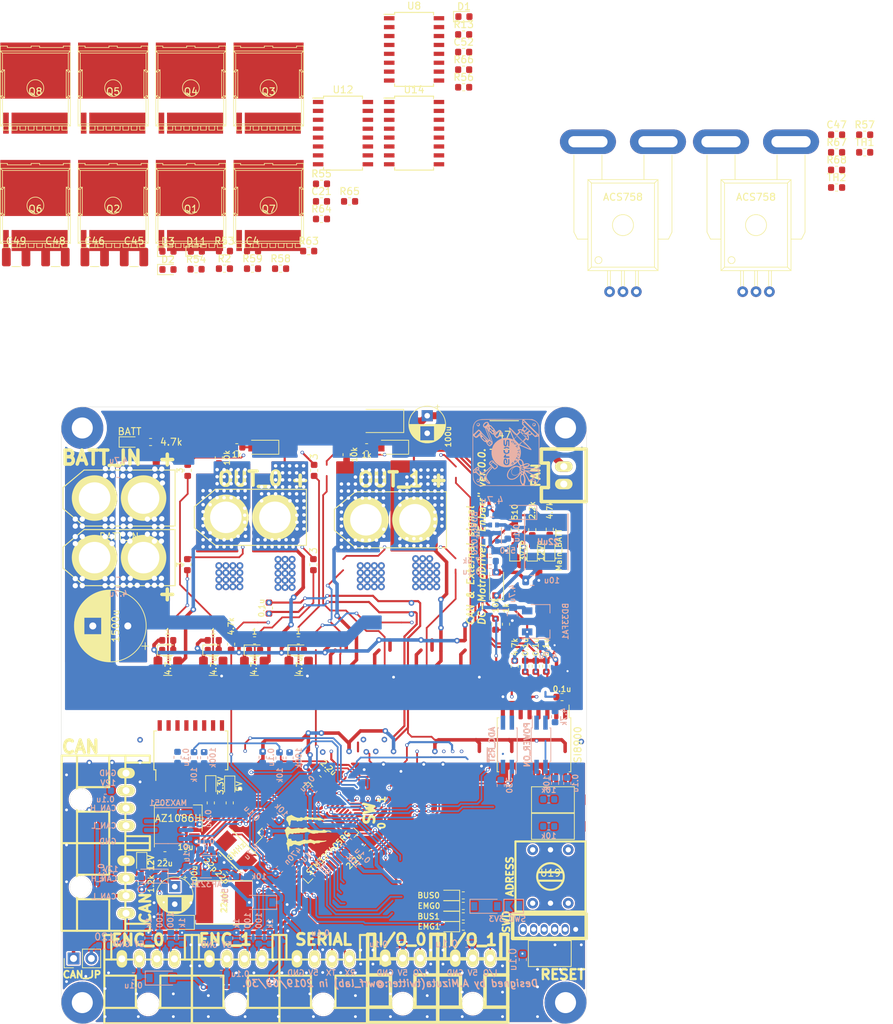
<source format=kicad_pcb>
(kicad_pcb (version 20171130) (host pcbnew "(5.1.4)-1")
  (layers (0 F.Cu signal) (31 B.Cu signal) (34 B.Paste user) (35 F.Paste user) (36 B.SilkS user) (37 F.SilkS user) (38 B.Mask user) (39 F.Mask user) (44 Edge.Cuts user))
  (net 0 "")
  (net 1 /OSC_IN)
  (net 2 GND)
  (net 3 /~RST)
  (net 4 /OSC_OUT)
  (net 5 +3V3)
  (net 6 /CAN_Vdd)
  (net 7 "Net-(C13-Pad1)")
  (net 8 "Net-(C14-Pad1)")
  (net 9 /FB_PWR_OUT)
  (net 10 /FB_PWR)
  (net 11 "Net-(C19-Pad1)")
  (net 12 "Net-(C20-Pad1)")
  (net 13 GNDPWR)
  (net 14 +3.3VP)
  (net 15 "Net-(C23-Pad2)")
  (net 16 "Net-(C23-Pad1)")
  (net 17 /Voltage)
  (net 18 /batt)
  (net 19 +12P)
  (net 20 "Net-(C30-Pad1)")
  (net 21 "Net-(C31-Pad1)")
  (net 22 +BATT)
  (net 23 +5V)
  (net 24 "Net-(D2-Pad2)")
  (net 25 "Net-(D3-Pad2)")
  (net 26 "Net-(D4-Pad2)")
  (net 27 +12V)
  (net 28 /PWM0_L)
  (net 29 /PWM0_R)
  (net 30 "Net-(D13-Pad2)")
  (net 31 "Net-(D14-Pad2)")
  (net 32 "Net-(D19-Pad2)")
  (net 33 "Net-(D20-Pad2)")
  (net 34 "Net-(D21-Pad2)")
  (net 35 "Net-(D22-Pad2)")
  (net 36 "Net-(D23-Pad2)")
  (net 37 "Net-(D26-Pad2)")
  (net 38 "Net-(JP1-Pad1)")
  (net 39 /CAN_H)
  (net 40 "Net-(JP2-Pad2)")
  (net 41 /SWCLK)
  (net 42 /SWDIO)
  (net 43 "Net-(P1-Pad6)")
  (net 44 /CAN_L)
  (net 45 /USART2_RX)
  (net 46 /USART2_TX)
  (net 47 /PA4)
  (net 48 "Net-(P7-Pad2)")
  (net 49 "Net-(R1-Pad1)")
  (net 50 /SW0)
  (net 51 /SW1)
  (net 52 /LED0)
  (net 53 /LED1)
  (net 54 /LED2)
  (net 55 "Net-(R9-Pad2)")
  (net 56 /EN0)
  (net 57 "Net-(R11-Pad1)")
  (net 58 "Net-(R12-Pad1)")
  (net 59 "Net-(R17-Pad2)")
  (net 60 "Net-(R18-Pad2)")
  (net 61 "Net-(R30-Pad2)")
  (net 62 "Net-(R31-Pad2)")
  (net 63 "Net-(R35-Pad1)")
  (net 64 /FB)
  (net 65 /PA8)
  (net 66 "Net-(R40-Pad1)")
  (net 67 /ADR_1)
  (net 68 /ADR_8)
  (net 69 /ADR_4)
  (net 70 /ADR_2)
  (net 71 /CAN1_RX)
  (net 72 /CAN1_TX)
  (net 73 "Net-(U3-Pad30)")
  (net 74 "Net-(U3-Pad40)")
  (net 75 /USART1_TX)
  (net 76 /USART1_RX)
  (net 77 /PA11)
  (net 78 "Net-(U3-Pad45)")
  (net 79 "Net-(U3-Pad51)")
  (net 80 "Net-(U3-Pad54)")
  (net 81 "Net-(U3-Pad55)")
  (net 82 "Net-(U3-Pad59)")
  (net 83 "Net-(U4-Pad13)")
  (net 84 "Net-(U4-Pad12)")
  (net 85 "Net-(U4-Pad7)")
  (net 86 "Net-(U4-Pad2)")
  (net 87 "Net-(U5-Pad6)")
  (net 88 "Net-(U5-Pad11)")
  (net 89 "Net-(U5-Pad14)")
  (net 90 "Net-(U5-Pad15)")
  (net 91 "Net-(D27-Pad2)")
  (net 92 "Net-(C26-Pad2)")
  (net 93 "Net-(P11-Pad4)")
  (net 94 "Net-(P11-Pad3)")
  (net 95 /TIM3_CH1)
  (net 96 /TIM3_CH2)
  (net 97 "Net-(C39-Pad1)")
  (net 98 "Net-(C39-Pad2)")
  (net 99 /ADC_~RST)
  (net 100 "Net-(D7-Pad1)")
  (net 101 "Net-(D8-Pad1)")
  (net 102 "Net-(D9-Pad1)")
  (net 103 "Net-(D32-Pad2)")
  (net 104 "Net-(D33-Pad2)")
  (net 105 "Net-(D34-Pad2)")
  (net 106 /OUT0_L)
  (net 107 /CounterVoltage0)
  (net 108 /OUT0_R)
  (net 109 "Net-(C47-Pad1)")
  (net 110 /OUT1_L)
  (net 111 "Net-(C48-Pad1)")
  (net 112 /Current1)
  (net 113 /Current0)
  (net 114 /OUT1_R)
  (net 115 /CounterVoltage1)
  (net 116 "Net-(C52-Pad1)")
  (net 117 "Net-(C53-Pad1)")
  (net 118 /PWM1_R)
  (net 119 "Net-(D17-Pad2)")
  (net 120 /MOTOR0_BATT)
  (net 121 /PWM1_L)
  (net 122 /LED3)
  (net 123 "Net-(D39-Pad1)")
  (net 124 /LED4)
  (net 125 "Net-(D43-Pad2)")
  (net 126 "Net-(D44-Pad2)")
  (net 127 /MOTOR1_BATT)
  (net 128 "Net-(D47-Pad2)")
  (net 129 "Net-(D50-Pad2)")
  (net 130 "Net-(D51-Pad2)")
  (net 131 "Net-(P13-Pad3)")
  (net 132 "Net-(P13-Pad4)")
  (net 133 "Net-(Q5-Pad4)")
  (net 134 "Net-(Q6-Pad4)")
  (net 135 "Net-(Q7-Pad4)")
  (net 136 "Net-(Q8-Pad4)")
  (net 137 /TIM5_CH1)
  (net 138 /TIM5_CH2)
  (net 139 /EN1)
  (net 140 "Net-(R54-Pad1)")
  (net 141 "Net-(R55-Pad2)")
  (net 142 "Net-(R56-Pad2)")
  (net 143 "Net-(R57-Pad1)")
  (net 144 "Net-(R60-Pad1)")
  (net 145 "Net-(R65-Pad2)")
  (net 146 "Net-(R66-Pad2)")
  (net 147 "Net-(R67-Pad1)")
  (net 148 "Net-(U8-Pad13)")
  (net 149 "Net-(U8-Pad12)")
  (net 150 "Net-(U8-Pad7)")
  (net 151 "Net-(U8-Pad2)")
  (net 152 "Net-(U14-Pad2)")
  (net 153 "Net-(U14-Pad7)")
  (net 154 "Net-(U14-Pad12)")
  (net 155 "Net-(U14-Pad13)")
  (net 156 /PA5)
  (net 157 /PA15)
  (net 158 "Net-(U3-Pad52)")
  (net 159 "Net-(U3-Pad53)")
  (net 160 /MODE)
  (net 161 "Net-(C45-Pad1)")
  (net 162 "Net-(C46-Pad1)")
  (net 163 "Net-(C49-Pad1)")
  (net 164 "Net-(D1-Pad2)")
  (net 165 "Net-(D11-Pad2)")
  (net 166 "Net-(Q1-PadG)")
  (net 167 "Net-(Q2-PadG)")
  (net 168 "Net-(Q3-PadG)")
  (net 169 "Net-(Q4-PadG)")
  (net 170 "Net-(Q5-PadG)")
  (net 171 "Net-(Q6-PadG)")
  (net 172 "Net-(Q7-PadG)")
  (net 173 "Net-(Q8-PadG)")
  (net 174 "Net-(R13-Pad1)")
  (net 175 "Net-(R53-Pad2)")
  (net 176 "Net-(R54-Pad2)")
  (net 177 "Net-(R63-Pad2)")
  (net 178 "Net-(R64-Pad2)")
  (net 179 "Net-(R65-Pad1)")
  (net 180 "Net-(U12-Pad2)")
  (net 181 "Net-(U12-Pad7)")
  (net 182 "Net-(U12-Pad10)")
  (net 183 "Net-(U12-Pad11)")
  (net 184 "Net-(U12-Pad12)")
  (net 185 "Net-(U12-Pad13)")
  (net 186 "Net-(U12-Pad15)")
  (net 187 "Net-(U12-Pad16)")
  (net 188 "Net-(U14-Pad10)")
  (net 189 "Net-(U14-Pad11)")
  (net 190 "Net-(U14-Pad15)")
  (net 191 "Net-(U14-Pad16)")
  (net 192 /Motor0_Tmp)
  (net 193 /Motor1_Tmp)
  (net 194 "Net-(U3-Pad25)")
  (module Diode_SMD:D_SOD-123 (layer B.Cu) (at 85.5 117.95 180)
    (fp_text reference D5 hide)
    (fp_text value DIODE)
    (pad 1 smd rect (at -1.65 0 180) (size 0.9 1.2) (layers B.Cu B.Paste B.Mask) (net 27 +12V))
    (pad 2 smd rect (at 1.65 0 180) (size 0.9 1.2) (layers B.Cu B.Paste B.Mask) (net 6 /CAN_Vdd))
  )
  (module Resistor_SMD:R_0603_1608Metric (layer B.Cu) (at 78.65 127.85 180)
    (fp_text reference R3 hide)
    (fp_text value 120 (at 0 1.25) (layer B.SilkS) (effects (justify mirror)))
    (pad 1 smd roundrect (at -0.7875 0 180) (size 0.875 0.95) (layers B.Cu B.Paste B.Mask) (net 44 /CAN_L))
    (pad 2 smd roundrect (at 0.7875 0 180) (size 0.875 0.95) (layers B.Cu B.Paste B.Mask) (net 40 "Net-(JP2-Pad2)"))
  )
  (module Resistor_SMD:R_0603_1608Metric (layer F.Cu) (at 183.205001 14.665001)
    (fp_text reference R67 (at 0 -1.43) (layer F.SilkS))
    (fp_text value 10k)
    (pad 1 smd roundrect (at -0.7875 0) (size 0.875 0.95) (layers F.Cu F.Paste F.Mask) (net 192 /Motor0_Tmp))
    (pad 2 smd roundrect (at 0.7875 0) (size 0.875 0.95) (layers F.Cu F.Paste F.Mask) (net 2 GND))
  )
  (module Capacitor_SMD:C_0603_1608Metric (layer F.Cu) (at 183.205001 12.155001)
    (fp_text reference C47 (at 0 -1.43) (layer F.SilkS))
    (fp_text value 470n)
    (pad 1 smd roundrect (at -0.7875 0) (size 0.875 0.95) (layers F.Cu F.Paste F.Mask) (net 112 /Current1))
    (pad 2 smd roundrect (at 0.7875 0) (size 0.875 0.95) (layers F.Cu F.Paste F.Mask) (net 2 GND))
  )
  (module Resistor_SMD:R_0603_1608Metric (layer F.Cu) (at 183.205001 17.175001)
    (fp_text reference R68 (at 0 -1.43) (layer F.SilkS))
    (fp_text value 10k)
    (pad 2 smd roundrect (at 0.7875 0) (size 0.875 0.95) (layers F.Cu F.Paste F.Mask) (net 2 GND))
    (pad 1 smd roundrect (at -0.7875 0) (size 0.875 0.95) (layers F.Cu F.Paste F.Mask) (net 193 /Motor1_Tmp))
  )
  (module Capacitor_SMD:C_0603_1608Metric (layer F.Cu) (at 183.205001 19.685001)
    (fp_text reference TH2 (at 0 -1.43) (layer F.SilkS))
    (fp_text value Thermistor)
    (pad 2 smd roundrect (at 0.7875 0) (size 0.875 0.95) (layers F.Cu F.Paste F.Mask) (net 193 /Motor1_Tmp))
    (pad 1 smd roundrect (at -0.7875 0) (size 0.875 0.95) (layers F.Cu F.Paste F.Mask) (net 5 +3V3))
  )
  (module Resistor_SMD:R_0603_1608Metric (layer F.Cu) (at 187.215001 12.155001)
    (fp_text reference R57 (at 0 -1.43) (layer F.SilkS))
    (fp_text value 4.7k)
    (pad 1 smd roundrect (at -0.7875 0) (size 0.875 0.95) (layers F.Cu F.Paste F.Mask) (net 143 "Net-(R57-Pad1)"))
    (pad 2 smd roundrect (at 0.7875 0) (size 0.875 0.95) (layers F.Cu F.Paste F.Mask) (net 112 /Current1))
  )
  (module Mizz_lib:ACS785xCB (layer F.Cu) (at 152.7 34.55)
    (fp_text reference U10 hide)
    (fp_text value ACS758 (at 0 -13.5) (layer F.SilkS))
    (pad 1 thru_hole circle (at -1.91 0) (size 1.524 1.524) (drill 0.762) (layers *.Cu *.Mask) (net 5 +3V3))
    (pad 2 thru_hole circle (at 0 0) (size 1.524 1.524) (drill 0.762) (layers *.Cu *.Mask) (net 2 GND))
    (pad 3 thru_hole circle (at 1.91 0) (size 1.524 1.524) (drill 0.762) (layers *.Cu *.Mask) (net 144 "Net-(R60-Pad1)"))
    (pad 4 thru_hole oval (at 5 -21.4) (size 8 3.5) (drill oval 5.6 1.6) (layers *.Cu *.Mask) (net 22 +BATT))
    (pad 5 thru_hole oval (at -5 -21.4) (size 8 3.5) (drill oval 5.6 1.6) (layers *.Cu *.Mask) (net 120 /MOTOR0_BATT))
  )
  (module Mizz_lib:ACS785xCB (layer F.Cu) (at 171.7 34.55)
    (fp_text reference U13 hide)
    (fp_text value ACS758 (at 0 -13.5) (layer F.SilkS))
    (pad 5 thru_hole oval (at -5 -21.4) (size 8 3.5) (drill oval 5.6 1.6) (layers *.Cu *.Mask) (net 127 /MOTOR1_BATT))
    (pad 4 thru_hole oval (at 5 -21.4) (size 8 3.5) (drill oval 5.6 1.6) (layers *.Cu *.Mask) (net 22 +BATT))
    (pad 3 thru_hole circle (at 1.91 0) (size 1.524 1.524) (drill 0.762) (layers *.Cu *.Mask) (net 143 "Net-(R57-Pad1)"))
    (pad 2 thru_hole circle (at 0 0) (size 1.524 1.524) (drill 0.762) (layers *.Cu *.Mask) (net 2 GND))
    (pad 1 thru_hole circle (at -1.91 0) (size 1.524 1.524) (drill 0.762) (layers *.Cu *.Mask) (net 5 +3V3))
  )
  (module Capacitor_SMD:C_0603_1608Metric (layer F.Cu) (at 187.215001 14.665001)
    (fp_text reference TH1 (at 0 -1.43) (layer F.SilkS))
    (fp_text value Thermistor)
    (pad 1 smd roundrect (at -0.7875 0) (size 0.875 0.95) (layers F.Cu F.Paste F.Mask) (net 5 +3V3))
    (pad 2 smd roundrect (at 0.7875 0) (size 0.875 0.95) (layers F.Cu F.Paste F.Mask) (net 192 /Motor0_Tmp))
  )
  (module Mizz_lib:XT60_F (layer F.Cu) (at 119.5 67.1)
    (fp_text reference P10)
    (fp_text value OUT_1 (at 0 -5.75 unlocked) (layer F.SilkS) (effects (font (size 2 2) (thickness 0.5))))
    (pad 2 thru_hole circle (at 3.5 0) (size 6.5 6.5) (drill 4.5) (layers *.Cu *.Mask F.SilkS) (net 114 /OUT1_R))
    (pad 1 thru_hole circle (at -3.5 0) (size 6.5 6.5) (drill 4.5) (layers *.Cu *.Mask F.SilkS) (net 110 /OUT1_L))
  )
  (module Resistor_SMD:R_0603_1608Metric (layer B.Cu) (at 97.5 126.8 270)
    (fp_text reference R24 hide)
    (fp_text value 1k (at -2.1 0 90) (layer B.SilkS) (effects (font (size 0.8 0.8)) (justify mirror)))
    (pad 1 smd roundrect (at -0.7875 0 270) (size 0.875 0.95) (layers B.Cu B.Paste B.Mask) (net 5 +3V3))
    (pad 2 smd roundrect (at 0.7875 0 270) (size 0.875 0.95) (layers B.Cu B.Paste B.Mask) (net 131 "Net-(P13-Pad3)"))
  )
  (module Mizz_lib:Crystal_SMD_5032_2Pads (layer F.Cu) (at 97.5 114.4 315)
    (fp_text reference Y1 hide)
    (fp_text value 8MHz (at 0 0 45) (layer F.SilkS) (effects (font (size 0.8 0.8))))
    (pad 1 smd rect (at -2.05 0 315) (size 2 2.4) (layers F.Cu F.Paste F.Mask) (net 1 /OSC_IN))
    (pad 2 smd rect (at 2.05 0 315) (size 2 2.4) (layers F.Cu F.Paste F.Mask) (net 4 /OSC_OUT))
  )
  (module Capacitor_SMD:C_0603_1608Metric (layer F.Cu) (at 94.81 115.35 135)
    (fp_text reference C1 hide)
    (fp_text value 22p (at -0.021213 -1.407142 135) (layer F.SilkS) (effects (font (size 0.8 0.8))))
    (pad 2 smd roundrect (at 0.7875 0 135) (size 0.875 0.95) (layers F.Cu F.Paste F.Mask) (net 1 /OSC_IN))
    (pad 1 smd roundrect (at -0.7875 0 135) (size 0.875 0.95) (layers F.Cu F.Paste F.Mask) (net 2 GND))
  )
  (module Capacitor_SMD:C_0603_1608Metric (layer B.Cu) (at 138.4 129.85 90)
    (fp_text reference C2 hide)
    (fp_text value 0.1u (at 0 -1.43 90) (layer B.SilkS) (effects (justify mirror)))
    (pad 1 smd roundrect (at -0.7875 0 90) (size 0.875 0.95) (layers B.Cu B.Paste B.Mask) (net 2 GND))
    (pad 2 smd roundrect (at 0.7875 0 90) (size 0.875 0.95) (layers B.Cu B.Paste B.Mask) (net 3 /~RST))
  )
  (module Capacitor_SMD:C_0603_1608Metric (layer F.Cu) (at 96.52 117.06 315)
    (fp_text reference C3 hide)
    (fp_text value 22p (at 0 1.442498 135) (layer F.SilkS) (effects (font (size 0.8 0.8))))
    (pad 1 smd roundrect (at -0.7875 0 315) (size 0.875 0.95) (layers F.Cu F.Paste F.Mask) (net 2 GND))
    (pad 2 smd roundrect (at 0.7875 0 315) (size 0.875 0.95) (layers F.Cu F.Paste F.Mask) (net 4 /OSC_OUT))
  )
  (module Capacitor_SMD:C_0603_1608Metric (layer B.Cu) (at 109 117.5 315)
    (fp_text reference C5 hide)
    (fp_text value 0.1u (at 0 -1.25 135) (layer B.SilkS) (effects (font (size 0.8 0.8)) (justify mirror)))
    (pad 1 smd roundrect (at -0.7875 0 315) (size 0.875 0.95) (layers B.Cu B.Paste B.Mask) (net 5 +3V3))
    (pad 2 smd roundrect (at 0.7875 0 315) (size 0.875 0.95) (layers B.Cu B.Paste B.Mask) (net 2 GND))
  )
  (module Capacitor_SMD:C_0603_1608Metric (layer B.Cu) (at 113.5 113 315)
    (fp_text reference C6 hide)
    (fp_text value 0.1u (at 2.828427 0 135) (layer B.SilkS) (effects (font (size 0.8 0.8)) (justify mirror)))
    (pad 2 smd roundrect (at 0.7875 0 315) (size 0.875 0.95) (layers B.Cu B.Paste B.Mask) (net 2 GND))
    (pad 1 smd roundrect (at -0.7875 0 315) (size 0.875 0.95) (layers B.Cu B.Paste B.Mask) (net 5 +3V3))
  )
  (module Capacitor_SMD:C_0603_1608Metric (layer B.Cu) (at 78.8 105.75)
    (fp_text reference C7 hide)
    (fp_text value 0.1u (at 0 1.25) (layer B.SilkS) (effects (font (size 0.8 0.8)) (justify mirror)))
    (pad 2 smd roundrect (at 0.7875 0) (size 0.875 0.95) (layers B.Cu B.Paste B.Mask) (net 6 /CAN_Vdd))
    (pad 1 smd roundrect (at -0.7875 0) (size 0.875 0.95) (layers B.Cu B.Paste B.Mask) (net 2 GND))
  )
  (module Capacitor_SMD:C_0603_1608Metric (layer B.Cu) (at 108.55 105.6 48)
    (fp_text reference C8 hide)
    (fp_text value 0.1u (at 0 -1.254999 48) (layer B.SilkS) (effects (font (size 0.8 0.8)) (justify mirror)))
    (pad 2 smd roundrect (at 0.7875 0 48) (size 0.875 0.95) (layers B.Cu B.Paste B.Mask) (net 2 GND))
    (pad 1 smd roundrect (at -0.7875 0 48) (size 0.875 0.95) (layers B.Cu B.Paste B.Mask) (net 5 +3V3))
  )
  (module Capacitor_SMD:C_0603_1608Metric (layer B.Cu) (at 101.65 110.95 135)
    (fp_text reference C9 hide)
    (fp_text value 0.1u (at 2.757716 0 135) (layer B.SilkS) (effects (font (size 0.8 0.8)) (justify mirror)))
    (pad 1 smd roundrect (at -0.7875 0 135) (size 0.875 0.95) (layers B.Cu B.Paste B.Mask) (net 5 +3V3))
    (pad 2 smd roundrect (at 0.7875 0 135) (size 0.875 0.95) (layers B.Cu B.Paste B.Mask) (net 2 GND))
  )
  (module Capacitor_SMD:C_0603_1608Metric (layer B.Cu) (at 105.9 116.8 225)
    (fp_text reference C10 hide)
    (fp_text value 1u (at -2.2 0 45) (layer B.SilkS) (effects (font (size 0.8 0.8)) (justify mirror)))
    (pad 2 smd roundrect (at 0.7875 0 225) (size 0.875 0.95) (layers B.Cu B.Paste B.Mask) (net 2 GND))
    (pad 1 smd roundrect (at -0.7875 0 225) (size 0.875 0.95) (layers B.Cu B.Paste B.Mask) (net 5 +3V3))
  )
  (module Capacitor_SMD:C_0603_1608Metric (layer B.Cu) (at 79.45 117.45 270)
    (fp_text reference C11 hide)
    (fp_text value 0.1u (at 0 1.25 90) (layer B.SilkS) (effects (font (size 0.8 0.8)) (justify mirror)))
    (pad 2 smd roundrect (at 0.7875 0 270) (size 0.875 0.95) (layers B.Cu B.Paste B.Mask) (net 6 /CAN_Vdd))
    (pad 1 smd roundrect (at -0.7875 0 270) (size 0.875 0.95) (layers B.Cu B.Paste B.Mask) (net 2 GND))
  )
  (module Capacitor_SMD:C_0603_1608Metric (layer B.Cu) (at 101.6 112.6 225)
    (fp_text reference C12 hide)
    (fp_text value 4.7u (at 2.687006 0 45) (layer B.SilkS) (effects (font (size 0.8 0.8)) (justify mirror)))
    (pad 1 smd roundrect (at -0.7875 0 225) (size 0.875 0.95) (layers B.Cu B.Paste B.Mask) (net 5 +3V3))
    (pad 2 smd roundrect (at 0.7875 0 225) (size 0.875 0.95) (layers B.Cu B.Paste B.Mask) (net 2 GND))
  )
  (module Capacitor_SMD:C_0603_1608Metric (layer F.Cu) (at 116.2 113.9 45)
    (fp_text reference C13 hide)
    (fp_text value 2.2u (at -2.7 0 45) (layer F.SilkS) (effects (font (size 0.8 0.8))))
    (pad 1 smd roundrect (at -0.7875 0 45) (size 0.875 0.95) (layers F.Cu F.Paste F.Mask) (net 7 "Net-(C13-Pad1)"))
    (pad 2 smd roundrect (at 0.7875 0 45) (size 0.875 0.95) (layers F.Cu F.Paste F.Mask) (net 2 GND))
  )
  (module Capacitor_SMD:C_0603_1608Metric (layer F.Cu) (at 109.85 103.35 137)
    (fp_text reference C14 hide)
    (fp_text value 2.2u (at 0 1.2 137) (layer F.SilkS) (effects (font (size 0.8 0.8))))
    (pad 2 smd roundrect (at 0.7875 0 137) (size 0.875 0.95) (layers F.Cu F.Paste F.Mask) (net 2 GND))
    (pad 1 smd roundrect (at -0.7875 0 137) (size 0.875 0.95) (layers F.Cu F.Paste F.Mask) (net 8 "Net-(C14-Pad1)"))
  )
  (module Capacitor_SMD:C_0603_1608Metric (layer B.Cu) (at 109.5 127.25 180)
    (fp_text reference C15 hide)
    (fp_text value 0.1u (at 0 1.2) (layer B.SilkS) (effects (font (size 0.8 0.8)) (justify mirror)))
    (pad 1 smd roundrect (at -0.7875 0 180) (size 0.875 0.95) (layers B.Cu B.Paste B.Mask) (net 2 GND))
    (pad 2 smd roundrect (at 0.7875 0 180) (size 0.875 0.95) (layers B.Cu B.Paste B.Mask) (net 23 +5V))
  )
  (module Capacitor_SMD:C_0603_1608Metric (layer B.Cu) (at 120.5 127.65)
    (fp_text reference C16 hide)
    (fp_text value 0.1u (at -2.7 0) (layer B.SilkS) (effects (font (size 0.8 0.8)) (justify mirror)))
    (pad 2 smd roundrect (at 0.7875 0) (size 0.875 0.95) (layers B.Cu B.Paste B.Mask) (net 23 +5V))
    (pad 1 smd roundrect (at -0.7875 0) (size 0.875 0.95) (layers B.Cu B.Paste B.Mask) (net 2 GND))
  )
  (module Capacitor_SMD:C_0603_1608Metric (layer B.Cu) (at 144.75 104.7 270)
    (fp_text reference C17 hide)
    (fp_text value 0.1u (at 0 -1.15 90) (layer B.SilkS) (effects (font (size 0.8 0.8)) (justify mirror)))
    (pad 1 smd roundrect (at -0.7875 0 270) (size 0.875 0.95) (layers B.Cu B.Paste B.Mask) (net 5 +3V3))
    (pad 2 smd roundrect (at 0.7875 0 270) (size 0.875 0.95) (layers B.Cu B.Paste B.Mask) (net 2 GND))
  )
  (module Capacitor_SMD:C_0603_1608Metric (layer B.Cu) (at 133.75 74.55 180)
    (fp_text reference C18 hide)
    (fp_text value 0.1u (at 2.65 0.05) (layer B.SilkS) (effects (font (size 0.8 0.8)) (justify mirror)))
    (pad 1 smd roundrect (at -0.7875 0 180) (size 0.875 0.95) (layers B.Cu B.Paste B.Mask) (net 9 /FB_PWR_OUT))
    (pad 2 smd roundrect (at 0.7875 0 180) (size 0.875 0.95) (layers B.Cu B.Paste B.Mask) (net 10 /FB_PWR))
  )
  (module Capacitor_SMD:C_1210_3225Metric (layer F.Cu) (at 87.7 87.95)
    (fp_text reference C19 hide)
    (fp_text value 4.7u (at 0.05 0 90) (layer F.SilkS) (effects (font (size 0.8 0.8))))
    (pad 2 smd roundrect (at 1.4 0) (size 1.25 2.65) (layers F.Cu F.Paste F.Mask) (roundrect_rratio 0.2) (net 106 /OUT0_L))
    (pad 1 smd roundrect (at -1.4 0) (size 1.25 2.65) (layers F.Cu F.Paste F.Mask) (roundrect_rratio 0.2) (net 11 "Net-(C19-Pad1)"))
  )
  (module Capacitor_SMD:C_1210_3225Metric (layer F.Cu) (at 94.2 87.95)
    (fp_text reference C20 hide)
    (fp_text value 4.7u (at 0.05 0 90) (layer F.SilkS) (effects (font (size 0.8 0.8))))
    (pad 1 smd roundrect (at -1.4 0) (size 1.25 2.65) (layers F.Cu F.Paste F.Mask) (roundrect_rratio 0.2) (net 12 "Net-(C20-Pad1)"))
    (pad 2 smd roundrect (at 1.4 0) (size 1.25 2.65) (layers F.Cu F.Paste F.Mask) (roundrect_rratio 0.2) (net 13 GNDPWR))
  )
  (module Capacitor_SMD:C_0603_1608Metric (layer F.Cu) (at 144 92.4)
    (fp_text reference C22 hide)
    (fp_text value 0.1u (at 0 -1.15) (layer F.SilkS) (effects (font (size 0.8 0.8))))
    (pad 1 smd roundrect (at -0.7875 0) (size 0.875 0.95) (layers F.Cu F.Paste F.Mask) (net 14 +3.3VP))
    (pad 2 smd roundrect (at 0.7875 0) (size 0.875 0.95) (layers F.Cu F.Paste F.Mask) (net 13 GNDPWR))
  )
  (module Capacitor_SMD:C_0603_1608Metric (layer B.Cu) (at 136.25 69 270)
    (fp_text reference C23 hide)
    (fp_text value 0.1u (at 0 -1.25 90) (layer B.SilkS) (effects (font (size 0.8 0.8)) (justify mirror)))
    (pad 2 smd roundrect (at 0.7875 0 270) (size 0.875 0.95) (layers B.Cu B.Paste B.Mask) (net 15 "Net-(C23-Pad2)"))
    (pad 1 smd roundrect (at -0.7875 0 270) (size 0.875 0.95) (layers B.Cu B.Paste B.Mask) (net 16 "Net-(C23-Pad1)"))
  )
  (module Capacitor_SMD:C_0603_1608Metric (layer F.Cu) (at 141.75 88 90)
    (fp_text reference C24 hide)
    (fp_text value 0.1u (at 2.7 -0.05 90) (layer F.SilkS) (effects (font (size 0.8 0.8))))
    (pad 2 smd roundrect (at 0.7875 0 90) (size 0.875 0.95) (layers F.Cu F.Paste F.Mask) (net 13 GNDPWR))
    (pad 1 smd roundrect (at -0.7875 0 90) (size 0.875 0.95) (layers F.Cu F.Paste F.Mask) (net 17 /Voltage))
  )
  (module Capacitor_THT:CP_Radial_D5.0mm_P2.50mm (layer F.Cu) (at 124.75 52.25 270)
    (fp_text reference C25 hide)
    (fp_text value 100u (at 3 -3 270) (layer F.SilkS) (effects (font (size 0.8 0.8))))
    (pad 1 thru_hole rect (at 0 0 270) (size 1.6 1.6) (drill 0.8) (layers *.Cu *.Mask) (net 18 /batt))
    (pad 2 thru_hole circle (at 2.5 0 270) (size 1.6 1.6) (drill 0.8) (layers *.Cu *.Mask) (net 13 GNDPWR))
  )
  (module Capacitor_SMD:C_0603_1608Metric (layer F.Cu) (at 140.25 88 90)
    (fp_text reference C27 hide)
    (fp_text value 0.1u (at 2.75 0 90) (layer F.SilkS) (effects (font (size 0.8 0.8))))
    (pad 1 smd roundrect (at -0.7875 0 90) (size 0.875 0.95) (layers F.Cu F.Paste F.Mask) (net 107 /CounterVoltage0))
    (pad 2 smd roundrect (at 0.7875 0 90) (size 0.875 0.95) (layers F.Cu F.Paste F.Mask) (net 13 GNDPWR))
  )
  (module Capacitor_SMD:C_0805_2012Metric (layer B.Cu) (at 139.75 75.75)
    (fp_text reference C28 hide)
    (fp_text value 10u (at 2.8 0) (layer B.SilkS) (effects (font (size 0.8 0.8)) (justify mirror)))
    (pad 1 smd roundrect (at -0.9375 0) (size 0.975 1.4) (layers B.Cu B.Paste B.Mask) (net 9 /FB_PWR_OUT))
    (pad 2 smd roundrect (at 0.9375 0) (size 0.975 1.4) (layers B.Cu B.Paste B.Mask) (net 13 GNDPWR))
  )
  (module Capacitor_SMD:C_0805_2012Metric (layer B.Cu) (at 136.9 80.55 270)
    (fp_text reference C29 hide)
    (fp_text value 4.7u (at -2.9 0 90) (layer B.SilkS) (effects (font (size 0.8 0.8)) (justify mirror)))
    (pad 1 smd roundrect (at -0.9375 0 270) (size 0.975 1.4) (layers B.Cu B.Paste B.Mask) (net 19 +12P))
    (pad 2 smd roundrect (at 0.9375 0 270) (size 0.975 1.4) (layers B.Cu B.Paste B.Mask) (net 13 GNDPWR))
  )
  (module Capacitor_SMD:C_1210_3225Metric (layer F.Cu) (at 100.05 87.95)
    (fp_text reference C30 hide)
    (fp_text value 4.7u (at -0.05 0 90) (layer F.SilkS) (effects (font (size 0.8 0.8))))
    (pad 2 smd roundrect (at 1.4 0) (size 1.25 2.65) (layers F.Cu F.Paste F.Mask) (roundrect_rratio 0.2) (net 108 /OUT0_R))
    (pad 1 smd roundrect (at -1.4 0) (size 1.25 2.65) (layers F.Cu F.Paste F.Mask) (roundrect_rratio 0.2) (net 20 "Net-(C30-Pad1)"))
  )
  (module Capacitor_SMD:C_1210_3225Metric (layer F.Cu) (at 106.4 87.95)
    (fp_text reference C31 hide)
    (fp_text value 4.7u (at 0.1 0 90) (layer F.SilkS) (effects (font (size 0.8 0.8))))
    (pad 1 smd roundrect (at -1.4 0) (size 1.25 2.65) (layers F.Cu F.Paste F.Mask) (roundrect_rratio 0.2) (net 21 "Net-(C31-Pad1)"))
    (pad 2 smd roundrect (at 1.4 0) (size 1.25 2.65) (layers F.Cu F.Paste F.Mask) (roundrect_rratio 0.2) (net 13 GNDPWR))
  )
  (module Capacitor_SMD:C_0805_2012Metric (layer B.Cu) (at 142 85)
    (fp_text reference C32 hide)
    (fp_text value 4.7u (at 0 1.5) (layer B.SilkS) (effects (font (size 0.8 0.8)) (justify mirror)))
    (pad 2 smd roundrect (at 0.9375 0) (size 0.975 1.4) (layers B.Cu B.Paste B.Mask) (net 13 GNDPWR))
    (pad 1 smd roundrect (at -0.9375 0) (size 0.975 1.4) (layers B.Cu B.Paste B.Mask) (net 14 +3.3VP))
  )
  (module Capacitor_THT:CP_Radial_D5.0mm_P2.50mm (layer F.Cu) (at 88.7 119.45 270)
    (fp_text reference C33 hide)
    (fp_text value 100u (at -1.5 -2.8 90) (layer F.SilkS) (effects (font (size 0.8 0.8))))
    (pad 2 thru_hole circle (at 2.5 0 270) (size 1.6 1.6) (drill 0.8) (layers *.Cu *.Mask) (net 2 GND))
    (pad 1 thru_hole rect (at 0 0 270) (size 1.6 1.6) (drill 0.8) (layers *.Cu *.Mask) (net 27 +12V))
  )
  (module Capacitor_THT:CP_Radial_D10.0mm_P5.00mm (layer F.Cu) (at 82 82.25 180)
    (fp_text reference C34 hide)
    (fp_text value 1500u (at 1.75 0 270) (layer F.SilkS))
    (pad 1 thru_hole rect (at 0 0 180) (size 2 2) (drill 1) (layers *.Cu *.Mask) (net 22 +BATT))
    (pad 2 thru_hole circle (at 5 0 180) (size 2 2) (drill 1) (layers *.Cu *.Mask) (net 13 GNDPWR))
  )
  (module Diode_SMD:D_SOD-123 (layer B.Cu) (at 133.1 122.25)
    (fp_text reference D4 hide)
    (fp_text value DIODE)
    (pad 2 smd rect (at 1.65 0) (size 0.9 1.2) (layers B.Cu B.Paste B.Mask) (net 26 "Net-(D4-Pad2)"))
    (pad 1 smd rect (at -1.65 0) (size 0.9 1.2) (layers B.Cu B.Paste B.Mask) (net 5 +3V3))
  )
  (module LED_SMD:LED_0603_1608Metric (layer F.Cu) (at 127.9 125.15 180)
    (fp_text reference D7 hide)
    (fp_text value EMG1 (at 2.9 0 unlocked) (layer F.SilkS) (effects (font (size 0.8 0.8))))
    (pad 2 smd roundrect (at 0.7875 0 180) (size 0.875 0.95) (layers F.Cu F.Paste F.Mask) (net 52 /LED0))
    (pad 1 smd roundrect (at -0.7875 0 180) (size 0.875 0.95) (layers F.Cu F.Paste F.Mask) (net 100 "Net-(D7-Pad1)"))
  )
  (module LED_SMD:LED_0603_1608Metric (layer F.Cu) (at 127.9 123.7 180)
    (fp_text reference D8 hide)
    (fp_text value BUS1 (at 2.95 0 unlocked) (layer F.SilkS) (effects (font (size 0.8 0.8))))
    (pad 1 smd roundrect (at -0.7875 0 180) (size 0.875 0.95) (layers F.Cu F.Paste F.Mask) (net 101 "Net-(D8-Pad1)"))
    (pad 2 smd roundrect (at 0.7875 0 180) (size 0.875 0.95) (layers F.Cu F.Paste F.Mask) (net 53 /LED1))
  )
  (module LED_SMD:LED_0603_1608Metric (layer F.Cu) (at 127.9 122.2 180)
    (fp_text reference D9 hide)
    (fp_text value EMG0 (at 2.9 0 unlocked) (layer F.SilkS) (effects (font (size 0.8 0.8))))
    (pad 2 smd roundrect (at 0.7875 0 180) (size 0.875 0.95) (layers F.Cu F.Paste F.Mask) (net 54 /LED2))
    (pad 1 smd roundrect (at -0.7875 0 180) (size 0.875 0.95) (layers F.Cu F.Paste F.Mask) (net 102 "Net-(D9-Pad1)"))
  )
  (module Diode_SMD:D_0603_1608Metric (layer F.Cu) (at 87.7 85.7)
    (fp_text reference D13 hide)
    (fp_text value DIODE)
    (pad 1 smd roundrect (at -0.7875 0) (size 0.875 0.95) (layers F.Cu F.Paste F.Mask) (net 11 "Net-(C19-Pad1)"))
    (pad 2 smd roundrect (at 0.7875 0) (size 0.875 0.95) (layers F.Cu F.Paste F.Mask) (net 30 "Net-(D13-Pad2)"))
  )
  (module Diode_SMD:D_0603_1608Metric (layer F.Cu) (at 94.2 85.7)
    (fp_text reference D14 hide)
    (fp_text value DIODE)
    (pad 2 smd roundrect (at 0.7875 0) (size 0.875 0.95) (layers F.Cu F.Paste F.Mask) (net 31 "Net-(D14-Pad2)"))
    (pad 1 smd roundrect (at -0.7875 0) (size 0.875 0.95) (layers F.Cu F.Paste F.Mask) (net 12 "Net-(C20-Pad1)"))
  )
  (module Diode_SMD:D_SMA (layer F.Cu) (at 118 53 180)
    (fp_text reference D15 hide)
    (fp_text value DIODE)
    (pad 1 smd rect (at -2 0 180) (size 2.5 1.8) (layers F.Cu F.Paste F.Mask) (net 18 /batt))
    (pad 2 smd rect (at 2 0 180) (size 2.5 1.8) (layers F.Cu F.Paste F.Mask) (net 22 +BATT))
  )
  (module Diode_SMD:D_SOD-123 (layer B.Cu) (at 138.15 66.05 180)
    (fp_text reference D16 hide)
    (fp_text value DIODE)
    (pad 1 smd rect (at -1.65 0 180) (size 0.9 1.2) (layers B.Cu B.Paste B.Mask) (net 16 "Net-(C23-Pad1)"))
    (pad 2 smd rect (at 1.65 0 180) (size 0.9 1.2) (layers B.Cu B.Paste B.Mask) (net 13 GNDPWR))
  )
  (module Diode_SMD:D_SOD-123 (layer F.Cu) (at 101.31 56.75 180)
    (fp_text reference D17 hide)
    (fp_text value DIODE)
    (pad 1 smd rect (at -1.65 0 180) (size 0.9 1.2) (layers F.Cu F.Paste F.Mask) (net 108 /OUT0_R))
    (pad 2 smd rect (at 1.65 0 180) (size 0.9 1.2) (layers F.Cu F.Paste F.Mask) (net 119 "Net-(D17-Pad2)"))
  )
  (module Diode_SMD:D_SOD-123 (layer F.Cu) (at 134.65 76.25 90)
    (fp_text reference D18 hide)
    (fp_text value DIODE)
    (pad 2 smd rect (at 1.65 0 90) (size 0.9 1.2) (layers F.Cu F.Paste F.Mask) (net 9 /FB_PWR_OUT))
    (pad 1 smd rect (at -1.65 0 90) (size 0.9 1.2) (layers F.Cu F.Paste F.Mask) (net 19 +12P))
  )
  (module Diode_SMD:D_0603_1608Metric (layer F.Cu) (at 100.1 85.7)
    (fp_text reference D19 hide)
    (fp_text value DIODE)
    (pad 1 smd roundrect (at -0.7875 0) (size 0.875 0.95) (layers F.Cu F.Paste F.Mask) (net 20 "Net-(C30-Pad1)"))
    (pad 2 smd roundrect (at 0.7875 0) (size 0.875 0.95) (layers F.Cu F.Paste F.Mask) (net 32 "Net-(D19-Pad2)"))
  )
  (module Diode_SMD:D_0603_1608Metric (layer F.Cu) (at 106.35 85.7)
    (fp_text reference D20 hide)
    (fp_text value DIODE)
    (pad 2 smd roundrect (at 0.7875 0) (size 0.875 0.95) (layers F.Cu F.Paste F.Mask) (net 33 "Net-(D20-Pad2)"))
    (pad 1 smd roundrect (at -0.7875 0) (size 0.875 0.95) (layers F.Cu F.Paste F.Mask) (net 21 "Net-(C31-Pad1)"))
  )
  (module LED_SMD:LED_0603_1608Metric (layer F.Cu) (at 82.25 56)
    (fp_text reference D21 hide)
    (fp_text value BATT (at 0 -1.5) (layer F.SilkS))
    (pad 2 smd roundrect (at 0.7875 0) (size 0.875 0.95) (layers F.Cu F.Paste F.Mask) (net 34 "Net-(D21-Pad2)"))
    (pad 1 smd roundrect (at -0.7875 0) (size 0.875 0.95) (layers F.Cu F.Paste F.Mask) (net 13 GNDPWR))
  )
  (module LED_SMD:LED_0603_1608Metric (layer F.Cu) (at 139.75 71.5 90)
    (fp_text reference D22 hide)
    (fp_text value 12VP (at 0 1.25 90) (layer F.SilkS) (effects (font (size 0.8 0.8))))
    (pad 1 smd roundrect (at -0.7875 0 90) (size 0.875 0.95) (layers F.Cu F.Paste F.Mask) (net 13 GNDPWR))
    (pad 2 smd roundrect (at 0.7875 0 90) (size 0.875 0.95) (layers F.Cu F.Paste F.Mask) (net 35 "Net-(D22-Pad2)"))
  )
  (module LED_SMD:LED_0603_1608Metric (layer F.Cu) (at 137.25 71.5 90)
    (fp_text reference D23 hide)
    (fp_text value 3V3P (at 0 1.25 90) (layer F.SilkS) (effects (font (size 0.8 0.8))))
    (pad 1 smd roundrect (at -0.7875 0 90) (size 0.875 0.95) (layers F.Cu F.Paste F.Mask) (net 13 GNDPWR))
    (pad 2 smd roundrect (at 0.7875 0 90) (size 0.875 0.95) (layers F.Cu F.Paste F.Mask) (net 36 "Net-(D23-Pad2)"))
  )
  (module Diode_SMD:D_SOD-123 (layer F.Cu) (at 89.25 124.55 180)
    (fp_text reference D24 hide)
    (fp_text value DIODE)
    (pad 2 smd rect (at 1.65 0 180) (size 0.9 1.2) (layers F.Cu F.Paste F.Mask) (net 2 GND))
    (pad 1 smd rect (at -1.65 0 180) (size 0.9 1.2) (layers F.Cu F.Paste F.Mask) (net 97 "Net-(C39-Pad1)"))
  )
  (module Diode_SMD:D_SOD-123 (layer B.Cu) (at 101 121.7 180)
    (fp_text reference D26 hide)
    (fp_text value DIODE)
    (pad 1 smd rect (at -1.65 0 180) (size 0.9 1.2) (layers B.Cu B.Paste B.Mask) (net 23 +5V))
    (pad 2 smd rect (at 1.65 0 180) (size 0.9 1.2) (layers B.Cu B.Paste B.Mask) (net 37 "Net-(D26-Pad2)"))
  )
  (module Jumper:SolderJumper-2_P1.3mm_Open_TrianglePad1.0x1.5mm (layer B.Cu) (at 137.1 122.25 180)
    (fp_text reference JP1 hide)
    (fp_text value SWD_3V3 (at 0.9 -1.8) (layer B.SilkS) (effects (font (size 0.8 0.8)) (justify mirror)))
    (pad 2 smd custom (at 0.725 0 180) (size 0.3 0.3) (layers B.Cu B.Mask) (net 26 "Net-(D4-Pad2)") (options (clearance outline) (anchor rect)) (primitives (gr_poly (pts (xy -0.65 0.75) (xy 0.5 0.75) (xy 0.5 -0.75) (xy -0.65 -0.75) (xy -0.15 0)) (width 0))))
    (pad 1 smd custom (at -0.725 0 180) (size 0.3 0.3) (layers B.Cu B.Mask) (net 38 "Net-(JP1-Pad1)") (options (clearance outline) (anchor rect)) (primitives (gr_poly (pts (xy -0.5 0.75) (xy 0.5 0.75) (xy 1 0) (xy 0.5 -0.75) (xy -0.5 -0.75)) (width 0))))
  )
  (module Connector_PinHeader_2.54mm:PinHeader_1x02_P2.54mm_Vertical (layer F.Cu) (at 74.25 129.7 90)
    (fp_text reference JP2 hide)
    (fp_text value CAN_JP (at -2.3 1.2 unlocked) (layer F.SilkS) (effects (font (thickness 0.25))))
    (pad 1 thru_hole rect (at 0 0 90) (size 1.7 1.7) (drill 1) (layers *.Cu *.Mask) (net 39 /CAN_H))
    (pad 2 thru_hole oval (at 0 2.54 90) (size 1.7 1.7) (drill 1) (layers *.Cu *.Mask) (net 40 "Net-(JP2-Pad2)"))
  )
  (module Mizz_lib:Inductor_Taiyo-Yuden_NR-60xx_HandSoldering (layer B.Cu) (at 141.75 70.25 270)
    (fp_text reference L1 hide)
    (fp_text value 22uH (at 0 -0.25 180) (layer B.SilkS) (effects (font (size 0.8 0.8) (thickness 0.2)) (justify mirror)))
    (pad 2 smd rect (at 2.775 0 270) (size 2.45 5.9) (layers B.Cu B.Paste B.Mask) (net 9 /FB_PWR_OUT))
    (pad 1 smd rect (at -2.775 0 270) (size 2.45 5.9) (layers B.Cu B.Paste B.Mask) (net 16 "Net-(C23-Pad1)"))
  )
  (module Mizz_lib:Inductor_Taiyo-Yuden_NR-60xx_HandSoldering (layer F.Cu) (at 95.75 121.7)
    (fp_text reference L2 hide)
    (fp_text value 22uH (at 0 -0.05 -90) (layer F.SilkS) (effects (font (size 0.8 0.8) (thickness 0.2))))
    (pad 1 smd rect (at -2.775 0) (size 2.45 5.9) (layers F.Cu F.Paste F.Mask) (net 97 "Net-(C39-Pad1)"))
    (pad 2 smd rect (at 2.775 0) (size 2.45 5.9) (layers F.Cu F.Paste F.Mask) (net 37 "Net-(D26-Pad2)"))
  )
  (module Mizz_lib:ZH_6P (layer F.Cu) (at 145.95 125.55 180)
    (fp_text reference P1 hide)
    (fp_text value SWD (at 9.9 1.1 90) (layer F.SilkS) (effects (font (thickness 0.25))))
    (pad 1 thru_hole oval (at 0 0 180) (size 1 1.524) (drill 0.7) (layers *.Cu *.Mask) (net 2 GND))
    (pad 2 thru_hole oval (at 1.5 0 180) (size 1 1.524) (drill 0.7) (layers *.Cu *.Mask) (net 38 "Net-(JP1-Pad1)"))
    (pad 3 thru_hole oval (at 3 0 180) (size 1 1.524) (drill 0.7) (layers *.Cu *.Mask) (net 41 /SWCLK))
    (pad 4 thru_hole oval (at 4.5 0 180) (size 1 1.524) (drill 0.7) (layers *.Cu *.Mask) (net 42 /SWDIO))
    (pad 5 thru_hole oval (at 6 0 180) (size 1 1.524) (drill 0.7) (layers *.Cu *.Mask) (net 3 /~RST))
    (pad 6 thru_hole oval (at 7.5 0 180) (size 1 1.524) (drill 0.7) (layers *.Cu *.Mask) (net 43 "Net-(P1-Pad6)"))
  )
  (module Mizz_lib:XA_4LC (layer F.Cu) (at 81.75 103.25 270)
    (fp_text reference P3 hide)
    (fp_text value CAN (at -3.75 6.5 unlocked) (layer F.SilkS) (effects (font (size 1.8 1.8) (thickness 0.45))))
    (pad "" thru_hole circle (at 3.75 6.5 270) (size 3 3) (drill 3) (layers *.Cu *.Mask F.SilkS) (clearance -0.3))
    (pad 4 thru_hole oval (at 7.5 0 270) (size 1.5 2.5) (drill 1) (layers *.Cu *.Mask F.SilkS) (net 44 /CAN_L))
    (pad 3 thru_hole oval (at 5 0 270) (size 1.5 2.5) (drill 1) (layers *.Cu *.Mask F.SilkS) (net 39 /CAN_H))
    (pad 2 thru_hole oval (at 2.5 0 270) (size 1.5 2.5) (drill 1) (layers *.Cu *.Mask F.SilkS) (net 6 /CAN_Vdd))
    (pad 1 thru_hole oval (at 0 0 270) (size 1.5 2.5) (drill 1) (layers *.Cu *.Mask F.SilkS) (net 2 GND))
  )
  (module Mizz_lib:XA_4LC (layer F.Cu) (at 81.75 115.75 270)
    (fp_text reference P4 hide)
    (fp_text value CAN (at 6.75 -2.75 90) (layer F.SilkS) (effects (font (size 1.5 1.5) (thickness 0.375))))
    (pad 1 thru_hole oval (at 0 0 270) (size 1.5 2.5) (drill 1) (layers *.Cu *.Mask F.SilkS) (net 2 GND))
    (pad 2 thru_hole oval (at 2.5 0 270) (size 1.5 2.5) (drill 1) (layers *.Cu *.Mask F.SilkS) (net 6 /CAN_Vdd))
    (pad 3 thru_hole oval (at 5 0 270) (size 1.5 2.5) (drill 1) (layers *.Cu *.Mask F.SilkS) (net 39 /CAN_H))
    (pad 4 thru_hole oval (at 7.5 0 270) (size 1.5 2.5) (drill 1) (layers *.Cu *.Mask F.SilkS) (net 44 /CAN_L))
    (pad "" thru_hole circle (at 3.75 6.5 270) (size 3 3) (drill 3) (layers *.Cu *.Mask F.SilkS) (clearance -0.3))
  )
  (module Mizz_lib:XA_3LC (layer F.Cu) (at 118.75 129.65)
    (fp_text reference P6 (at 0 0.5) (layer F.SilkS))
    (fp_text value I/O_0 (at 2.45 -2.65 unlocked) (layer F.SilkS) (effects (font (size 1.6 1.6) (thickness 0.375))))
    (pad "" thru_hole circle (at 2.5 6.5) (size 3 3) (drill 3) (layers *.Cu *.Mask F.SilkS) (clearance -0.3))
    (pad 3 thru_hole oval (at 5 0) (size 1.5 2.5) (drill 1) (layers *.Cu *.Mask F.SilkS) (net 47 /PA4))
    (pad 2 thru_hole oval (at 2.5 0) (size 1.5 2.5) (drill 1) (layers *.Cu *.Mask F.SilkS) (net 23 +5V))
    (pad 1 thru_hole oval (at 0 0) (size 1.5 2.5) (drill 1) (layers *.Cu *.Mask F.SilkS) (net 2 GND))
  )
  (module Mizz_lib:XA_2P (layer F.Cu) (at 144.25 59.5 270)
    (fp_text reference P7 hide)
    (fp_text value FAN (at 1.25 4 90) (layer F.SilkS) (effects (font (size 1.2 1.2) (thickness 0.3))))
    (pad 1 thru_hole oval (at 2.5 0 270) (size 1.5 2.5) (drill 1) (layers *.Cu *.Mask F.SilkS) (net 13 GNDPWR))
    (pad 2 thru_hole oval (at 0 0 270) (size 1.5 2.5) (drill 1) (layers *.Cu *.Mask F.SilkS) (net 48 "Net-(P7-Pad2)"))
  )
  (module Mizz_lib:XT60_M (layer F.Cu) (at 80.75 64)
    (fp_text reference P8)
    (fp_text value BATT_IN (at -2.5 -5.75 unlocked) (layer F.SilkS) (effects (font (size 2 2) (thickness 0.5))))
    (pad 2 thru_hole circle (at 3.5 0) (size 6.5 6.5) (drill 4.5) (layers *.Cu *.Mask F.SilkS) (net 22 +BATT))
    (pad 1 thru_hole circle (at -3.5 0) (size 6.5 6.5) (drill 4.5) (layers *.Cu *.Mask F.SilkS) (net 13 GNDPWR))
  )
  (module Mizz_lib:XT60_F (layer F.Cu) (at 80.75 72.5)
    (fp_text reference P9)
    (fp_text value BATT_IN (at 0 -3) (layer F.SilkS))
    (pad 1 thru_hole circle (at -3.5 0) (size 6.5 6.5) (drill 4.5) (layers *.Cu *.Mask F.SilkS) (net 13 GNDPWR))
    (pad 2 thru_hole circle (at 3.5 0) (size 6.5 6.5) (drill 4.5) (layers *.Cu *.Mask F.SilkS) (net 22 +BATT))
  )
  (module Resistor_SMD:R_0603_1608Metric (layer B.Cu) (at 103.05 109.4 135)
    (fp_text reference R1 hide)
    (fp_text value 10k (at 0 1.25 135) (layer B.SilkS) (effects (font (size 0.8 0.8)) (justify mirror)))
    (pad 2 smd roundrect (at 0.7875 0 135) (size 0.875 0.95) (layers B.Cu B.Paste B.Mask) (net 2 GND))
    (pad 1 smd roundrect (at -0.7875 0 135) (size 0.875 0.95) (layers B.Cu B.Paste B.Mask) (net 49 "Net-(R1-Pad1)"))
  )
  (module Resistor_SMD:R_0603_1608Metric (layer B.Cu) (at 142.1 110.85 180)
    (fp_text reference R4 hide)
    (fp_text value 10k (at 0 -1.35) (layer B.SilkS) (effects (font (size 0.8 0.8)) (justify mirror)))
    (pad 2 smd roundrect (at 0.7875 0 180) (size 0.875 0.95) (layers B.Cu B.Paste B.Mask) (net 50 /SW0))
    (pad 1 smd roundrect (at -0.7875 0 180) (size 0.875 0.95) (layers B.Cu B.Paste B.Mask) (net 23 +5V))
  )
  (module Resistor_SMD:R_0603_1608Metric (layer B.Cu) (at 142.1 107 180)
    (fp_text reference R5 hide)
    (fp_text value 10k (at 0 1.35) (layer B.SilkS) (effects (font (size 0.8 0.8)) (justify mirror)))
    (pad 2 smd roundrect (at 0.7875 0 180) (size 0.875 0.95) (layers B.Cu B.Paste B.Mask) (net 51 /SW1))
    (pad 1 smd roundrect (at -0.7875 0 180) (size 0.875 0.95) (layers B.Cu B.Paste B.Mask) (net 23 +5V))
  )
  (module Resistor_SMD:R_0603_1608Metric (layer F.Cu) (at 129.9 125.15)
    (fp_text reference R6 hide)
    (fp_text value 330)
    (pad 2 smd roundrect (at 0.7875 0) (size 0.875 0.95) (layers F.Cu F.Paste F.Mask) (net 2 GND))
    (pad 1 smd roundrect (at -0.7875 0) (size 0.875 0.95) (layers F.Cu F.Paste F.Mask) (net 100 "Net-(D7-Pad1)"))
  )
  (module Resistor_SMD:R_0603_1608Metric (layer F.Cu) (at 129.9 123.7)
    (fp_text reference R7 hide)
    (fp_text value 330)
    (pad 1 smd roundrect (at -0.7875 0) (size 0.875 0.95) (layers F.Cu F.Paste F.Mask) (net 101 "Net-(D8-Pad1)"))
    (pad 2 smd roundrect (at 0.7875 0) (size 0.875 0.95) (layers F.Cu F.Paste F.Mask) (net 2 GND))
  )
  (module Resistor_SMD:R_0603_1608Metric (layer F.Cu) (at 129.9 122.2)
    (fp_text reference R8 hide)
    (fp_text value 330)
    (pad 2 smd roundrect (at 0.7875 0) (size 0.875 0.95) (layers F.Cu F.Paste F.Mask) (net 2 GND))
    (pad 1 smd roundrect (at -0.7875 0) (size 0.875 0.95) (layers F.Cu F.Paste F.Mask) (net 102 "Net-(D9-Pad1)"))
  )
  (module Resistor_SMD:R_0603_1608Metric (layer B.Cu) (at 112.45 114 135)
    (fp_text reference R9 hide)
    (fp_text value 10k (at -2.55 0 135) (layer B.SilkS) (effects (font (size 0.8 0.8)) (justify mirror)))
    (pad 1 smd roundrect (at -0.7875 0 135) (size 0.875 0.95) (layers B.Cu B.Paste B.Mask) (net 5 +3V3))
    (pad 2 smd roundrect (at 0.7875 0 135) (size 0.875 0.95) (layers B.Cu B.Paste B.Mask) (net 55 "Net-(R9-Pad2)"))
  )
  (module Resistor_SMD:R_0603_1608Metric (layer B.Cu) (at 91.45 101.05 270)
    (fp_text reference R10 hide)
    (fp_text value 10k (at 2.45 0 90) (layer B.SilkS) (effects (font (size 0.8 0.8)) (justify mirror)))
    (pad 2 smd roundrect (at 0.7875 0 270) (size 0.875 0.95) (layers B.Cu B.Paste B.Mask) (net 2 GND))
    (pad 1 smd roundrect (at -0.7875 0 270) (size 0.875 0.95) (layers B.Cu B.Paste B.Mask) (net 56 /EN0))
  )
  (module Resistor_SMD:R_0603_1608Metric (layer B.Cu) (at 92.9 101.05 270)
    (fp_text reference R11 hide)
    (fp_text value 100k (at 0 -1.234999 90) (layer B.SilkS) (effects (font (size 0.8 0.8)) (justify mirror)))
    (pad 2 smd roundrect (at 0.7875 0 270) (size 0.875 0.95) (layers B.Cu B.Paste B.Mask) (net 2 GND))
    (pad 1 smd roundrect (at -0.7875 0 270) (size 0.875 0.95) (layers B.Cu B.Paste B.Mask) (net 57 "Net-(R11-Pad1)"))
  )
  (module Resistor_SMD:R_0603_1608Metric (layer B.Cu) (at 135.25 105 270)
    (fp_text reference R12 hide)
    (fp_text value 330 (at 0 -1.25 90) (layer B.SilkS) (effects (font (size 0.8 0.8)) (justify mirror)))
    (pad 2 smd roundrect (at 0.7875 0 270) (size 0.875 0.95) (layers B.Cu B.Paste B.Mask) (net 2 GND))
    (pad 1 smd roundrect (at -0.7875 0 270) (size 0.875 0.95) (layers B.Cu B.Paste B.Mask) (net 58 "Net-(R12-Pad1)"))
  )
  (module Resistor_SMD:R_0603_1608Metric (layer B.Cu) (at 133.75 73 180)
    (fp_text reference R14 hide)
    (fp_text value 7.5k (at 2.65 0.05) (layer B.SilkS) (effects (font (size 0.8 0.8)) (justify mirror)))
    (pad 2 smd roundrect (at 0.7875 0 180) (size 0.875 0.95) (layers B.Cu B.Paste B.Mask) (net 10 /FB_PWR))
    (pad 1 smd roundrect (at -0.7875 0 180) (size 0.875 0.95) (layers B.Cu B.Paste B.Mask) (net 9 /FB_PWR_OUT))
  )
  (module Resistor_SMD:R_0603_1608Metric (layer B.Cu) (at 133.75 71.5)
    (fp_text reference R15 hide)
    (fp_text value 510 (at 2.5 0) (layer B.SilkS) (effects (font (size 0.8 0.8)) (justify mirror)))
    (pad 1 smd roundrect (at -0.7875 0) (size 0.875 0.95) (layers B.Cu B.Paste B.Mask) (net 10 /FB_PWR))
    (pad 2 smd roundrect (at 0.7875 0) (size 0.875 0.95) (layers B.Cu B.Paste B.Mask) (net 13 GNDPWR))
  )
  (module Resistor_SMD:R_0603_1608Metric (layer F.Cu) (at 90.5 73.5 270)
    (fp_text reference R17 hide)
    (fp_text value 3 (at 0 1.1 90) (layer F.SilkS) (effects (font (size 0.8 0.8))))
    (pad 1 smd roundrect (at -0.7875 0 270) (size 0.875 0.95) (layers F.Cu F.Paste F.Mask) (net 166 "Net-(Q1-PadG)"))
    (pad 2 smd roundrect (at 0.7875 0 270) (size 0.875 0.95) (layers F.Cu F.Paste F.Mask) (net 59 "Net-(R17-Pad2)"))
  )
  (module Resistor_SMD:R_0603_1608Metric (layer F.Cu) (at 90.55 60.05 270)
    (fp_text reference R18 hide)
    (fp_text value 3 (at 0 1.1 90) (layer F.SilkS) (effects (font (size 0.8 0.8))))
    (pad 2 smd roundrect (at 0.7875 0 270) (size 0.875 0.95) (layers F.Cu F.Paste F.Mask) (net 60 "Net-(R18-Pad2)"))
    (pad 1 smd roundrect (at -0.7875 0 270) (size 0.875 0.95) (layers F.Cu F.Paste F.Mask) (net 167 "Net-(Q2-PadG)"))
  )
  (module Resistor_SMD:R_0603_1608Metric (layer F.Cu) (at 87.7 84.3)
    (fp_text reference R19 hide)
    (fp_text value 1 (at 0 -1.25) (layer F.SilkS) (effects (font (size 0.8 0.8))))
    (pad 1 smd roundrect (at -0.7875 0) (size 0.875 0.95) (layers F.Cu F.Paste F.Mask) (net 19 +12P))
    (pad 2 smd roundrect (at 0.7875 0) (size 0.875 0.95) (layers F.Cu F.Paste F.Mask) (net 30 "Net-(D13-Pad2)"))
  )
  (module Resistor_SMD:R_0603_1608Metric (layer F.Cu) (at 94.2 84.3)
    (fp_text reference R20 hide)
    (fp_text value 1 (at 0 -1.25) (layer F.SilkS) (effects (font (size 0.8 0.8))))
    (pad 2 smd roundrect (at 0.7875 0) (size 0.875 0.95) (layers F.Cu F.Paste F.Mask) (net 31 "Net-(D14-Pad2)"))
    (pad 1 smd roundrect (at -0.7875 0) (size 0.875 0.95) (layers F.Cu F.Paste F.Mask) (net 19 +12P))
  )
  (module Resistor_SMD:R_0603_1608Metric (layer F.Cu) (at 134.5 82 270)
    (fp_text reference R22 hide)
    (fp_text value 10k (at -1.5 0 90) (layer F.SilkS) (effects (font (size 0.8 0.8)) (justify left)))
    (pad 2 smd roundrect (at 0.7875 0 270) (size 0.875 0.95) (layers F.Cu F.Paste F.Mask) (net 17 /Voltage))
    (pad 1 smd roundrect (at -0.7875 0 270) (size 0.875 0.95) (layers F.Cu F.Paste F.Mask) (net 22 +BATT))
  )
  (module Resistor_SMD:R_0603_1608Metric (layer F.Cu) (at 136 82 90)
    (fp_text reference R23 hide)
    (fp_text value 1k (at 1.5 0 90) (layer F.SilkS) (effects (font (size 0.8 0.8)) (justify left)))
    (pad 1 smd roundrect (at -0.7875 0 90) (size 0.875 0.95) (layers F.Cu F.Paste F.Mask) (net 17 /Voltage))
    (pad 2 smd roundrect (at 0.7875 0 90) (size 0.875 0.95) (layers F.Cu F.Paste F.Mask) (net 13 GNDPWR))
  )
  (module Mizz_lib:R_2812 (layer F.Cu) (at 135.75 55 180)
    (fp_text reference R25 hide)
    (fp_text value 47 (at 0 0) (layer F.SilkS))
    (pad 1 smd rect (at -3.15 0 180) (size 2 3.5) (layers F.Cu F.Paste F.Mask) (net 48 "Net-(P7-Pad2)"))
    (pad 2 smd rect (at 3.15 0 180) (size 2 3.5) (layers F.Cu F.Paste F.Mask) (net 18 /batt))
  )
  (module Resistor_SMD:R_0603_1608Metric (layer F.Cu) (at 95 58.25 90)
    (fp_text reference R26 hide)
    (fp_text value 10k (at 0 1.15 90) (layer F.SilkS) (effects (font (size 0.8 0.8))))
    (pad 1 smd roundrect (at -0.7875 0 90) (size 0.875 0.95) (layers F.Cu F.Paste F.Mask) (net 106 /OUT0_L))
    (pad 2 smd roundrect (at 0.7875 0 90) (size 0.875 0.95) (layers F.Cu F.Paste F.Mask) (net 107 /CounterVoltage0))
  )
  (module Resistor_SMD:R_0603_1608Metric (layer F.Cu) (at 97.56 56.75)
    (fp_text reference R27 hide)
    (fp_text value 1k (at 0 1.05) (layer F.SilkS) (effects (font (size 0.8 0.8))))
    (pad 1 smd roundrect (at -0.7875 0) (size 0.875 0.95) (layers F.Cu F.Paste F.Mask) (net 107 /CounterVoltage0))
    (pad 2 smd roundrect (at 0.7875 0) (size 0.875 0.95) (layers F.Cu F.Paste F.Mask) (net 119 "Net-(D17-Pad2)"))
  )
  (module Resistor_SMD:R_0603_1608Metric (layer F.Cu) (at 100.1 84.3)
    (fp_text reference R28 hide)
    (fp_text value 1 (at 0 -1.25) (layer F.SilkS) (effects (font (size 0.8 0.8))))
    (pad 1 smd roundrect (at -0.7875 0) (size 0.875 0.95) (layers F.Cu F.Paste F.Mask) (net 19 +12P))
    (pad 2 smd roundrect (at 0.7875 0) (size 0.875 0.95) (layers F.Cu F.Paste F.Mask) (net 32 "Net-(D19-Pad2)"))
  )
  (module Resistor_SMD:R_0603_1608Metric (layer F.Cu) (at 106.35 84.3)
    (fp_text reference R29 hide)
    (fp_text value 1 (at 0 -1.3) (layer F.SilkS) (effects (font (size 0.8 0.8))))
    (pad 2 smd roundrect (at 0.7875 0) (size 0.875 0.95) (layers F.Cu F.Paste F.Mask) (net 33 "Net-(D20-Pad2)"))
    (pad 1 smd roundrect (at -0.7875 0) (size 0.875 0.95) (layers F.Cu F.Paste F.Mask) (net 19 +12P))
  )
  (module Resistor_SMD:R_0603_1608Metric (layer F.Cu) (at 108.5 73.5 270)
    (fp_text reference R30 hide)
    (fp_text value 3 (at -2 0 90) (layer F.SilkS))
    (pad 1 smd roundrect (at -0.7875 0 270) (size 0.875 0.95) (layers F.Cu F.Paste F.Mask) (net 170 "Net-(Q5-PadG)"))
    (pad 2 smd roundrect (at 0.7875 0 270) (size 0.875 0.95) (layers F.Cu F.Paste F.Mask) (net 61 "Net-(R30-Pad2)"))
  )
  (module Resistor_SMD:R_0603_1608Metric (layer F.Cu) (at 108.6 60.05 270)
    (fp_text reference R31 hide)
    (fp_text value 3 (at -1.95 0 90) (layer F.SilkS))
    (pad 2 smd roundrect (at 0.7875 0 270) (size 0.875 0.95) (layers F.Cu F.Paste F.Mask) (net 62 "Net-(R31-Pad2)"))
    (pad 1 smd roundrect (at -0.7875 0 270) (size 0.875 0.95) (layers F.Cu F.Paste F.Mask) (net 171 "Net-(Q6-PadG)"))
  )
  (module Resistor_SMD:R_0603_1608Metric (layer F.Cu) (at 85.25 56)
    (fp_text reference R32 hide)
    (fp_text value 4.7k (at 2.95 0) (layer F.SilkS))
    (pad 2 smd roundrect (at 0.7875 0) (size 0.875 0.95) (layers F.Cu F.Paste F.Mask) (net 22 +BATT))
    (pad 1 smd roundrect (at -0.7875 0) (size 0.875 0.95) (layers F.Cu F.Paste F.Mask) (net 34 "Net-(D21-Pad2)"))
  )
  (module Resistor_SMD:R_0603_1608Metric (layer F.Cu) (at 139.75 68.5 90)
    (fp_text reference R33 hide)
    (fp_text value 2.2k (at 2.75 0 90) (layer F.SilkS) (effects (font (size 0.8 0.8))))
    (pad 1 smd roundrect (at -0.7875 0 90) (size 0.875 0.95) (layers F.Cu F.Paste F.Mask) (net 35 "Net-(D22-Pad2)"))
    (pad 2 smd roundrect (at 0.7875 0 90) (size 0.875 0.95) (layers F.Cu F.Paste F.Mask) (net 19 +12P))
  )
  (module Resistor_SMD:R_0603_1608Metric (layer F.Cu) (at 137.25 68.5 90)
    (fp_text reference R34 hide)
    (fp_text value 510 (at 2.5 0 90) (layer F.SilkS) (effects (font (size 0.8 0.8))))
    (pad 2 smd roundrect (at 0.7875 0 90) (size 0.875 0.95) (layers F.Cu F.Paste F.Mask) (net 14 +3.3VP))
    (pad 1 smd roundrect (at -0.7875 0 90) (size 0.875 0.95) (layers F.Cu F.Paste F.Mask) (net 36 "Net-(D23-Pad2)"))
  )
  (module Resistor_SMD:R_0603_1608Metric (layer B.Cu) (at 105.1 101.1 270)
    (fp_text reference R35 hide)
    (fp_text value 100k (at 0 -1.3 90) (layer B.SilkS) (effects (font (size 0.8 0.8)) (justify mirror)))
    (pad 1 smd roundrect (at -0.7875 0 270) (size 0.875 0.95) (layers B.Cu B.Paste B.Mask) (net 63 "Net-(R35-Pad1)"))
    (pad 2 smd roundrect (at 0.7875 0 270) (size 0.875 0.95) (layers B.Cu B.Paste B.Mask) (net 2 GND))
  )
  (module Resistor_SMD:R_0603_1608Metric (layer B.Cu) (at 103.65 101.1 270)
    (fp_text reference R36 hide)
    (fp_text value 10k (at 2.45 -0.05 90) (layer B.SilkS) (effects (font (size 0.8 0.8)) (justify mirror)))
    (pad 2 smd roundrect (at 0.7875 0 270) (size 0.875 0.95) (layers B.Cu B.Paste B.Mask) (net 2 GND))
    (pad 1 smd roundrect (at -0.7875 0 270) (size 0.875 0.95) (layers B.Cu B.Paste B.Mask) (net 56 /EN0))
  )
  (module Resistor_SMD:R_0603_1608Metric (layer B.Cu) (at 95.9 118.3 90)
    (fp_text reference R37 hide)
    (fp_text value 50k (at -2.45 0 90) (layer B.SilkS) (effects (font (size 0.8 0.8)) (justify mirror)))
    (pad 1 smd roundrect (at -0.7875 0 90) (size 0.875 0.95) (layers B.Cu B.Paste B.Mask) (net 37 "Net-(D26-Pad2)"))
    (pad 2 smd roundrect (at 0.7875 0 90) (size 0.875 0.95) (layers B.Cu B.Paste B.Mask) (net 64 /FB))
  )
  (module Resistor_SMD:R_0603_1608Metric (layer B.Cu) (at 98.25 118)
    (fp_text reference R38 hide)
    (fp_text value 10k (at 2.5 0) (layer B.SilkS) (effects (font (size 0.8 0.8)) (justify mirror)))
    (pad 1 smd roundrect (at -0.7875 0) (size 0.875 0.95) (layers B.Cu B.Paste B.Mask) (net 64 /FB))
    (pad 2 smd roundrect (at 0.7875 0) (size 0.875 0.95) (layers B.Cu B.Paste B.Mask) (net 2 GND))
  )
  (module Resistor_SMD:R_0603_1608Metric (layer B.Cu) (at 143 104.7 270)
    (fp_text reference R39 hide)
    (fp_text value 10k (at 0 1.2 90) (layer B.SilkS) (effects (font (size 0.8 0.8)) (justify mirror)))
    (pad 1 smd roundrect (at -0.7875 0 270) (size 0.875 0.95) (layers B.Cu B.Paste B.Mask) (net 65 /PA8))
    (pad 2 smd roundrect (at 0.7875 0 270) (size 0.875 0.95) (layers B.Cu B.Paste B.Mask) (net 2 GND))
  )
  (module Resistor_SMD:R_0603_1608Metric (layer B.Cu) (at 143 95.2 90)
    (fp_text reference R40 hide)
    (fp_text value 4.7k (at 0 1.25 90) (layer B.SilkS) (effects (font (size 0.8 0.8)) (justify mirror)))
    (pad 2 smd roundrect (at 0.7875 0 90) (size 0.875 0.95) (layers B.Cu B.Paste B.Mask) (net 13 GNDPWR))
    (pad 1 smd roundrect (at -0.7875 0 90) (size 0.875 0.95) (layers B.Cu B.Paste B.Mask) (net 66 "Net-(R40-Pad1)"))
  )
  (module Button_Switch_SMD:SW_SPST_CK_RS282G05A3 (layer F.Cu) (at 142.25 129)
    (fp_text reference SW1 hide)
    (fp_text value RESET (at 1.85 3 unlocked) (layer F.SilkS) (effects (font (size 1.4 1.4) (thickness 0.35))))
    (pad 1 smd rect (at -3.9 0) (size 1.5 1.5) (layers F.Cu F.Paste F.Mask) (net 3 /~RST))
    (pad 2 smd rect (at 3.9 0) (size 1.5 1.5) (layers F.Cu F.Paste F.Mask) (net 2 GND))
  )
  (module Package_SO:SOIC-8_3.9x4.9mm_P1.27mm (layer B.Cu) (at 87.75 110.75 180)
    (fp_text reference U1 hide)
    (fp_text value MAX3051 (at 0 3.25 180) (layer B.SilkS) (effects (font (size 0.8 0.8)) (justify mirror)))
    (pad 8 smd roundrect (at 2.475 1.905 180) (size 1.95 0.6) (layers B.Cu B.Paste B.Mask) (net 2 GND))
    (pad 7 smd roundrect (at 2.475 0.635 180) (size 1.95 0.6) (layers B.Cu B.Paste B.Mask) (net 39 /CAN_H))
    (pad 6 smd roundrect (at 2.475 -0.635 180) (size 1.95 0.6) (layers B.Cu B.Paste B.Mask) (net 44 /CAN_L))
    (pad 5 smd roundrect (at 2.475 -1.905 180) (size 1.95 0.6) (layers B.Cu B.Paste B.Mask) (net 2 GND))
    (pad 4 smd roundrect (at -2.475 -1.905 180) (size 1.95 0.6) (layers B.Cu B.Paste B.Mask) (net 71 /CAN1_RX))
    (pad 3 smd roundrect (at -2.475 -0.635 180) (size 1.95 0.6) (layers B.Cu B.Paste B.Mask) (net 5 +3V3))
    (pad 2 smd roundrect (at -2.475 0.635 180) (size 1.95 0.6) (layers B.Cu B.Paste B.Mask) (net 2 GND))
    (pad 1 smd roundrect (at -2.475 1.905 180) (size 1.95 0.6) (layers B.Cu B.Paste B.Mask) (net 72 /CAN1_TX))
  )
  (module Package_SO:TSOP-6_1.65x3.05mm_P0.95mm (layer B.Cu) (at 93.15 116.6 180)
    (fp_text reference U2 hide)
    (fp_text value AP3211 (at 0 -2.5) (layer B.SilkS) (effects (font (size 0.8 0.8)) (justify mirror)))
    (pad 1 smd rect (at -1.16 0.95 180) (size 0.7 0.51) (layers B.Cu B.Paste B.Mask) (net 98 "Net-(C39-Pad2)"))
    (pad 2 smd rect (at -1.16 0 180) (size 0.7 0.51) (layers B.Cu B.Paste B.Mask) (net 2 GND))
    (pad 3 smd rect (at -1.16 -0.95 180) (size 0.7 0.51) (layers B.Cu B.Paste B.Mask) (net 64 /FB))
    (pad 4 smd rect (at 1.16 -0.95 180) (size 0.7 0.51) (layers B.Cu B.Paste B.Mask) (net 27 +12V))
    (pad 5 smd rect (at 1.16 0 180) (size 0.7 0.51) (layers B.Cu B.Paste B.Mask) (net 27 +12V))
    (pad 6 smd rect (at 1.16 0.95 180) (size 0.7 0.51) (layers B.Cu B.Paste B.Mask) (net 97 "Net-(C39-Pad1)"))
  )
  (module Package_QFP:LQFP-64_10x10mm_P0.5mm (layer F.Cu) (at 107.75 111.75 45)
    (fp_text reference U3 hide)
    (fp_text value STM32F405RG (at 0 4.101219 45) (layer F.SilkS) (effects (font (size 0.8 0.8))))
    (pad 1 smd roundrect (at -5.675 -3.75 45) (size 1.55 0.3) (layers F.Cu F.Paste F.Mask) (net 5 +3V3))
    (pad 2 smd roundrect (at -5.675 -3.25 45) (size 1.55 0.3) (layers F.Cu F.Paste F.Mask) (net 70 /ADR_2))
    (pad 3 smd roundrect (at -5.675 -2.75 45) (size 1.55 0.3) (layers F.Cu F.Paste F.Mask) (net 69 /ADR_4))
    (pad 4 smd roundrect (at -5.675 -2.25 45) (size 1.55 0.3) (layers F.Cu F.Paste F.Mask) (net 67 /ADR_1))
    (pad 5 smd roundrect (at -5.675 -1.75 45) (size 1.55 0.3) (layers F.Cu F.Paste F.Mask) (net 1 /OSC_IN))
    (pad 6 smd roundrect (at -5.675 -1.25 45) (size 1.55 0.3) (layers F.Cu F.Paste F.Mask) (net 4 /OSC_OUT))
    (pad 7 smd roundrect (at -5.675 -0.75 45) (size 1.55 0.3) (layers F.Cu F.Paste F.Mask) (net 3 /~RST))
    (pad 8 smd roundrect (at -5.675 -0.25 45) (size 1.55 0.3) (layers F.Cu F.Paste F.Mask) (net 193 /Motor1_Tmp))
    (pad 9 smd roundrect (at -5.675 0.25 45) (size 1.55 0.3) (layers F.Cu F.Paste F.Mask) (net 193 /Motor1_Tmp))
    (pad 10 smd roundrect (at -5.675 0.75 45) (size 1.55 0.3) (layers F.Cu F.Paste F.Mask) (net 112 /Current1))
    (pad 11 smd roundrect (at -5.675 1.25 45) (size 1.55 0.3) (layers F.Cu F.Paste F.Mask) (net 113 /Current0))
    (pad 12 smd roundrect (at -5.675 1.75 45) (size 1.55 0.3) (layers F.Cu F.Paste F.Mask) (net 2 GND))
    (pad 13 smd roundrect (at -5.675 2.25 45) (size 1.55 0.3) (layers F.Cu F.Paste F.Mask) (net 5 +3V3))
    (pad 14 smd roundrect (at -5.675 2.75 45) (size 1.55 0.3) (layers F.Cu F.Paste F.Mask) (net 137 /TIM5_CH1))
    (pad 15 smd roundrect (at -5.675 3.25 45) (size 1.55 0.3) (layers F.Cu F.Paste F.Mask) (net 138 /TIM5_CH2))
    (pad 16 smd roundrect (at -5.675 3.75 45) (size 1.55 0.3) (layers F.Cu F.Paste F.Mask) (net 46 /USART2_TX))
    (pad 17 smd roundrect (at -3.75 5.675 45) (size 0.3 1.55) (layers F.Cu F.Paste F.Mask) (net 45 /USART2_RX))
    (pad 18 smd roundrect (at -3.25 5.675 45) (size 0.3 1.55) (layers F.Cu F.Paste F.Mask) (net 2 GND))
    (pad 19 smd roundrect (at -2.75 5.675 45) (size 0.3 1.55) (layers F.Cu F.Paste F.Mask) (net 5 +3V3))
    (pad 20 smd roundrect (at -2.25 5.675 45) (size 0.3 1.55) (layers F.Cu F.Paste F.Mask) (net 47 /PA4))
    (pad 21 smd roundrect (at -1.75 5.675 45) (size 0.3 1.55) (layers F.Cu F.Paste F.Mask) (net 156 /PA5))
    (pad 22 smd roundrect (at -1.25 5.675 45) (size 0.3 1.55) (layers F.Cu F.Paste F.Mask) (net 52 /LED0))
    (pad 23 smd roundrect (at -0.75 5.675 45) (size 0.3 1.55) (layers F.Cu F.Paste F.Mask) (net 53 /LED1))
    (pad 24 smd roundrect (at -0.25 5.675 45) (size 0.3 1.55) (layers F.Cu F.Paste F.Mask) (net 54 /LED2))
    (pad 25 smd roundrect (at 0.25 5.675 45) (size 0.3 1.55) (layers F.Cu F.Paste F.Mask) (net 194 "Net-(U3-Pad25)"))
    (pad 26 smd roundrect (at 0.75 5.675 45) (size 0.3 1.55) (layers F.Cu F.Paste F.Mask) (net 124 /LED4))
    (pad 27 smd roundrect (at 1.25 5.675 45) (size 0.3 1.55) (layers F.Cu F.Paste F.Mask) (net 50 /SW0))
    (pad 28 smd roundrect (at 1.75 5.675 45) (size 0.3 1.55) (layers F.Cu F.Paste F.Mask) (net 55 "Net-(R9-Pad2)"))
    (pad 29 smd roundrect (at 2.25 5.675 45) (size 0.3 1.55) (layers F.Cu F.Paste F.Mask) (net 51 /SW1))
    (pad 30 smd roundrect (at 2.75 5.675 45) (size 0.3 1.55) (layers F.Cu F.Paste F.Mask) (net 73 "Net-(U3-Pad30)"))
    (pad 31 smd roundrect (at 3.25 5.675 45) (size 0.3 1.55) (layers F.Cu F.Paste F.Mask) (net 7 "Net-(C13-Pad1)"))
    (pad 32 smd roundrect (at 3.75 5.675 45) (size 0.3 1.55) (layers F.Cu F.Paste F.Mask) (net 5 +3V3))
    (pad 33 smd roundrect (at 5.675 3.75 45) (size 1.55 0.3) (layers F.Cu F.Paste F.Mask) (net 160 /MODE))
    (pad 34 smd roundrect (at 5.675 3.25 45) (size 1.55 0.3) (layers F.Cu F.Paste F.Mask) (net 118 /PWM1_R))
    (pad 35 smd roundrect (at 5.675 2.75 45) (size 1.55 0.3) (layers F.Cu F.Paste F.Mask) (net 139 /EN1))
    (pad 36 smd roundrect (at 5.675 2.25 45) (size 1.55 0.3) (layers F.Cu F.Paste F.Mask) (net 121 /PWM1_L))
    (pad 37 smd roundrect (at 5.675 1.75 45) (size 1.55 0.3) (layers F.Cu F.Paste F.Mask) (net 29 /PWM0_R))
    (pad 38 smd roundrect (at 5.675 1.25 45) (size 1.55 0.3) (layers F.Cu F.Paste F.Mask) (net 56 /EN0))
    (pad 39 smd roundrect (at 5.675 0.75 45) (size 1.55 0.3) (layers F.Cu F.Paste F.Mask) (net 28 /PWM0_L))
    (pad 40 smd roundrect (at 5.675 0.25 45) (size 1.55 0.3) (layers F.Cu F.Paste F.Mask) (net 74 "Net-(U3-Pad40)"))
    (pad 41 smd roundrect (at 5.675 -0.25 45) (size 1.55 0.3) (layers F.Cu F.Paste F.Mask) (net 65 /PA8))
    (pad 42 smd roundrect (at 5.675 -0.75 45) (size 1.55 0.3) (layers F.Cu F.Paste F.Mask) (net 75 /USART1_TX))
    (pad 43 smd roundrect (at 5.675 -1.25 45) (size 1.55 0.3) (layers F.Cu F.Paste F.Mask) (net 76 /USART1_RX))
    (pad 44 smd roundrect (at 5.675 -1.75 45) (size 1.55 0.3) (layers F.Cu F.Paste F.Mask) (net 77 /PA11))
    (pad 45 smd roundrect (at 5.675 -2.25 45) (size 1.55 0.3) (layers F.Cu F.Paste F.Mask) (net 78 "Net-(U3-Pad45)"))
    (pad 46 smd roundrect (at 5.675 -2.75 45) (size 1.55 0.3) (layers F.Cu F.Paste F.Mask) (net 42 /SWDIO))
    (pad 47 smd roundrect (at 5.675 -3.25 45) (size 1.55 0.3) (layers F.Cu F.Paste F.Mask) (net 8 "Net-(C14-Pad1)"))
    (pad 48 smd roundrect (at 5.675 -3.75 45) (size 1.55 0.3) (layers F.Cu F.Paste F.Mask) (net 5 +3V3))
    (pad 49 smd roundrect (at 3.75 -5.675 45) (size 0.3 1.55) (layers F.Cu F.Paste F.Mask) (net 41 /SWCLK))
    (pad 50 smd roundrect (at 3.25 -5.675 45) (size 0.3 1.55) (layers F.Cu F.Paste F.Mask) (net 157 /PA15))
    (pad 51 smd roundrect (at 2.75 -5.675 45) (size 0.3 1.55) (layers F.Cu F.Paste F.Mask) (net 79 "Net-(U3-Pad51)"))
    (pad 52 smd roundrect (at 2.25 -5.675 45) (size 0.3 1.55) (layers F.Cu F.Paste F.Mask) (net 158 "Net-(U3-Pad52)"))
    (pad 53 smd roundrect (at 1.75 -5.675 45) (size 0.3 1.55) (layers F.Cu F.Paste F.Mask) (net 159 "Net-(U3-Pad53)"))
    (pad 54 smd roundrect (at 1.25 -5.675 45) (size 0.3 1.55) (layers F.Cu F.Paste F.Mask) (net 80 "Net-(U3-Pad54)"))
    (pad 55 smd roundrect (at 0.75 -5.675 45) (size 0.3 1.55) (layers F.Cu F.Paste F.Mask) (net 81 "Net-(U3-Pad55)"))
    (pad 56 smd roundrect (at 0.25 -5.675 45) (size 0.3 1.55) (layers F.Cu F.Paste F.Mask) (net 95 /TIM3_CH1))
    (pad 57 smd roundrect (at -0.25 -5.675 45) (size 0.3 1.55) (layers F.Cu F.Paste F.Mask) (net 96 /TIM3_CH2))
    (pad 58 smd roundrect (at -0.75 -5.675 45) (size 0.3 1.55) (layers F.Cu F.Paste F.Mask) (net 68 /ADR_8))
    (pad 59 smd roundrect (at -1.25 -5.675 45) (size 0.3 1.55) (layers F.Cu F.Paste F.Mask) (net 82 "Net-(U3-Pad59)"))
    (pad 60 smd roundrect (at -1.75 -5.675 45) (size 0.3 1.55) (layers F.Cu F.Paste F.Mask) (net 49 "Net-(R1-Pad1)"))
    (pad 61 smd roundrect (at -2.25 -5.675 45) (size 0.3 1.55) (layers F.Cu F.Paste F.Mask) (net 71 /CAN1_RX))
    (pad 62 smd roundrect (at -2.75 -5.675 45) (size 0.3 1.55) (layers F.Cu F.Paste F.Mask) (net 72 /CAN1_TX))
    (pad 63 smd roundrect (at -3.25 -5.675 45) (size 0.3 1.55) (layers F.Cu F.Paste F.Mask) (net 2 GND))
    (pad 64 smd roundrect (at -3.75 -5.675 45) (size 0.3 1.55) (layers F.Cu F.Paste F.Mask) (net 5 +3V3))
  )
  (module Package_SO:SOIC-16W_7.5x10.3mm_P1.27mm (layer F.Cu) (at 140 99.2 270)
    (fp_text reference U5 hide)
    (fp_text value SI8900 (at 0 -6.25 90) (layer F.SilkS))
    (pad 1 smd roundrect (at -4.65 -4.445 270) (size 2.05 0.6) (layers F.Cu F.Paste F.Mask) (net 14 +3.3VP))
    (pad 2 smd roundrect (at -4.65 -3.175 270) (size 2.05 0.6) (layers F.Cu F.Paste F.Mask) (net 14 +3.3VP))
    (pad 3 smd roundrect (at -4.65 -1.905 270) (size 2.05 0.6) (layers F.Cu F.Paste F.Mask) (net 17 /Voltage))
    (pad 4 smd roundrect (at -4.65 -0.635 270) (size 2.05 0.6) (layers F.Cu F.Paste F.Mask) (net 107 /CounterVoltage0))
    (pad 5 smd roundrect (at -4.65 0.635 270) (size 2.05 0.6) (layers F.Cu F.Paste F.Mask) (net 115 /CounterVoltage1))
    (pad 6 smd roundrect (at -4.65 1.905 270) (size 2.05 0.6) (layers F.Cu F.Paste F.Mask) (net 87 "Net-(U5-Pad6)"))
    (pad 7 smd roundrect (at -4.65 3.175 270) (size 2.05 0.6) (layers F.Cu F.Paste F.Mask) (net 99 /ADC_~RST))
    (pad 8 smd roundrect (at -4.65 4.445 270) (size 2.05 0.6) (layers F.Cu F.Paste F.Mask) (net 13 GNDPWR))
    (pad 9 smd roundrect (at 4.65 4.445 270) (size 2.05 0.6) (layers F.Cu F.Paste F.Mask) (net 2 GND))
    (pad 10 smd roundrect (at 4.65 3.175 270) (size 2.05 0.6) (layers F.Cu F.Paste F.Mask) (net 5 +3V3))
    (pad 11 smd roundrect (at 4.65 1.905 270) (size 2.05 0.6) (layers F.Cu F.Paste F.Mask) (net 88 "Net-(U5-Pad11)"))
    (pad 12 smd roundrect (at 4.65 0.635 270) (size 2.05 0.6) (layers F.Cu F.Paste F.Mask) (net 76 /USART1_RX))
    (pad 13 smd roundrect (at 4.65 -0.635 270) (size 2.05 0.6) (layers F.Cu F.Paste F.Mask) (net 75 /USART1_TX))
    (pad 14 smd roundrect (at 4.65 -1.905 270) (size 2.05 0.6) (layers F.Cu F.Paste F.Mask) (net 89 "Net-(U5-Pad14)"))
    (pad 15 smd roundrect (at 4.65 -3.175 270) (size 2.05 0.6) (layers F.Cu F.Paste F.Mask) (net 90 "Net-(U5-Pad15)"))
    (pad 16 smd roundrect (at 4.65 -4.445 270) (size 2.05 0.6) (layers F.Cu F.Paste F.Mask) (net 5 +3V3))
  )
  (module Package_SO:SO-4_4.4x2.3mm_P1.27mm (layer B.Cu) (at 136.2 99.2 90)
    (fp_text reference U6 hide)
    (fp_text value ADC_~RST (at 0 -2.2 90) (layer B.SilkS) (effects (font (size 0.8 0.8) (thickness 0.2)) (justify mirror)))
    (pad 1 smd rect (at -3.15 0.635 90) (size 2 0.64) (layers B.Cu B.Paste B.Mask) (net 77 /PA11))
    (pad 2 smd rect (at -3.15 -0.635 90) (size 2 0.64) (layers B.Cu B.Paste B.Mask) (net 58 "Net-(R12-Pad1)"))
    (pad 3 smd rect (at 3.15 -0.635 90) (size 2 0.64) (layers B.Cu B.Paste B.Mask) (net 13 GNDPWR))
    (pad 4 smd rect (at 3.15 0.635 90) (size 2 0.64) (layers B.Cu B.Paste B.Mask) (net 99 /ADC_~RST))
  )
  (module Package_SO:TSOP-6_1.65x3.05mm_P0.95mm (layer B.Cu) (at 133.75 69 90)
    (fp_text reference U7 hide)
    (fp_text value BD9G101G (at 0 -2.25 90) (layer B.SilkS) (effects (font (size 0.8 0.8)) (justify mirror)))
    (pad 6 smd rect (at 1.16 0.95 90) (size 0.7 0.51) (layers B.Cu B.Paste B.Mask) (net 16 "Net-(C23-Pad1)"))
    (pad 5 smd rect (at 1.16 0 90) (size 0.7 0.51) (layers B.Cu B.Paste B.Mask) (net 18 /batt))
    (pad 4 smd rect (at 1.16 -0.95 90) (size 0.7 0.51) (layers B.Cu B.Paste B.Mask) (net 18 /batt))
    (pad 3 smd rect (at -1.16 -0.95 90) (size 0.7 0.51) (layers B.Cu B.Paste B.Mask) (net 10 /FB_PWR))
    (pad 2 smd rect (at -1.16 0 90) (size 0.7 0.51) (layers B.Cu B.Paste B.Mask) (net 13 GNDPWR))
    (pad 1 smd rect (at -1.16 0.95 90) (size 0.7 0.51) (layers B.Cu B.Paste B.Mask) (net 15 "Net-(C23-Pad2)"))
  )
  (module Package_TO_SOT_SMD:SOT-89-3 (layer B.Cu) (at 140.5 81.6)
    (fp_text reference U9 hide)
    (fp_text value BD33FA1 (at 4 0 -90) (layer B.SilkS) (effects (font (size 0.8 0.8)) (justify mirror)))
    (pad 2 smd trapezoid (at 2.667 0 90) (size 1.6 0.85) (rect_delta 0 -0.6) (layers B.Cu B.Paste B.Mask) (net 13 GNDPWR))
    (pad 1 smd rect (at -1.48 1.5 90) (size 1 1.5) (layers B.Cu B.Paste B.Mask) (net 14 +3.3VP))
    (pad 2 smd rect (at -1.3335 0 90) (size 1 1.8) (layers B.Cu B.Paste B.Mask) (net 13 GNDPWR))
    (pad 3 smd rect (at -1.48 -1.5 90) (size 1 1.5) (layers B.Cu B.Paste B.Mask) (net 19 +12P))
    (pad 2 smd rect (at 1.3335 0 90) (size 2.2 1.84) (layers B.Cu B.Paste B.Mask) (net 13 GNDPWR))
    (pad 2 smd trapezoid (at -0.0762 0 270) (size 1.5 1) (rect_delta 0 -0.7) (layers B.Cu B.Paste B.Mask) (net 13 GNDPWR))
  )
  (module Package_SO:SO-4_4.4x2.3mm_P1.27mm (layer B.Cu) (at 141 99.2 270)
    (fp_text reference U11 hide)
    (fp_text value POWER_ON (at 0 2 90) (layer B.SilkS) (effects (font (size 0.8 0.8) (thickness 0.2)) (justify mirror)))
    (pad 4 smd rect (at 3.15 0.635 270) (size 2 0.64) (layers B.Cu B.Paste B.Mask) (net 5 +3V3))
    (pad 3 smd rect (at 3.15 -0.635 270) (size 2 0.64) (layers B.Cu B.Paste B.Mask) (net 65 /PA8))
    (pad 2 smd rect (at -3.15 -0.635 270) (size 2 0.64) (layers B.Cu B.Paste B.Mask) (net 66 "Net-(R40-Pad1)"))
    (pad 1 smd rect (at -3.15 0.635 270) (size 2 0.64) (layers B.Cu B.Paste B.Mask) (net 22 +BATT))
  )
  (module Capacitor_SMD:C_0603_1608Metric (layer F.Cu) (at 102.15 79.7 270)
    (fp_text reference C36 hide)
    (fp_text value 0.1u (at 0 1.05 90) (layer F.SilkS) (effects (font (size 0.8 0.8))))
    (pad 1 smd roundrect (at -0.7875 0 270) (size 0.875 0.95) (layers F.Cu F.Paste F.Mask) (net 5 +3V3))
    (pad 2 smd roundrect (at 0.7875 0 270) (size 0.875 0.95) (layers F.Cu F.Paste F.Mask) (net 2 GND))
  )
  (module Capacitor_SMD:C_0805_2012Metric (layer B.Cu) (at 134 66)
    (fp_text reference C37 hide)
    (fp_text value 4.7u (at 0 -1.65) (layer B.SilkS) (effects (justify mirror)))
    (pad 1 smd roundrect (at -0.9375 0) (size 0.975 1.4) (layers B.Cu B.Paste B.Mask) (net 18 /batt))
    (pad 2 smd roundrect (at 0.9375 0) (size 0.975 1.4) (layers B.Cu B.Paste B.Mask) (net 13 GNDPWR))
  )
  (module LED_SMD:LED_0603_1608Metric (layer F.Cu) (at 142.25 71.5 90)
    (fp_text reference D27 hide)
    (fp_text value Main_BATT (at 0.1 1.3 90) (layer F.SilkS) (effects (font (size 0.8 0.8))))
    (pad 2 smd roundrect (at 0.7875 0 90) (size 0.875 0.95) (layers F.Cu F.Paste F.Mask) (net 91 "Net-(D27-Pad2)"))
    (pad 1 smd roundrect (at -0.7875 0 90) (size 0.875 0.95) (layers F.Cu F.Paste F.Mask) (net 13 GNDPWR))
  )
  (module Resistor_SMD:R_0603_1608Metric (layer F.Cu) (at 142.25 68.444999 90)
    (fp_text reference R41 hide)
    (fp_text value 4.7k (at 2.694999 -0.005001 90) (layer F.SilkS) (effects (font (size 0.8 0.8))))
    (pad 1 smd roundrect (at -0.7875 0 90) (size 0.875 0.95) (layers F.Cu F.Paste F.Mask) (net 91 "Net-(D27-Pad2)"))
    (pad 2 smd roundrect (at 0.7875 0 90) (size 0.875 0.95) (layers F.Cu F.Paste F.Mask) (net 18 /batt))
  )
  (module Mizz_lib:XA_4LC (layer F.Cu) (at 106.15 129.75)
    (fp_text reference P5 hide)
    (fp_text value SERIAL (at 3.8 -2.75 unlocked) (layer F.SilkS) (effects (font (size 1.6 1.6) (thickness 0.4))))
    (pad "" thru_hole circle (at 3.75 6.5) (size 3 3) (drill 3) (layers *.Cu *.Mask F.SilkS) (clearance -0.3))
    (pad 4 thru_hole oval (at 7.5 0) (size 1.5 2.5) (drill 1) (layers *.Cu *.Mask F.SilkS) (net 45 /USART2_RX))
    (pad 3 thru_hole oval (at 5 0) (size 1.5 2.5) (drill 1) (layers *.Cu *.Mask F.SilkS) (net 46 /USART2_TX))
    (pad 2 thru_hole oval (at 2.5 0) (size 1.5 2.5) (drill 1) (layers *.Cu *.Mask F.SilkS) (net 23 +5V))
    (pad 1 thru_hole oval (at 0 0) (size 1.5 2.5) (drill 1) (layers *.Cu *.Mask F.SilkS) (net 2 GND))
  )
  (module Capacitor_SMD:C_0603_1608Metric (layer B.Cu) (at 82.8 132.25)
    (fp_text reference C26 hide)
    (fp_text value 0.1u (at 0 1.3 180) (layer B.SilkS) (effects (font (size 0.8 0.8)) (justify mirror)))
    (pad 1 smd roundrect (at -0.7875 0) (size 0.875 0.95) (layers B.Cu B.Paste B.Mask) (net 2 GND))
    (pad 2 smd roundrect (at 0.7875 0) (size 0.875 0.95) (layers B.Cu B.Paste B.Mask) (net 92 "Net-(C26-Pad2)"))
  )
  (module Diode_SMD:D_SOD-123 (layer B.Cu) (at 86.75 132.5)
    (fp_text reference D28 hide)
    (fp_text value DIODE)
    (pad 1 smd rect (at -1.65 0) (size 0.9 1.2) (layers B.Cu B.Paste B.Mask) (net 92 "Net-(C26-Pad2)"))
    (pad 2 smd rect (at 1.65 0) (size 0.9 1.2) (layers B.Cu B.Paste B.Mask) (net 23 +5V))
  )
  (module Mizz_lib:XA_4LC (layer F.Cu) (at 81.15 129.75)
    (fp_text reference P11 hide)
    (fp_text value ENC_0 (at 2.3 -2.7 unlocked) (layer F.SilkS) (effects (font (size 1.6 1.6) (thickness 0.4))))
    (pad "" thru_hole circle (at 3.75 6.5) (size 3 3) (drill 3) (layers *.Cu *.Mask F.SilkS) (clearance -0.3))
    (pad 4 thru_hole oval (at 7.5 0) (size 1.5 2.5) (drill 1) (layers *.Cu *.Mask F.SilkS) (net 93 "Net-(P11-Pad4)"))
    (pad 3 thru_hole oval (at 5 0) (size 1.5 2.5) (drill 1) (layers *.Cu *.Mask F.SilkS) (net 94 "Net-(P11-Pad3)"))
    (pad 2 thru_hole oval (at 2.5 0) (size 1.5 2.5) (drill 1) (layers *.Cu *.Mask F.SilkS) (net 92 "Net-(C26-Pad2)"))
    (pad 1 thru_hole oval (at 0 0) (size 1.5 2.5) (drill 1) (layers *.Cu *.Mask F.SilkS) (net 2 GND))
  )
  (module Resistor_SMD:R_0603_1608Metric (layer B.Cu) (at 89.75 126.8 270)
    (fp_text reference R42 hide)
    (fp_text value 1k (at -2.2 0 90) (layer B.SilkS) (effects (font (size 0.8 0.8)) (justify mirror)))
    (pad 1 smd roundrect (at -0.7875 0 270) (size 0.875 0.95) (layers B.Cu B.Paste B.Mask) (net 5 +3V3))
    (pad 2 smd roundrect (at 0.7875 0 270) (size 0.875 0.95) (layers B.Cu B.Paste B.Mask) (net 93 "Net-(P11-Pad4)"))
  )
  (module Resistor_SMD:R_0603_1608Metric (layer B.Cu) (at 84.95 126.8 270)
    (fp_text reference R43 hide)
    (fp_text value 1k (at -2.2 0 90) (layer B.SilkS) (effects (font (size 0.8 0.8)) (justify mirror)))
    (pad 2 smd roundrect (at 0.7875 0 270) (size 0.875 0.95) (layers B.Cu B.Paste B.Mask) (net 94 "Net-(P11-Pad3)"))
    (pad 1 smd roundrect (at -0.7875 0 270) (size 0.875 0.95) (layers B.Cu B.Paste B.Mask) (net 5 +3V3))
  )
  (module Resistor_SMD:R_0603_1608Metric (layer B.Cu) (at 88.15 126.8 90)
    (fp_text reference R44 hide)
    (fp_text value 100 (at 2.6 -0.05 90) (layer B.SilkS) (effects (font (size 0.8 0.8)) (justify mirror)))
    (pad 1 smd roundrect (at -0.7875 0 90) (size 0.875 0.95) (layers B.Cu B.Paste B.Mask) (net 93 "Net-(P11-Pad4)"))
    (pad 2 smd roundrect (at 0.7875 0 90) (size 0.875 0.95) (layers B.Cu B.Paste B.Mask) (net 95 /TIM3_CH1))
  )
  (module Resistor_SMD:R_0603_1608Metric (layer B.Cu) (at 86.55 126.8 90)
    (fp_text reference R45 hide)
    (fp_text value 100 (at 2.6 0 90) (layer B.SilkS) (effects (font (size 0.8 0.8)) (justify mirror)))
    (pad 2 smd roundrect (at 0.7875 0 90) (size 0.875 0.95) (layers B.Cu B.Paste B.Mask) (net 96 /TIM3_CH2))
    (pad 1 smd roundrect (at -0.7875 0 90) (size 0.875 0.95) (layers B.Cu B.Paste B.Mask) (net 94 "Net-(P11-Pad3)"))
  )
  (module Capacitor_SMD:C_0603_1608Metric (layer B.Cu) (at 90.4 117.35 270)
    (fp_text reference C38 hide)
    (fp_text value 0.1u (at -2.7 0 90) (layer B.SilkS) (effects (font (size 0.8 0.8)) (justify mirror)))
    (pad 1 smd roundrect (at -0.7875 0 270) (size 0.875 0.95) (layers B.Cu B.Paste B.Mask) (net 27 +12V))
    (pad 2 smd roundrect (at 0.7875 0 270) (size 0.875 0.95) (layers B.Cu B.Paste B.Mask) (net 2 GND))
  )
  (module Capacitor_SMD:C_0603_1608Metric (layer B.Cu) (at 93.1 114.15)
    (fp_text reference C39 hide)
    (fp_text value 0.1u (at 0 -1.2) (layer B.SilkS) (effects (font (size 0.8 0.8)) (justify mirror)))
    (pad 1 smd roundrect (at -0.7875 0) (size 0.875 0.95) (layers B.Cu B.Paste B.Mask) (net 97 "Net-(C39-Pad1)"))
    (pad 2 smd roundrect (at 0.7875 0) (size 0.875 0.95) (layers B.Cu B.Paste B.Mask) (net 98 "Net-(C39-Pad2)"))
  )
  (module Capacitor_SMD:C_0603_1608Metric (layer B.Cu) (at 89.1 101 270)
    (fp_text reference C40 hide)
    (fp_text value 0.1u (at 0 -1.2 90) (layer B.SilkS) (effects (font (size 0.8 0.8)) (justify mirror)))
    (pad 1 smd roundrect (at -0.7875 0 270) (size 0.875 0.95) (layers B.Cu B.Paste B.Mask) (net 5 +3V3))
    (pad 2 smd roundrect (at 0.7875 0 270) (size 0.875 0.95) (layers B.Cu B.Paste B.Mask) (net 2 GND))
  )
  (module Capacitor_SMD:C_0603_1608Metric (layer B.Cu) (at 101.25 101 270)
    (fp_text reference C41 hide)
    (fp_text value 0.1u (at 0 -1.2 90) (layer B.SilkS) (effects (font (size 0.8 0.8)) (justify mirror)))
    (pad 2 smd roundrect (at 0.7875 0 270) (size 0.875 0.95) (layers B.Cu B.Paste B.Mask) (net 2 GND))
    (pad 1 smd roundrect (at -0.7875 0 270) (size 0.875 0.95) (layers B.Cu B.Paste B.Mask) (net 5 +3V3))
  )
  (module Button_Switch_SMD:SW_SPST_CK_RS282G05A3 (layer F.Cu) (at 142.7 110.85 180)
    (fp_text reference SW3 hide)
    (fp_text value SW0)
    (pad 2 smd rect (at 3.9 0 180) (size 1.5 1.5) (layers F.Cu F.Paste F.Mask) (net 50 /SW0))
    (pad 1 smd rect (at -3.9 0 180) (size 1.5 1.5) (layers F.Cu F.Paste F.Mask) (net 2 GND))
  )
  (module Button_Switch_SMD:SW_SPST_CK_RS282G05A3 (layer F.Cu) (at 142.7 107.05 180)
    (fp_text reference SW4 hide)
    (fp_text value SW1)
    (pad 1 smd rect (at -3.9 0 180) (size 1.5 1.5) (layers F.Cu F.Paste F.Mask) (net 2 GND))
    (pad 2 smd rect (at 3.9 0 180) (size 1.5 1.5) (layers F.Cu F.Paste F.Mask) (net 51 /SW1))
  )
  (module Capacitor_SMD:C_0603_1608Metric (layer B.Cu) (at 92.25 109.75 90)
    (fp_text reference C42 hide)
    (fp_text value 0.1u (at 0 1.25 90) (layer B.SilkS) (effects (font (size 0.8 0.8)) (justify mirror)))
    (pad 1 smd roundrect (at -0.7875 0 90) (size 0.875 0.95) (layers B.Cu B.Paste B.Mask) (net 5 +3V3))
    (pad 2 smd roundrect (at 0.7875 0 90) (size 0.875 0.95) (layers B.Cu B.Paste B.Mask) (net 2 GND))
  )
  (module Resistor_SMD:R_0603_1608Metric (layer F.Cu) (at 137.25 88 270)
    (fp_text reference R16 hide)
    (fp_text value 4.7k (at -2.75 0 270) (layer F.SilkS) (effects (font (size 0.8 0.8))))
    (pad 1 smd roundrect (at -0.7875 0 270) (size 0.875 0.95) (layers F.Cu F.Paste F.Mask) (net 14 +3.3VP))
    (pad 2 smd roundrect (at 0.7875 0 270) (size 0.875 0.95) (layers F.Cu F.Paste F.Mask) (net 99 /ADC_~RST))
  )
  (module LED_SMD:LED_0603_1608Metric (layer F.Cu) (at 83.99 116.05 270)
    (fp_text reference D32 hide)
    (fp_text value 12V (at 0.01 -1.33 90) (layer F.SilkS) (effects (font (size 0.8 0.8) (thickness 0.2))))
    (pad 2 smd roundrect (at 0.7875 0 270) (size 0.875 0.95) (layers F.Cu F.Paste F.Mask) (net 103 "Net-(D32-Pad2)"))
    (pad 1 smd roundrect (at -0.7875 0 270) (size 0.875 0.95) (layers F.Cu F.Paste F.Mask) (net 2 GND))
  )
  (module LED_SMD:LED_0603_1608Metric (layer F.Cu) (at 96.55 105.15 270)
    (fp_text reference D33 hide)
    (fp_text value 5V (at 0 -1.35 90) (layer F.SilkS) (effects (font (size 0.8 0.8))))
    (pad 1 smd roundrect (at -0.7875 0 270) (size 0.875 0.95) (layers F.Cu F.Paste F.Mask) (net 2 GND))
    (pad 2 smd roundrect (at 0.7875 0 270) (size 0.875 0.95) (layers F.Cu F.Paste F.Mask) (net 104 "Net-(D33-Pad2)"))
  )
  (module LED_SMD:LED_0603_1608Metric (layer F.Cu) (at 93.85 105.1 270)
    (fp_text reference D34 hide)
    (fp_text value 3.3V (at -0.05 -1.4 90) (layer F.SilkS) (effects (font (size 0.8 0.8))))
    (pad 1 smd roundrect (at -0.7875 0 270) (size 0.875 0.95) (layers F.Cu F.Paste F.Mask) (net 2 GND))
    (pad 2 smd roundrect (at 0.7875 0 270) (size 0.875 0.95) (layers F.Cu F.Paste F.Mask) (net 105 "Net-(D34-Pad2)"))
  )
  (module Resistor_SMD:R_0603_1608Metric (layer F.Cu) (at 83.99 119.05 270)
    (fp_text reference R47 hide)
    (fp_text value 1.2k (at 0 -1.33 90) (layer F.SilkS) (effects (font (size 0.8 0.8))))
    (pad 2 smd roundrect (at 0.7875 0 270) (size 0.875 0.95) (layers F.Cu F.Paste F.Mask) (net 27 +12V))
    (pad 1 smd roundrect (at -0.7875 0 270) (size 0.875 0.95) (layers F.Cu F.Paste F.Mask) (net 103 "Net-(D32-Pad2)"))
  )
  (module Resistor_SMD:R_0603_1608Metric (layer F.Cu) (at 96.55 107.5 270)
    (fp_text reference R48 hide)
    (fp_text value 510)
    (pad 1 smd roundrect (at -0.7875 0 270) (size 0.875 0.95) (layers F.Cu F.Paste F.Mask) (net 104 "Net-(D33-Pad2)"))
    (pad 2 smd roundrect (at 0.7875 0 270) (size 0.875 0.95) (layers F.Cu F.Paste F.Mask) (net 23 +5V))
  )
  (module Resistor_SMD:R_0603_1608Metric (layer F.Cu) (at 93.85 107.5 270)
    (fp_text reference R49 hide)
    (fp_text value 330)
    (pad 1 smd roundrect (at -0.7875 0 270) (size 0.875 0.95) (layers F.Cu F.Paste F.Mask) (net 105 "Net-(D34-Pad2)"))
    (pad 2 smd roundrect (at 0.7875 0 270) (size 0.875 0.95) (layers F.Cu F.Paste F.Mask) (net 5 +3V3))
  )
  (module Capacitor_SMD:C_0805_2012Metric (layer B.Cu) (at 80.65 60.35 180)
    (fp_text reference C35 hide)
    (fp_text value 4.7u (at 0 1.7) (layer B.SilkS) (effects (font (size 0.8 0.8)) (justify mirror)))
    (pad 1 smd roundrect (at -0.9375 0 180) (size 0.975 1.4) (layers B.Cu B.Paste B.Mask) (net 22 +BATT))
    (pad 2 smd roundrect (at 0.9375 0 180) (size 0.975 1.4) (layers B.Cu B.Paste B.Mask) (net 13 GNDPWR))
  )
  (module Capacitor_SMD:C_0805_2012Metric (layer B.Cu) (at 80.65 76 180)
    (fp_text reference C43 hide)
    (fp_text value 4.7u (at 0 -1.65) (layer B.SilkS) (effects (font (size 0.8 0.8)) (justify mirror)))
    (pad 2 smd roundrect (at 0.9375 0 180) (size 0.975 1.4) (layers B.Cu B.Paste B.Mask) (net 13 GNDPWR))
    (pad 1 smd roundrect (at -0.9375 0 180) (size 0.975 1.4) (layers B.Cu B.Paste B.Mask) (net 22 +BATT))
  )
  (module Capacitor_SMD:C_0603_1608Metric (layer B.Cu) (at 95.35 131.9)
    (fp_text reference C44 hide)
    (fp_text value 0.1u (at 2.7 0) (layer B.SilkS) (effects (font (size 0.8 0.8)) (justify mirror)))
    (pad 1 smd roundrect (at -0.7875 0) (size 0.875 0.95) (layers B.Cu B.Paste B.Mask) (net 2 GND))
    (pad 2 smd roundrect (at 0.7875 0) (size 0.875 0.95) (layers B.Cu B.Paste B.Mask) (net 23 +5V))
  )
  (module Capacitor_SMD:C_0603_1608Metric (layer B.Cu) (at 103.65 117 45)
    (fp_text reference C50 hide)
    (fp_text value 470n (at 2.7 0 225) (layer B.SilkS) (effects (font (size 0.8 0.8)) (justify mirror)))
    (pad 1 smd roundrect (at -0.7875 0 45) (size 0.875 0.95) (layers B.Cu B.Paste B.Mask) (net 113 /Current0))
    (pad 2 smd roundrect (at 0.7875 0 45) (size 0.875 0.95) (layers B.Cu B.Paste B.Mask) (net 2 GND))
  )
  (module Capacitor_SMD:C_0603_1608Metric (layer F.Cu) (at 138.75 88 90)
    (fp_text reference C51 hide)
    (fp_text value 0.1u (at 2.75 0 90) (layer F.SilkS) (effects (font (size 0.8 0.8))))
    (pad 2 smd roundrect (at 0.7875 0 90) (size 0.875 0.95) (layers F.Cu F.Paste F.Mask) (net 13 GNDPWR))
    (pad 1 smd roundrect (at -0.7875 0 90) (size 0.875 0.95) (layers F.Cu F.Paste F.Mask) (net 115 /CounterVoltage1))
  )
  (module LED_SMD:LED_0603_1608Metric (layer F.Cu) (at 127.9 120.7 180)
    (fp_text reference D39 hide)
    (fp_text value BUS0 (at 2.95 0 unlocked) (layer F.SilkS) (effects (font (size 0.8 0.8))))
    (pad 2 smd roundrect (at 0.7875 0 180) (size 0.875 0.95) (layers F.Cu F.Paste F.Mask) (net 122 /LED3))
    (pad 1 smd roundrect (at -0.7875 0 180) (size 0.875 0.95) (layers F.Cu F.Paste F.Mask) (net 123 "Net-(D39-Pad1)"))
  )
  (module Diode_SMD:D_SOD-123 (layer F.Cu) (at 119.85 56.75 180)
    (fp_text reference D47 hide)
    (fp_text value DIODE)
    (pad 2 smd rect (at 1.65 0 180) (size 0.9 1.2) (layers F.Cu F.Paste F.Mask) (net 128 "Net-(D47-Pad2)"))
    (pad 1 smd rect (at -1.65 0 180) (size 0.9 1.2) (layers F.Cu F.Paste F.Mask) (net 114 /OUT1_R))
  )
  (module Mizz_lib:XA_4LC (layer F.Cu) (at 93.65 129.75)
    (fp_text reference P13 hide)
    (fp_text value ENC_1 (at 2.25 -2.75 unlocked) (layer F.SilkS) (effects (font (size 1.6 1.6) (thickness 0.4))))
    (pad 1 thru_hole oval (at 0 0) (size 1.5 2.5) (drill 1) (layers *.Cu *.Mask F.SilkS) (net 2 GND))
    (pad 2 thru_hole oval (at 2.5 0) (size 1.5 2.5) (drill 1) (layers *.Cu *.Mask F.SilkS) (net 23 +5V))
    (pad 3 thru_hole oval (at 5 0) (size 1.5 2.5) (drill 1) (layers *.Cu *.Mask F.SilkS) (net 131 "Net-(P13-Pad3)"))
    (pad 4 thru_hole oval (at 7.5 0) (size 1.5 2.5) (drill 1) (layers *.Cu *.Mask F.SilkS) (net 132 "Net-(P13-Pad4)"))
    (pad "" thru_hole circle (at 3.75 6.5) (size 3 3) (drill 3) (layers *.Cu *.Mask F.SilkS) (clearance -0.3))
  )
  (module Resistor_SMD:R_0603_1608Metric (layer B.Cu) (at 102.3 126.8 270)
    (fp_text reference R21 hide)
    (fp_text value 1k (at -2.1 0 90) (layer B.SilkS) (effects (font (size 0.8 0.8)) (justify mirror)))
    (pad 2 smd roundrect (at 0.7875 0 270) (size 0.875 0.95) (layers B.Cu B.Paste B.Mask) (net 132 "Net-(P13-Pad4)"))
    (pad 1 smd roundrect (at -0.7875 0 270) (size 0.875 0.95) (layers B.Cu B.Paste B.Mask) (net 5 +3V3))
  )
  (module Resistor_SMD:R_0603_1608Metric (layer B.Cu) (at 100.7 126.8 90)
    (fp_text reference R46 hide)
    (fp_text value 100 (at 2.5 0 90) (layer B.SilkS) (effects (font (size 0.8 0.8)) (justify mirror)))
    (pad 2 smd roundrect (at 0.7875 0 90) (size 0.875 0.95) (layers B.Cu B.Paste B.Mask) (net 137 /TIM5_CH1))
    (pad 1 smd roundrect (at -0.7875 0 90) (size 0.875 0.95) (layers B.Cu B.Paste B.Mask) (net 132 "Net-(P13-Pad4)"))
  )
  (module Resistor_SMD:R_0603_1608Metric (layer B.Cu) (at 99.1 126.8 90)
    (fp_text reference R50 hide)
    (fp_text value 100 (at 2.5 0 90) (layer B.SilkS) (effects (font (size 0.8 0.8)) (justify mirror)))
    (pad 1 smd roundrect (at -0.7875 0 90) (size 0.875 0.95) (layers B.Cu B.Paste B.Mask) (net 131 "Net-(P13-Pad3)"))
    (pad 2 smd roundrect (at 0.7875 0 90) (size 0.875 0.95) (layers B.Cu B.Paste B.Mask) (net 138 /TIM5_CH2))
  )
  (module Resistor_SMD:R_0603_1608Metric (layer F.Cu) (at 129.9 120.7)
    (fp_text reference R51 hide)
    (fp_text value 330)
    (pad 1 smd roundrect (at -0.7875 0) (size 0.875 0.95) (layers F.Cu F.Paste F.Mask) (net 123 "Net-(D39-Pad1)"))
    (pad 2 smd roundrect (at 0.7875 0) (size 0.875 0.95) (layers F.Cu F.Paste F.Mask) (net 2 GND))
  )
  (module Resistor_SMD:R_0603_1608Metric (layer F.Cu) (at 96.75 84.85 270)
    (fp_text reference R60 hide)
    (fp_text value 4.7k (at -2.55 0 90) (layer F.SilkS) (effects (font (size 0.8 0.8))))
    (pad 2 smd roundrect (at 0.7875 0 270) (size 0.875 0.95) (layers F.Cu F.Paste F.Mask) (net 113 /Current0))
    (pad 1 smd roundrect (at -0.7875 0 270) (size 0.875 0.95) (layers F.Cu F.Paste F.Mask) (net 144 "Net-(R60-Pad1)"))
  )
  (module Resistor_SMD:R_0603_1608Metric (layer F.Cu) (at 113.24 57.81 90)
    (fp_text reference R61 hide)
    (fp_text value 10k (at 0 1.1 90) (layer F.SilkS) (effects (font (size 0.8 0.8))))
    (pad 1 smd roundrect (at -0.7875 0 90) (size 0.875 0.95) (layers F.Cu F.Paste F.Mask) (net 110 /OUT1_L))
    (pad 2 smd roundrect (at 0.7875 0 90) (size 0.875 0.95) (layers F.Cu F.Paste F.Mask) (net 115 /CounterVoltage1))
  )
  (module Resistor_SMD:R_0603_1608Metric (layer F.Cu) (at 116.1 56.75)
    (fp_text reference R62 hide)
    (fp_text value 1k (at 0 1.1) (layer F.SilkS) (effects (font (size 0.8 0.8))))
    (pad 1 smd roundrect (at -0.7875 0) (size 0.875 0.95) (layers F.Cu F.Paste F.Mask) (net 115 /CounterVoltage1))
    (pad 2 smd roundrect (at 0.7875 0) (size 0.875 0.95) (layers F.Cu F.Paste F.Mask) (net 128 "Net-(D47-Pad2)"))
  )
  (module Capacitor_SMD:C_0603_1608Metric (layer B.Cu) (at 130.4 127.6)
    (fp_text reference C55 hide)
    (fp_text value 0.1u (at -2.9 0) (layer B.SilkS) (effects (justify mirror)))
    (pad 1 smd roundrect (at -0.7875 0) (size 0.875 0.95) (layers B.Cu B.Paste B.Mask) (net 2 GND))
    (pad 2 smd roundrect (at 0.7875 0) (size 0.875 0.95) (layers B.Cu B.Paste B.Mask) (net 23 +5V))
  )
  (module Mizz_lib:XA_3LC (layer F.Cu) (at 128.75 129.65)
    (fp_text reference P14 hide)
    (fp_text value I/O_1 (at 2.499999 -2.6 unlocked) (layer F.SilkS) (effects (font (size 1.6 1.6) (thickness 0.4))))
    (pad "" thru_hole circle (at 2.5 6.5) (size 3 3) (drill 3) (layers *.Cu *.Mask F.SilkS) (clearance -0.3))
    (pad 3 thru_hole oval (at 5 0) (size 1.5 2.5) (drill 1) (layers *.Cu *.Mask F.SilkS) (net 156 /PA5))
    (pad 2 thru_hole oval (at 2.5 0) (size 1.5 2.5) (drill 1) (layers *.Cu *.Mask F.SilkS) (net 23 +5V))
    (pad 1 thru_hole oval (at 0 0) (size 1.5 2.5) (drill 1) (layers *.Cu *.Mask F.SilkS) (net 2 GND))
  )
  (module Mizz_lib:XT60_F (layer F.Cu) (at 99.5 66.75)
    (fp_text reference P15)
    (fp_text value OUT_0 (at 0 -5.5) (layer F.SilkS) (effects (font (size 2 2) (thickness 0.5))))
    (pad 2 thru_hole circle (at 3.5 0) (size 6.5 6.5) (drill 4.5) (layers *.Cu *.Mask F.SilkS) (net 108 /OUT0_R))
    (pad 1 thru_hole circle (at -3.5 0) (size 6.5 6.5) (drill 4.5) (layers *.Cu *.Mask F.SilkS) (net 106 /OUT0_L))
  )
  (module Capacitor_SMD:C_0603_1608Metric (layer F.Cu) (at 90.25 114.975 180)
    (fp_text reference C56 hide)
    (fp_text value 10u (at 0 1.17) (layer F.SilkS) (effects (font (size 0.8 0.8))))
    (pad 1 smd roundrect (at -0.7875 0 180) (size 0.875 0.95) (layers F.Cu F.Paste F.Mask) (net 23 +5V))
    (pad 2 smd roundrect (at 0.7875 0 180) (size 0.875 0.95) (layers F.Cu F.Paste F.Mask) (net 2 GND))
  )
  (module Capacitor_SMD:C_0603_1608Metric (layer F.Cu) (at 87.3 114.975 180)
    (fp_text reference C57 hide)
    (fp_text value 22u (at 0 -1.15) (layer F.SilkS) (effects (font (size 0.8 0.8))))
    (pad 2 smd roundrect (at 0.7875 0 180) (size 0.875 0.95) (layers F.Cu F.Paste F.Mask) (net 2 GND))
    (pad 1 smd roundrect (at -0.7875 0 180) (size 0.875 0.95) (layers F.Cu F.Paste F.Mask) (net 5 +3V3))
  )
  (module Package_TO_SOT_SMD:SOT-223-3_TabPin2 (layer F.Cu) (at 89.2 109.7 90)
    (fp_text reference U15 hide)
    (fp_text value AZ1086H (at 0 0) (layer F.SilkS))
    (pad 2 smd rect (at 3.15 0 90) (size 2 3.8) (layers F.Cu F.Paste F.Mask) (net 5 +3V3))
    (pad 2 smd rect (at -3.15 0 90) (size 2 1.5) (layers F.Cu F.Paste F.Mask) (net 5 +3V3))
    (pad 3 smd rect (at -3.15 2.3 90) (size 2 1.5) (layers F.Cu F.Paste F.Mask) (net 23 +5V))
    (pad 1 smd rect (at -3.15 -2.3 90) (size 2 1.5) (layers F.Cu F.Paste F.Mask) (net 2 GND))
  )
  (module Mizz_lib:Mini_Monster (layer F.Cu) (at 107.75 111.75 90)
    (fp_text reference U16 hide)
    (fp_text value LOGO hide)
  )
  (module Mizz_lib:NT_2019_Logo_10.0x10.0_Silk (layer B.Cu) (at 136 57.5 270)
    (fp_text reference U18 hide)
    (fp_text value LOGO hide)
  )
  (module Capacitor_SMD:C_0603_1608Metric (layer F.Cu) (at 99.805001 28.755001)
    (fp_text reference C4 (at 0 -1.43) (layer F.SilkS))
    (fp_text value 0.1u)
    (pad 2 smd roundrect (at 0.7875 0) (size 0.875 0.95) (layers F.Cu F.Paste F.Mask) (net 2 GND))
    (pad 1 smd roundrect (at -0.7875 0) (size 0.875 0.95) (layers F.Cu F.Paste F.Mask) (net 5 +3V3))
  )
  (module Capacitor_SMD:C_0603_1608Metric (layer F.Cu) (at 109.655001 21.665001)
    (fp_text reference C21 (at 0 -1.43) (layer F.SilkS))
    (fp_text value 0.1u)
    (pad 1 smd roundrect (at -0.7875 0) (size 0.875 0.95) (layers F.Cu F.Paste F.Mask) (net 5 +3V3))
    (pad 2 smd roundrect (at 0.7875 0) (size 0.875 0.95) (layers F.Cu F.Paste F.Mask) (net 2 GND))
  )
  (module Capacitor_SMD:C_1210_3225Metric (layer F.Cu) (at 82.885001 29.605001)
    (fp_text reference C45 (at 0 -2.28) (layer F.SilkS))
    (fp_text value 4.7u)
    (pad 1 smd roundrect (at -1.4 0) (size 1.25 2.65) (layers F.Cu F.Paste F.Mask) (roundrect_rratio 0.2) (net 161 "Net-(C45-Pad1)"))
    (pad 2 smd roundrect (at 1.4 0) (size 1.25 2.65) (layers F.Cu F.Paste F.Mask) (roundrect_rratio 0.2) (net 110 /OUT1_L))
  )
  (module Capacitor_SMD:C_1210_3225Metric (layer F.Cu) (at 77.275001 29.605001)
    (fp_text reference C46 (at 0 -2.28) (layer F.SilkS))
    (fp_text value 4.7u)
    (pad 1 smd roundrect (at -1.4 0) (size 1.25 2.65) (layers F.Cu F.Paste F.Mask) (roundrect_rratio 0.2) (net 162 "Net-(C46-Pad1)"))
    (pad 2 smd roundrect (at 1.4 0) (size 1.25 2.65) (layers F.Cu F.Paste F.Mask) (roundrect_rratio 0.2) (net 13 GNDPWR))
  )
  (module Capacitor_SMD:C_1210_3225Metric (layer F.Cu) (at 71.665001 29.605001)
    (fp_text reference C48 (at 0 -2.28) (layer F.SilkS))
    (fp_text value 4.7u)
    (pad 2 smd roundrect (at 1.4 0) (size 1.25 2.65) (layers F.Cu F.Paste F.Mask) (roundrect_rratio 0.2) (net 114 /OUT1_R))
    (pad 1 smd roundrect (at -1.4 0) (size 1.25 2.65) (layers F.Cu F.Paste F.Mask) (roundrect_rratio 0.2) (net 111 "Net-(C48-Pad1)"))
  )
  (module Capacitor_SMD:C_1210_3225Metric (layer F.Cu) (at 66.055001 29.605001)
    (fp_text reference C49 (at 0 -2.28) (layer F.SilkS))
    (fp_text value 4.7u)
    (pad 2 smd roundrect (at 1.4 0) (size 1.25 2.65) (layers F.Cu F.Paste F.Mask) (roundrect_rratio 0.2) (net 13 GNDPWR))
    (pad 1 smd roundrect (at -1.4 0) (size 1.25 2.65) (layers F.Cu F.Paste F.Mask) (roundrect_rratio 0.2) (net 163 "Net-(C49-Pad1)"))
  )
  (module Capacitor_SMD:C_0603_1608Metric (layer F.Cu) (at 129.955001 0.355001)
    (fp_text reference C52 (at 0 -1.43) (layer F.SilkS))
    (fp_text value 0.1u)
    (pad 1 smd roundrect (at -0.7875 0) (size 0.875 0.95) (layers F.Cu F.Paste F.Mask) (net 5 +3V3))
    (pad 2 smd roundrect (at 0.7875 0) (size 0.875 0.95) (layers F.Cu F.Paste F.Mask) (net 2 GND))
  )
  (module Diode_SMD:D_0603_1608Metric (layer F.Cu) (at 129.995001 -4.704999)
    (fp_text reference D1 (at 0 -1.43) (layer F.SilkS))
    (fp_text value DIODE)
    (pad 2 smd roundrect (at 0.7875 0) (size 0.875 0.95) (layers F.Cu F.Paste F.Mask) (net 164 "Net-(D1-Pad2)"))
    (pad 1 smd roundrect (at -0.7875 0) (size 0.875 0.95) (layers F.Cu F.Paste F.Mask) (net 161 "Net-(C45-Pad1)"))
  )
  (module Diode_SMD:D_0603_1608Metric (layer F.Cu) (at 87.735001 31.385001)
    (fp_text reference D2 (at 0 -1.43) (layer F.SilkS))
    (fp_text value DIODE)
    (pad 1 smd roundrect (at -0.7875 0) (size 0.875 0.95) (layers F.Cu F.Paste F.Mask) (net 162 "Net-(C46-Pad1)"))
    (pad 2 smd roundrect (at 0.7875 0) (size 0.875 0.95) (layers F.Cu F.Paste F.Mask) (net 24 "Net-(D2-Pad2)"))
  )
  (module Diode_SMD:D_0603_1608Metric (layer F.Cu) (at 87.735001 28.795001)
    (fp_text reference D3 (at 0 -1.43) (layer F.SilkS))
    (fp_text value DIODE)
    (pad 1 smd roundrect (at -0.7875 0) (size 0.875 0.95) (layers F.Cu F.Paste F.Mask) (net 111 "Net-(C48-Pad1)"))
    (pad 2 smd roundrect (at 0.7875 0) (size 0.875 0.95) (layers F.Cu F.Paste F.Mask) (net 25 "Net-(D3-Pad2)"))
  )
  (module Diode_SMD:D_0603_1608Metric (layer F.Cu) (at 91.785001 28.795001)
    (fp_text reference D11 (at 0 -1.43) (layer F.SilkS))
    (fp_text value DIODE)
    (pad 2 smd roundrect (at 0.7875 0) (size 0.875 0.95) (layers F.Cu F.Paste F.Mask) (net 165 "Net-(D11-Pad2)"))
    (pad 1 smd roundrect (at -0.7875 0) (size 0.875 0.95) (layers F.Cu F.Paste F.Mask) (net 163 "Net-(C49-Pad1)"))
  )
  (module Resistor_SMD:R_0603_1608Metric (layer F.Cu) (at 95.795001 31.265001)
    (fp_text reference R2 (at 0 -1.43) (layer F.SilkS))
    (fp_text value 10k)
    (pad 1 smd roundrect (at -0.7875 0) (size 0.875 0.95) (layers F.Cu F.Paste F.Mask) (net 139 /EN1))
    (pad 2 smd roundrect (at 0.7875 0) (size 0.875 0.95) (layers F.Cu F.Paste F.Mask) (net 2 GND))
  )
  (module Resistor_SMD:R_0603_1608Metric (layer F.Cu) (at 129.955001 -2.154999)
    (fp_text reference R13 (at 0 -1.43) (layer F.SilkS))
    (fp_text value 100k)
    (pad 2 smd roundrect (at 0.7875 0) (size 0.875 0.95) (layers F.Cu F.Paste F.Mask) (net 2 GND))
    (pad 1 smd roundrect (at -0.7875 0) (size 0.875 0.95) (layers F.Cu F.Paste F.Mask) (net 174 "Net-(R13-Pad1)"))
  )
  (module Resistor_SMD:R_0603_1608Metric (layer F.Cu) (at 95.795001 28.755001)
    (fp_text reference R53 (at 0 -1.43) (layer F.SilkS))
    (fp_text value 3)
    (pad 2 smd roundrect (at 0.7875 0) (size 0.875 0.95) (layers F.Cu F.Paste F.Mask) (net 175 "Net-(R53-Pad2)"))
    (pad 1 smd roundrect (at -0.7875 0) (size 0.875 0.95) (layers F.Cu F.Paste F.Mask) (net 168 "Net-(Q3-PadG)"))
  )
  (module Resistor_SMD:R_0603_1608Metric (layer F.Cu) (at 91.745001 31.345001)
    (fp_text reference R54 (at 0 -1.43) (layer F.SilkS))
    (fp_text value 3)
    (pad 1 smd roundrect (at -0.7875 0) (size 0.875 0.95) (layers F.Cu F.Paste F.Mask) (net 169 "Net-(Q4-PadG)"))
    (pad 2 smd roundrect (at 0.7875 0) (size 0.875 0.95) (layers F.Cu F.Paste F.Mask) (net 176 "Net-(R54-Pad2)"))
  )
  (module Resistor_SMD:R_0603_1608Metric (layer F.Cu) (at 109.655001 19.155001)
    (fp_text reference R55 (at 0 -1.43) (layer F.SilkS))
    (fp_text value 1)
    (pad 2 smd roundrect (at 0.7875 0) (size 0.875 0.95) (layers F.Cu F.Paste F.Mask) (net 164 "Net-(D1-Pad2)"))
    (pad 1 smd roundrect (at -0.7875 0) (size 0.875 0.95) (layers F.Cu F.Paste F.Mask) (net 19 +12P))
  )
  (module Resistor_SMD:R_0603_1608Metric (layer F.Cu) (at 129.955001 5.375001)
    (fp_text reference R56 (at 0 -1.43) (layer F.SilkS))
    (fp_text value 1)
    (pad 1 smd roundrect (at -0.7875 0) (size 0.875 0.95) (layers F.Cu F.Paste F.Mask) (net 19 +12P))
    (pad 2 smd roundrect (at 0.7875 0) (size 0.875 0.95) (layers F.Cu F.Paste F.Mask) (net 24 "Net-(D2-Pad2)"))
  )
  (module Resistor_SMD:R_0603_1608Metric (layer F.Cu) (at 103.815001 31.265001)
    (fp_text reference R58 (at 0 -1.43) (layer F.SilkS))
    (fp_text value 1)
    (pad 1 smd roundrect (at -0.7875 0) (size 0.875 0.95) (layers F.Cu F.Paste F.Mask) (net 19 +12P))
    (pad 2 smd roundrect (at 0.7875 0) (size 0.875 0.95) (layers F.Cu F.Paste F.Mask) (net 25 "Net-(D3-Pad2)"))
  )
  (module Resistor_SMD:R_0603_1608Metric (layer F.Cu) (at 99.805001 31.265001)
    (fp_text reference R59 (at 0 -1.43) (layer F.SilkS))
    (fp_text value 1)
    (pad 2 smd roundrect (at 0.7875 0) (size 0.875 0.95) (layers F.Cu F.Paste F.Mask) (net 165 "Net-(D11-Pad2)"))
    (pad 1 smd roundrect (at -0.7875 0) (size 0.875 0.95) (layers F.Cu F.Paste F.Mask) (net 19 +12P))
  )
  (module Resistor_SMD:R_0603_1608Metric (layer F.Cu) (at 107.825001 28.755001)
    (fp_text reference R63 (at 0 -1.43) (layer F.SilkS))
    (fp_text value 3)
    (pad 1 smd roundrect (at -0.7875 0) (size 0.875 0.95) (layers F.Cu F.Paste F.Mask) (net 172 "Net-(Q7-PadG)"))
    (pad 2 smd roundrect (at 0.7875 0) (size 0.875 0.95) (layers F.Cu F.Paste F.Mask) (net 177 "Net-(R63-Pad2)"))
  )
  (module Resistor_SMD:R_0603_1608Metric (layer F.Cu) (at 109.655001 24.175001)
    (fp_text reference R64 (at 0 -1.43) (layer F.SilkS))
    (fp_text value 3)
    (pad 2 smd roundrect (at 0.7875 0) (size 0.875 0.95) (layers F.Cu F.Paste F.Mask) (net 178 "Net-(R64-Pad2)"))
    (pad 1 smd roundrect (at -0.7875 0) (size 0.875 0.95) (layers F.Cu F.Paste F.Mask) (net 173 "Net-(Q8-PadG)"))
  )
  (module Resistor_SMD:R_0603_1608Metric (layer F.Cu) (at 113.665001 21.665001)
    (fp_text reference R65 (at 0 -1.43) (layer F.SilkS))
    (fp_text value 100k)
    (pad 1 smd roundrect (at -0.7875 0) (size 0.875 0.95) (layers F.Cu F.Paste F.Mask) (net 179 "Net-(R65-Pad1)"))
    (pad 2 smd roundrect (at 0.7875 0) (size 0.875 0.95) (layers F.Cu F.Paste F.Mask) (net 2 GND))
  )
  (module Resistor_SMD:R_0603_1608Metric (layer F.Cu) (at 129.955001 2.865001)
    (fp_text reference R66 (at 0 -1.43) (layer F.SilkS))
    (fp_text value 10k)
    (pad 2 smd roundrect (at 0.7875 0) (size 0.875 0.95) (layers F.Cu F.Paste F.Mask) (net 2 GND))
    (pad 1 smd roundrect (at -0.7875 0) (size 0.875 0.95) (layers F.Cu F.Paste F.Mask) (net 139 /EN1))
  )
  (module Package_SO:SOIC-16W_5.3x10.2mm_P1.27mm (layer F.Cu) (at 91 100 90)
    (fp_text reference U4 hide)
    (fp_text value SI8274)
    (pad 1 smd rect (at -3.55 -4.445 90) (size 1.5 0.6) (layers F.Cu F.Paste F.Mask) (net 28 /PWM0_L))
    (pad 2 smd rect (at -3.55 -3.175 90) (size 1.5 0.6) (layers F.Cu F.Paste F.Mask) (net 86 "Net-(U4-Pad2)"))
    (pad 3 smd rect (at -3.55 -1.905 90) (size 1.5 0.6) (layers F.Cu F.Paste F.Mask) (net 5 +3V3))
    (pad 4 smd rect (at -3.55 -0.635 90) (size 1.5 0.6) (layers F.Cu F.Paste F.Mask) (net 2 GND))
    (pad 5 smd rect (at -3.55 0.635 90) (size 1.5 0.6) (layers F.Cu F.Paste F.Mask) (net 56 /EN0))
    (pad 6 smd rect (at -3.55 1.905 90) (size 1.5 0.6) (layers F.Cu F.Paste F.Mask) (net 57 "Net-(R11-Pad1)"))
    (pad 7 smd rect (at -3.55 3.175 90) (size 1.5 0.6) (layers F.Cu F.Paste F.Mask) (net 85 "Net-(U4-Pad7)"))
    (pad 8 smd rect (at -3.55 4.445 90) (size 1.5 0.6) (layers F.Cu F.Paste F.Mask) (net 5 +3V3))
    (pad 9 smd rect (at 3.55 4.445 90) (size 1.5 0.6) (layers F.Cu F.Paste F.Mask) (net 13 GNDPWR))
    (pad 10 smd rect (at 3.55 3.175 90) (size 1.5 0.6) (layers F.Cu F.Paste F.Mask) (net 60 "Net-(R18-Pad2)"))
    (pad 11 smd rect (at 3.55 1.905 90) (size 1.5 0.6) (layers F.Cu F.Paste F.Mask) (net 12 "Net-(C20-Pad1)"))
    (pad 12 smd rect (at 3.55 0.635 90) (size 1.5 0.6) (layers F.Cu F.Paste F.Mask) (net 84 "Net-(U4-Pad12)"))
    (pad 13 smd rect (at 3.55 -0.635 90) (size 1.5 0.6) (layers F.Cu F.Paste F.Mask) (net 83 "Net-(U4-Pad13)"))
    (pad 14 smd rect (at 3.55 -1.905 90) (size 1.5 0.6) (layers F.Cu F.Paste F.Mask) (net 106 /OUT0_L))
    (pad 15 smd rect (at 3.55 -3.175 90) (size 1.5 0.6) (layers F.Cu F.Paste F.Mask) (net 59 "Net-(R17-Pad2)"))
    (pad 16 smd rect (at 3.55 -4.445 90) (size 1.5 0.6) (layers F.Cu F.Paste F.Mask) (net 11 "Net-(C19-Pad1)"))
  )
  (module Package_SO:SOIC-16W_5.3x10.2mm_P1.27mm (layer F.Cu) (at 122.875001 -0.024999)
    (fp_text reference U8 (at 0 -6.2) (layer F.SilkS))
    (fp_text value SI8274)
    (pad 16 smd rect (at 3.55 -4.445) (size 1.5 0.6) (layers F.Cu F.Paste F.Mask) (net 161 "Net-(C45-Pad1)"))
    (pad 15 smd rect (at 3.55 -3.175) (size 1.5 0.6) (layers F.Cu F.Paste F.Mask) (net 175 "Net-(R53-Pad2)"))
    (pad 14 smd rect (at 3.55 -1.905) (size 1.5 0.6) (layers F.Cu F.Paste F.Mask) (net 110 /OUT1_L))
    (pad 13 smd rect (at 3.55 -0.635) (size 1.5 0.6) (layers F.Cu F.Paste F.Mask) (net 148 "Net-(U8-Pad13)"))
    (pad 12 smd rect (at 3.55 0.635) (size 1.5 0.6) (layers F.Cu F.Paste F.Mask) (net 149 "Net-(U8-Pad12)"))
    (pad 11 smd rect (at 3.55 1.905) (size 1.5 0.6) (layers F.Cu F.Paste F.Mask) (net 162 "Net-(C46-Pad1)"))
    (pad 10 smd rect (at 3.55 3.175) (size 1.5 0.6) (layers F.Cu F.Paste F.Mask) (net 176 "Net-(R54-Pad2)"))
    (pad 9 smd rect (at 3.55 4.445) (size 1.5 0.6) (layers F.Cu F.Paste F.Mask) (net 13 GNDPWR))
    (pad 8 smd rect (at -3.55 4.445) (size 1.5 0.6) (layers F.Cu F.Paste F.Mask) (net 5 +3V3))
    (pad 7 smd rect (at -3.55 3.175) (size 1.5 0.6) (layers F.Cu F.Paste F.Mask) (net 150 "Net-(U8-Pad7)"))
    (pad 6 smd rect (at -3.55 1.905) (size 1.5 0.6) (layers F.Cu F.Paste F.Mask) (net 174 "Net-(R13-Pad1)"))
    (pad 5 smd rect (at -3.55 0.635) (size 1.5 0.6) (layers F.Cu F.Paste F.Mask) (net 139 /EN1))
    (pad 4 smd rect (at -3.55 -0.635) (size 1.5 0.6) (layers F.Cu F.Paste F.Mask) (net 2 GND))
    (pad 3 smd rect (at -3.55 -1.905) (size 1.5 0.6) (layers F.Cu F.Paste F.Mask) (net 5 +3V3))
    (pad 2 smd rect (at -3.55 -3.175) (size 1.5 0.6) (layers F.Cu F.Paste F.Mask) (net 151 "Net-(U8-Pad2)"))
    (pad 1 smd rect (at -3.55 -4.445) (size 1.5 0.6) (layers F.Cu F.Paste F.Mask) (net 121 /PWM1_L))
  )
  (module Package_SO:SOIC-16W_5.3x10.2mm_P1.27mm (layer F.Cu) (at 112.725001 11.925001)
    (fp_text reference U12 (at 0 -6.2) (layer F.SilkS))
    (fp_text value SI8274)
    (pad 1 smd rect (at -3.55 -4.445) (size 1.5 0.6) (layers F.Cu F.Paste F.Mask) (net 29 /PWM0_R))
    (pad 2 smd rect (at -3.55 -3.175) (size 1.5 0.6) (layers F.Cu F.Paste F.Mask) (net 180 "Net-(U12-Pad2)"))
    (pad 3 smd rect (at -3.55 -1.905) (size 1.5 0.6) (layers F.Cu F.Paste F.Mask) (net 5 +3V3))
    (pad 4 smd rect (at -3.55 -0.635) (size 1.5 0.6) (layers F.Cu F.Paste F.Mask) (net 2 GND))
    (pad 5 smd rect (at -3.55 0.635) (size 1.5 0.6) (layers F.Cu F.Paste F.Mask) (net 56 /EN0))
    (pad 6 smd rect (at -3.55 1.905) (size 1.5 0.6) (layers F.Cu F.Paste F.Mask) (net 63 "Net-(R35-Pad1)"))
    (pad 7 smd rect (at -3.55 3.175) (size 1.5 0.6) (layers F.Cu F.Paste F.Mask) (net 181 "Net-(U12-Pad7)"))
    (pad 8 smd rect (at -3.55 4.445) (size 1.5 0.6) (layers F.Cu F.Paste F.Mask) (net 5 +3V3))
    (pad 9 smd rect (at 3.55 4.445) (size 1.5 0.6) (layers F.Cu F.Paste F.Mask) (net 13 GNDPWR))
    (pad 10 smd rect (at 3.55 3.175) (size 1.5 0.6) (layers F.Cu F.Paste F.Mask) (net 182 "Net-(U12-Pad10)"))
    (pad 11 smd rect (at 3.55 1.905) (size 1.5 0.6) (layers F.Cu F.Paste F.Mask) (net 183 "Net-(U12-Pad11)"))
    (pad 12 smd rect (at 3.55 0.635) (size 1.5 0.6) (layers F.Cu F.Paste F.Mask) (net 184 "Net-(U12-Pad12)"))
    (pad 13 smd rect (at 3.55 -0.635) (size 1.5 0.6) (layers F.Cu F.Paste F.Mask) (net 185 "Net-(U12-Pad13)"))
    (pad 14 smd rect (at 3.55 -1.905) (size 1.5 0.6) (layers F.Cu F.Paste F.Mask) (net 108 /OUT0_R))
    (pad 15 smd rect (at 3.55 -3.175) (size 1.5 0.6) (layers F.Cu F.Paste F.Mask) (net 186 "Net-(U12-Pad15)"))
    (pad 16 smd rect (at 3.55 -4.445) (size 1.5 0.6) (layers F.Cu F.Paste F.Mask) (net 187 "Net-(U12-Pad16)"))
  )
  (module Package_SO:SOIC-16W_5.3x10.2mm_P1.27mm (layer F.Cu) (at 122.875001 11.925001)
    (fp_text reference U14 (at 0 -6.2) (layer F.SilkS))
    (fp_text value SI8274)
    (pad 1 smd rect (at -3.55 -4.445) (size 1.5 0.6) (layers F.Cu F.Paste F.Mask) (net 118 /PWM1_R))
    (pad 2 smd rect (at -3.55 -3.175) (size 1.5 0.6) (layers F.Cu F.Paste F.Mask) (net 152 "Net-(U14-Pad2)"))
    (pad 3 smd rect (at -3.55 -1.905) (size 1.5 0.6) (layers F.Cu F.Paste F.Mask) (net 5 +3V3))
    (pad 4 smd rect (at -3.55 -0.635) (size 1.5 0.6) (layers F.Cu F.Paste F.Mask) (net 2 GND))
    (pad 5 smd rect (at -3.55 0.635) (size 1.5 0.6) (layers F.Cu F.Paste F.Mask) (net 139 /EN1))
    (pad 6 smd rect (at -3.55 1.905) (size 1.5 0.6) (layers F.Cu F.Paste F.Mask) (net 179 "Net-(R65-Pad1)"))
    (pad 7 smd rect (at -3.55 3.175) (size 1.5 0.6) (layers F.Cu F.Paste F.Mask) (net 153 "Net-(U14-Pad7)"))
    (pad 8 smd rect (at -3.55 4.445) (size 1.5 0.6) (layers F.Cu F.Paste F.Mask) (net 5 +3V3))
    (pad 9 smd rect (at 3.55 4.445) (size 1.5 0.6) (layers F.Cu F.Paste F.Mask) (net 13 GNDPWR))
    (pad 10 smd rect (at 3.55 3.175) (size 1.5 0.6) (layers F.Cu F.Paste F.Mask) (net 188 "Net-(U14-Pad10)"))
    (pad 11 smd rect (at 3.55 1.905) (size 1.5 0.6) (layers F.Cu F.Paste F.Mask) (net 189 "Net-(U14-Pad11)"))
    (pad 12 smd rect (at 3.55 0.635) (size 1.5 0.6) (layers F.Cu F.Paste F.Mask) (net 154 "Net-(U14-Pad12)"))
    (pad 13 smd rect (at 3.55 -0.635) (size 1.5 0.6) (layers F.Cu F.Paste F.Mask) (net 155 "Net-(U14-Pad13)"))
    (pad 14 smd rect (at 3.55 -1.905) (size 1.5 0.6) (layers F.Cu F.Paste F.Mask) (net 114 /OUT1_R))
    (pad 15 smd rect (at 3.55 -3.175) (size 1.5 0.6) (layers F.Cu F.Paste F.Mask) (net 190 "Net-(U14-Pad15)"))
    (pad 16 smd rect (at 3.55 -4.445) (size 1.5 0.6) (layers F.Cu F.Paste F.Mask) (net 191 "Net-(U14-Pad16)"))
  )
  (module Mizz_lib:rotary_0F (layer F.Cu) (at 142.35 118 180)
    (fp_text reference U19 (at 0 0.5) (layer F.SilkS))
    (fp_text value ADRESS (at 5.8 0 90) (layer F.SilkS) (effects (font (thickness 0.25))))
    (pad 1 thru_hole circle (at -2.54 3.81 180) (size 1.524 1.524) (drill 0.762) (layers *.Cu *.Mask) (net 70 /ADR_2))
    (pad 2 thru_hole circle (at 0 3.81 180) (size 1.524 1.524) (drill 0.762) (layers *.Cu *.Mask) (net 2 GND))
    (pad 3 thru_hole circle (at 2.54 3.81 180) (size 1.524 1.524) (drill 0.762) (layers *.Cu *.Mask) (net 67 /ADR_1))
    (pad 4 thru_hole circle (at 2.54 -3.81 180) (size 1.524 1.524) (drill 0.762) (layers *.Cu *.Mask) (net 69 /ADR_4))
    (pad 5 thru_hole circle (at 0 -3.81 180) (size 1.524 1.524) (drill 0.762) (layers *.Cu *.Mask) (net 2 GND))
    (pad 6 thru_hole circle (at -2.54 -3.81 180) (size 1.524 1.524) (drill 0.762) (layers *.Cu *.Mask) (net 68 /ADR_8))
  )
  (module Mizz_lib:HSOF-8-1 (layer F.Cu) (at 91.000001 22.25)
    (fp_text reference Q1 (at 0 0.5) (layer F.SilkS))
    (fp_text value MOSFET_N)
    (pad S smd rect (at 0.6 5) (size 8 3) (layers F.Cu F.Paste F.Mask) (net 106 /OUT0_L))
    (pad G smd rect (at -4.2 5) (size 0.8 3) (layers F.Cu F.Paste F.Mask) (net 166 "Net-(Q1-PadG)"))
    (pad D smd rect (at 0 -2.5) (size 10 8) (layers F.Cu F.Paste F.Mask) (net 120 /MOTOR0_BATT))
  )
  (module Mizz_lib:HSOF-8-1 (layer F.Cu) (at 79.900001 22.25)
    (fp_text reference Q2 (at 0 0.5) (layer F.SilkS))
    (fp_text value MOSFET_N)
    (pad S smd rect (at 0.6 5) (size 8 3) (layers F.Cu F.Paste F.Mask) (net 13 GNDPWR))
    (pad G smd rect (at -4.2 5) (size 0.8 3) (layers F.Cu F.Paste F.Mask) (net 167 "Net-(Q2-PadG)"))
    (pad D smd rect (at 0 -2.5) (size 10 8) (layers F.Cu F.Paste F.Mask) (net 106 /OUT0_L))
  )
  (module Mizz_lib:HSOF-8-1 (layer F.Cu) (at 102.100001 5.5)
    (fp_text reference Q3 (at 0 0.5) (layer F.SilkS))
    (fp_text value MOSFET_N)
    (pad S smd rect (at 0.6 5) (size 8 3) (layers F.Cu F.Paste F.Mask) (net 110 /OUT1_L))
    (pad G smd rect (at -4.2 5) (size 0.8 3) (layers F.Cu F.Paste F.Mask) (net 168 "Net-(Q3-PadG)"))
    (pad D smd rect (at 0 -2.5) (size 10 8) (layers F.Cu F.Paste F.Mask) (net 127 /MOTOR1_BATT))
  )
  (module Mizz_lib:HSOF-8-1 (layer F.Cu) (at 91.000001 5.5)
    (fp_text reference Q4 (at 0 0.5) (layer F.SilkS))
    (fp_text value MOSFET_N)
    (pad D smd rect (at 0 -2.5) (size 10 8) (layers F.Cu F.Paste F.Mask) (net 110 /OUT1_L))
    (pad G smd rect (at -4.2 5) (size 0.8 3) (layers F.Cu F.Paste F.Mask) (net 169 "Net-(Q4-PadG)"))
    (pad S smd rect (at 0.6 5) (size 8 3) (layers F.Cu F.Paste F.Mask) (net 13 GNDPWR))
  )
  (module Mizz_lib:HSOF-8-1 (layer F.Cu) (at 79.900001 5.5)
    (fp_text reference Q5 (at 0 0.5) (layer F.SilkS))
    (fp_text value MOSFET_N)
    (pad D smd rect (at 0 -2.5) (size 10 8) (layers F.Cu F.Paste F.Mask) (net 120 /MOTOR0_BATT))
    (pad G smd rect (at -4.2 5) (size 0.8 3) (layers F.Cu F.Paste F.Mask) (net 170 "Net-(Q5-PadG)"))
    (pad S smd rect (at 0.6 5) (size 8 3) (layers F.Cu F.Paste F.Mask) (net 108 /OUT0_R))
  )
  (module Mizz_lib:HSOF-8-1 (layer F.Cu) (at 68.800001 22.25)
    (fp_text reference Q6 (at 0 0.5) (layer F.SilkS))
    (fp_text value MOSFET_N)
    (pad D smd rect (at 0 -2.5) (size 10 8) (layers F.Cu F.Paste F.Mask) (net 108 /OUT0_R))
    (pad G smd rect (at -4.2 5) (size 0.8 3) (layers F.Cu F.Paste F.Mask) (net 171 "Net-(Q6-PadG)"))
    (pad S smd rect (at 0.6 5) (size 8 3) (layers F.Cu F.Paste F.Mask) (net 13 GNDPWR))
  )
  (module Mizz_lib:HSOF-8-1 (layer F.Cu) (at 102.100001 22.25)
    (fp_text reference Q7 (at 0 0.5) (layer F.SilkS))
    (fp_text value MOSFET_N)
    (pad D smd rect (at 0 -2.5) (size 10 8) (layers F.Cu F.Paste F.Mask) (net 127 /MOTOR1_BATT))
    (pad G smd rect (at -4.2 5) (size 0.8 3) (layers F.Cu F.Paste F.Mask) (net 172 "Net-(Q7-PadG)"))
    (pad S smd rect (at 0.6 5) (size 8 3) (layers F.Cu F.Paste F.Mask) (net 114 /OUT1_R))
  )
  (module Mizz_lib:HSOF-8-1 (layer F.Cu) (at 68.800001 5.5)
    (fp_text reference Q8 (at 0 0.5) (layer F.SilkS))
    (fp_text value MOSFET_N)
    (pad S smd rect (at 0.6 5) (size 8 3) (layers F.Cu F.Paste F.Mask) (net 13 GNDPWR))
    (pad G smd rect (at -4.2 5) (size 0.8 3) (layers F.Cu F.Paste F.Mask) (net 173 "Net-(Q8-PadG)"))
    (pad D smd rect (at 0 -2.5) (size 10 8) (layers F.Cu F.Paste F.Mask) (net 114 /OUT1_R))
  )
  (gr_text 12V (at 79.55 116.95) (layer B.SilkS) (effects (font (size 0.8 0.8)) (justify mirror)))
  (gr_text GND (at 79.15 113) (layer B.SilkS) (effects (font (size 0.8 0.8)) (justify mirror)))
  (gr_text CAN_H (at 78.6 118.3) (layer B.SilkS) (effects (font (size 0.8 0.8)) (justify mirror)))
  (gr_text CAN_L (at 78.6 120.85) (layer B.SilkS) (effects (font (size 0.8 0.8)) (justify mirror)))
  (gr_text CAN_L (at 78.6 110.75) (layer B.SilkS) (effects (font (size 0.8 0.8)) (justify mirror)))
  (gr_text CAN_H (at 78.5 108.25) (layer B.SilkS) (effects (font (size 0.8 0.8)) (justify mirror)))
  (gr_text 12V (at 79.2 104.65) (layer B.SilkS) (effects (font (size 0.8 0.8)) (justify mirror)))
  (gr_text GND (at 79.15 103.25) (layer B.SilkS) (effects (font (size 0.8 0.8)) (justify mirror)))
  (gr_text 5V (at 83.65 127.65) (layer B.SilkS) (effects (font (size 0.8 0.8)) (justify mirror)))
  (gr_text GND (at 81.15 127.65) (layer B.SilkS) (effects (font (size 0.8 0.8)) (justify mirror)))
  (gr_text 5V (at 96.15 127.75) (layer B.SilkS) (effects (font (size 0.8 0.8)) (justify mirror)))
  (gr_text GND (at 93.65 127.75) (layer B.SilkS) (effects (font (size 0.8 0.8)) (justify mirror)))
  (gr_text RX (at 113.75 131.75) (layer B.SilkS) (effects (font (size 0.8 0.8)) (justify mirror)))
  (gr_text TX (at 111 131.75) (layer B.SilkS) (effects (font (size 0.8 0.8)) (justify mirror)))
  (gr_text GND (at 106 131.75) (layer B.SilkS) (effects (font (size 0.8 0.8)) (justify mirror)))
  (gr_text 5V (at 108.5 131.75) (layer B.SilkS) (effects (font (size 0.8 0.8)) (justify mirror)))
  (gr_text GND (at 118.75 131.75) (layer B.SilkS) (effects (font (size 0.8 0.8)) (justify mirror)))
  (gr_text I/O (at 123.75 131.75) (layer B.SilkS) (effects (font (size 0.8 0.8)) (justify mirror)))
  (gr_text 5V (at 121.25 131.75) (layer B.SilkS) (effects (font (size 0.8 0.8)) (justify mirror)))
  (gr_text I/O (at 133.75 131.75) (layer B.SilkS) (effects (font (size 0.8 0.8)) (justify mirror)))
  (gr_text 5V (at 131.25 131.75) (layer B.SilkS) (effects (font (size 0.8 0.8)) (justify mirror)))
  (gr_text GND (at 128.75 131.75) (layer B.SilkS) (effects (font (size 0.8 0.8)) (justify mirror)))
  (gr_text "CAN & External signal\nDC-MotroDriver \"Enbarr\" ver.0.0." (at 131.75 82.25 90) (layer F.SilkS) (effects (font (size 1 1) (thickness 0.2) italic) (justify left)))
  (gr_text 0 (at 118.25 110.75 90) (layer F.SilkS) (effects (font (size 1 1) (thickness 0.25))))
  (gr_text 1 (at 118.25 107 90) (layer F.SilkS) (effects (font (size 1 1) (thickness 0.25))))
  (gr_text SW (at 116.5 109 90) (layer F.SilkS) (effects (font (size 1.5 1.5) (thickness 0.375))))
  (gr_line (start 147.5 136) (end 147.5 54) (layer Edge.Cuts) (width 0.05))
  (gr_line (start 72.5 54) (end 72.5 136) (layer Edge.Cuts) (width 0.05))
  (gr_text + (at 126.5 61.5 270) (layer F.SilkS) (effects (font (size 2 2) (thickness 0.5))))
  (gr_text "Designed by A.Mizuta(twitter:@wrf_lab) in 2019/09/30." (at 140.75 133.25) (layer B.SilkS) (effects (font (size 1 1) (thickness 0.2) italic) (justify left mirror)))
  (gr_arc (start 144.5 136) (end 144.5 139) (angle -90) (layer Edge.Cuts) (width 0.05))
  (gr_line (start 75.5 139) (end 144.5 139) (layer Edge.Cuts) (width 0.05))
  (gr_line (start 144.5 51) (end 75.5 51) (layer Edge.Cuts) (width 0.05))
  (gr_text + (at 106.75 61.5 270) (layer F.SilkS) (effects (font (size 2 2) (thickness 0.5))))
  (gr_arc (start 75.5 54) (end 75.5 51) (angle -90) (layer Edge.Cuts) (width 0.05))
  (gr_arc (start 144.5 54) (end 147.5 54) (angle -90) (layer Edge.Cuts) (width 0.05))
  (gr_arc (start 75.5 136) (end 72.5 136) (angle -90) (layer Edge.Cuts) (width 0.05))
  (gr_text + (at 87.5 77.75 90) (layer F.SilkS) (effects (font (size 2 2) (thickness 0.5))))
  (gr_text + (at 87.5 58.5 90) (layer F.SilkS) (effects (font (size 2 2) (thickness 0.5))))
  (via (at 75.5 136) (size 6) (drill 3) (layers F.Cu B.Cu) (net 0))
  (via (at 144.5 136) (size 6) (drill 3) (layers F.Cu B.Cu) (net 0))
  (via (at 75.5 54) (size 6) (drill 3) (layers F.Cu B.Cu) (net 0))
  (via (at 144.5 54) (size 6) (drill 3) (layers F.Cu B.Cu) (net 0))
  (segment (start 94.253153 114.747709) (end 94.253153 114.793153) (width 0.25) (layer F.Cu) (net 1))
  (segment (start 96.050431 112.950431) (end 94.253153 114.747709) (width 0.25) (layer F.Cu) (net 1))
  (segment (start 101.881014 115.144112) (end 101.444112 115.144112) (width 0.25) (layer F.Cu) (net 1))
  (segment (start 102.499732 114.525394) (end 101.881014 115.144112) (width 0.25) (layer F.Cu) (net 1))
  (segment (start 101.444112 115.144112) (end 98.3 112) (width 0.25) (layer F.Cu) (net 1))
  (segment (start 97.000862 112) (end 96.050431 112.950431) (width 0.25) (layer F.Cu) (net 1))
  (segment (start 98.3 112) (end 97.000862 112) (width 0.25) (layer F.Cu) (net 1))
  (via (at 109.29 102.86) (size 0.8) (drill 0.4) (layers F.Cu B.Cu) (net 2))
  (via (at 95.75 116) (size 0.8) (drill 0.4) (layers F.Cu B.Cu) (net 2))
  (segment (start 102.725 80.2375) (end 102.7375 80.25) (width 0.3) (layer F.Cu) (net 2))
  (segment (start 102.15 80.2375) (end 102.725 80.2375) (width 0.3) (layer F.Cu) (net 2))
  (via (at 107.3 79.3) (size 0.5) (drill 0.3) (layers F.Cu B.Cu) (net 2))
  (segment (start 102.7375 80.25) (end 106.35 80.25) (width 0.3) (layer F.Cu) (net 2))
  (segment (start 106.35 80.25) (end 107.3 79.3) (width 0.3) (layer F.Cu) (net 2))
  (segment (start 107.3 79.3) (end 107.653553 79.3) (width 0.3) (layer B.Cu) (net 2))
  (via (at 110.525 78.831891) (size 0.5) (drill 0.3) (layers F.Cu B.Cu) (net 2))
  (segment (start 107.653553 79.3) (end 110.056891 79.3) (width 0.3) (layer B.Cu) (net 2))
  (segment (start 110.056891 79.3) (end 110.525 78.831891) (width 0.3) (layer B.Cu) (net 2))
  (segment (start 121.925 80.2875) (end 121.9125 80.3) (width 0.25) (layer F.Cu) (net 2))
  (segment (start 122.5 80.2875) (end 121.925 80.2875) (width 0.25) (layer F.Cu) (net 2))
  (segment (start 121.9125 80.3) (end 117.9 80.3) (width 0.3) (layer F.Cu) (net 2))
  (segment (start 116.431891 78.831891) (end 110.525 78.831891) (width 0.3) (layer F.Cu) (net 2))
  (segment (start 117.9 80.3) (end 116.431891 78.831891) (width 0.3) (layer F.Cu) (net 2))
  (via (at 102.15 80.4875) (size 0.8) (drill 0.4) (layers F.Cu B.Cu) (net 2))
  (via (at 122.5 80.5375) (size 0.8) (drill 0.4) (layers F.Cu B.Cu) (net 2))
  (segment (start 123.075 80.2875) (end 123.25 80.4625) (width 0.3) (layer F.Cu) (net 2))
  (segment (start 122.5 80.2875) (end 123.075 80.2875) (width 0.3) (layer F.Cu) (net 2))
  (segment (start 123.25 80.4625) (end 123.25 82) (width 0.3) (layer F.Cu) (net 2))
  (segment (start 123.25 82) (end 121.5 83.75) (width 0.3) (layer F.Cu) (net 2))
  (segment (start 121.5 83.75) (end 121.5 91.5) (width 0.3) (layer F.Cu) (net 2))
  (segment (start 121.5 95.75) (end 121.5 96.5) (width 0.3) (layer F.Cu) (net 2))
  (segment (start 121.5 91.5) (end 121.5 95.75) (width 0.3) (layer F.Cu) (net 2))
  (segment (start 121.5 96.5) (end 119.75 98.25) (width 0.3) (layer F.Cu) (net 2))
  (segment (start 114.865 98.885) (end 114.865 100.15) (width 0.3) (layer F.Cu) (net 2))
  (segment (start 105.120541 117.356847) (end 104.206847 116.443153) (width 0.3) (layer B.Cu) (net 2))
  (segment (start 105.343153 117.356847) (end 105.120541 117.356847) (width 0.3) (layer B.Cu) (net 2))
  (segment (start 104.206847 116.443153) (end 103.206847 115.443153) (width 0.3) (layer B.Cu) (net 2))
  (segment (start 101.043153 113.279459) (end 101.043153 113.156847) (width 0.25) (layer B.Cu) (net 2))
  (segment (start 103.206847 115.443153) (end 101.043153 113.279459) (width 0.25) (layer B.Cu) (net 2))
  (via (at 100.5 118.86) (size 0.8) (drill 0.4) (layers F.Cu B.Cu) (net 2))
  (via (at 115.64 98.46) (size 0.8) (drill 0.4) (layers F.Cu B.Cu) (net 2))
  (via (at 118.64 98.46) (size 0.8) (drill 0.4) (layers F.Cu B.Cu) (net 2))
  (via (at 109.83 100.25) (size 0.8) (drill 0.4) (layers F.Cu B.Cu) (net 2))
  (via (at 127.115 100.15) (size 0.5) (drill 0.3) (layers F.Cu B.Cu) (net 2))
  (via (at 146.75 98.75) (size 0.8) (drill 0.4) (layers F.Cu B.Cu) (net 2))
  (via (at 146.75 127.75) (size 0.8) (drill 0.4) (layers F.Cu B.Cu) (net 2))
  (via (at 146.75 131.25) (size 0.8) (drill 0.4) (layers F.Cu B.Cu) (net 2))
  (via (at 140.5 133.75) (size 0.8) (drill 0.4) (layers F.Cu B.Cu) (net 2))
  (via (at 140.5 138) (size 0.8) (drill 0.4) (layers F.Cu B.Cu) (net 2))
  (via (at 135.5 138) (size 0.8) (drill 0.4) (layers F.Cu B.Cu) (net 2))
  (via (at 129.75 138) (size 0.8) (drill 0.4) (layers F.Cu B.Cu) (net 2))
  (via (at 124.75 138) (size 0.8) (drill 0.4) (layers F.Cu B.Cu) (net 2))
  (via (at 119.5 138) (size 0.8) (drill 0.4) (layers F.Cu B.Cu) (net 2))
  (via (at 114.5 138) (size 0.8) (drill 0.4) (layers F.Cu B.Cu) (net 2))
  (via (at 108.5 138) (size 0.8) (drill 0.4) (layers F.Cu B.Cu) (net 2))
  (via (at 103.5 138) (size 0.8) (drill 0.4) (layers F.Cu B.Cu) (net 2))
  (via (at 98.75 138) (size 0.8) (drill 0.4) (layers F.Cu B.Cu) (net 2))
  (via (at 93.5 138) (size 0.8) (drill 0.4) (layers F.Cu B.Cu) (net 2))
  (via (at 88.5 138) (size 0.8) (drill 0.4) (layers F.Cu B.Cu) (net 2))
  (via (at 83.5 138) (size 0.8) (drill 0.4) (layers F.Cu B.Cu) (net 2))
  (via (at 78.75 138) (size 0.8) (drill 0.4) (layers F.Cu B.Cu) (net 2))
  (via (at 78.75 134) (size 0.8) (drill 0.4) (layers F.Cu B.Cu) (net 2))
  (via (at 76 132.25) (size 0.8) (drill 0.4) (layers F.Cu B.Cu) (net 2))
  (via (at 73.25 133) (size 0.8) (drill 0.4) (layers F.Cu B.Cu) (net 2))
  (via (at 73.25 118.75) (size 0.8) (drill 0.4) (layers F.Cu B.Cu) (net 2))
  (via (at 73.25 113.5) (size 0.8) (drill 0.4) (layers F.Cu B.Cu) (net 2))
  (via (at 73.25 108.5) (size 0.8) (drill 0.4) (layers F.Cu B.Cu) (net 2))
  (via (at 73.25 103.5) (size 0.8) (drill 0.4) (layers F.Cu B.Cu) (net 2))
  (via (at 118.5 102) (size 0.8) (drill 0.4) (layers F.Cu B.Cu) (net 2))
  (via (at 115.75 102.75) (size 0.8) (drill 0.4) (layers F.Cu B.Cu) (net 2))
  (via (at 143.75 131.25) (size 0.8) (drill 0.4) (layers F.Cu B.Cu) (net 2))
  (via (at 76.5 108.5) (size 0.8) (drill 0.4) (layers F.Cu B.Cu) (net 2))
  (via (at 79.25 131.75) (size 0.8) (drill 0.4) (layers F.Cu B.Cu) (net 2))
  (via (at 83.25 134.75) (size 0.8) (drill 0.4) (layers F.Cu B.Cu) (net 2))
  (via (at 88.5 134.75) (size 0.8) (drill 0.4) (layers F.Cu B.Cu) (net 2))
  (via (at 93.5 135) (size 0.8) (drill 0.4) (layers F.Cu B.Cu) (net 2))
  (via (at 99 134.75) (size 0.8) (drill 0.4) (layers F.Cu B.Cu) (net 2))
  (via (at 103.5 135) (size 0.8) (drill 0.4) (layers F.Cu B.Cu) (net 2))
  (via (at 108 134.75) (size 0.8) (drill 0.4) (layers F.Cu B.Cu) (net 2))
  (via (at 114.5 135) (size 0.8) (drill 0.4) (layers F.Cu B.Cu) (net 2))
  (via (at 119.5 134.75) (size 0.8) (drill 0.4) (layers F.Cu B.Cu) (net 2))
  (via (at 124.75 135) (size 0.8) (drill 0.4) (layers F.Cu B.Cu) (net 2))
  (via (at 129.75 134.5) (size 0.8) (drill 0.4) (layers F.Cu B.Cu) (net 2))
  (via (at 135.5 134.5) (size 0.8) (drill 0.4) (layers F.Cu B.Cu) (net 2))
  (via (at 135.5 130.75) (size 0.8) (drill 0.4) (layers F.Cu B.Cu) (net 2))
  (via (at 143 127.75) (size 0.8) (drill 0.4) (layers F.Cu B.Cu) (net 2))
  (via (at 132.5 102.25) (size 0.8) (drill 0.4) (layers F.Cu B.Cu) (net 2))
  (via (at 121 103) (size 0.8) (drill 0.4) (layers F.Cu B.Cu) (net 2))
  (via (at 114.5 131.75) (size 0.8) (drill 0.4) (layers F.Cu B.Cu) (net 2))
  (via (at 119.5 131.75) (size 0.8) (drill 0.4) (layers F.Cu B.Cu) (net 2))
  (via (at 124.75 131.75) (size 0.8) (drill 0.4) (layers F.Cu B.Cu) (net 2))
  (via (at 129.75 131.75) (size 0.8) (drill 0.4) (layers F.Cu B.Cu) (net 2))
  (via (at 117 128.5) (size 0.8) (drill 0.4) (layers F.Cu B.Cu) (net 2))
  (via (at 117 130.5) (size 0.8) (drill 0.4) (layers F.Cu B.Cu) (net 2))
  (via (at 115.25 130.5) (size 0.8) (drill 0.4) (layers F.Cu B.Cu) (net 2))
  (via (at 115.25 128.5) (size 0.8) (drill 0.4) (layers F.Cu B.Cu) (net 2))
  (via (at 125.25 128.5) (size 0.8) (drill 0.4) (layers F.Cu B.Cu) (net 2))
  (via (at 125.25 130.5) (size 0.8) (drill 0.4) (layers F.Cu B.Cu) (net 2))
  (via (at 127 130.5) (size 0.8) (drill 0.4) (layers F.Cu B.Cu) (net 2))
  (via (at 127 128.5) (size 0.8) (drill 0.4) (layers F.Cu B.Cu) (net 2))
  (via (at 102.25 124.5) (size 0.8) (drill 0.4) (layers F.Cu B.Cu) (net 2))
  (via (at 92.25 127.75) (size 0.8) (drill 0.4) (layers F.Cu B.Cu) (net 2))
  (via (at 91 127.75) (size 0.8) (drill 0.4) (layers F.Cu B.Cu) (net 2))
  (via (at 92.25 130.75) (size 0.8) (drill 0.4) (layers F.Cu B.Cu) (net 2))
  (via (at 91 130.75) (size 0.8) (drill 0.4) (layers F.Cu B.Cu) (net 2))
  (via (at 85.75 123.75) (size 0.8) (drill 0.4) (layers F.Cu B.Cu) (net 2))
  (via (at 85.75 121.75) (size 0.8) (drill 0.4) (layers F.Cu B.Cu) (net 2))
  (via (at 79.75 101.75) (size 0.8) (drill 0.4) (layers F.Cu B.Cu) (net 2))
  (via (at 76.5 101.75) (size 0.8) (drill 0.4) (layers F.Cu B.Cu) (net 2))
  (via (at 83.75 101.75) (size 0.8) (drill 0.4) (layers F.Cu B.Cu) (net 2))
  (via (at 83.75 98.5) (size 0.8) (drill 0.4) (layers F.Cu B.Cu) (net 2))
  (via (at 83.75 104.5) (size 0.8) (drill 0.4) (layers F.Cu B.Cu) (net 2))
  (via (at 98 105.5) (size 0.8) (drill 0.4) (layers F.Cu B.Cu) (net 2))
  (via (at 104.25 110.75) (size 0.5) (drill 0.3) (layers F.Cu B.Cu) (net 2))
  (via (at 100.75 111.75) (size 0.8) (drill 0.4) (layers F.Cu B.Cu) (net 2))
  (via (at 109.825 131.7) (size 0.8) (drill 0.4) (layers F.Cu B.Cu) (net 2))
  (via (at 112.4 131.725) (size 0.8) (drill 0.4) (layers F.Cu B.Cu) (net 2))
  (via (at 127 102) (size 0.8) (drill 0.4) (layers F.Cu B.Cu) (net 2))
  (via (at 124.25 102) (size 0.8) (drill 0.4) (layers F.Cu B.Cu) (net 2))
  (via (at 91 121.75) (size 0.8) (drill 0.4) (layers F.Cu B.Cu) (net 2))
  (via (at 91 119.5) (size 0.8) (drill 0.4) (layers F.Cu B.Cu) (net 2))
  (via (at 94.75 127.75) (size 0.8) (drill 0.4) (layers F.Cu B.Cu) (net 2))
  (via (at 97.5 131.75) (size 0.8) (drill 0.4) (layers F.Cu B.Cu) (net 2))
  (via (at 100 131.75) (size 0.8) (drill 0.4) (layers F.Cu B.Cu) (net 2))
  (via (at 102.75 130) (size 0.8) (drill 0.4) (layers F.Cu B.Cu) (net 2))
  (via (at 104.75 122) (size 0.8) (drill 0.4) (layers F.Cu B.Cu) (net 2))
  (via (at 115.52 113.42) (size 0.5) (drill 0.3) (layers F.Cu B.Cu) (net 2))
  (via (at 118.02 111.17) (size 0.5) (drill 0.3) (layers F.Cu B.Cu) (net 2))
  (via (at 116.8 110.85) (size 0.5) (drill 0.3) (layers F.Cu B.Cu) (net 2))
  (via (at 112.75 110.71) (size 0.5) (drill 0.3) (layers F.Cu B.Cu) (net 2))
  (via (at 107.5 131.75) (size 0.8) (drill 0.4) (layers F.Cu B.Cu) (net 2))
  (via (at 104 131.75) (size 0.8) (drill 0.4) (layers F.Cu B.Cu) (net 2))
  (via (at 109.825 128.45) (size 0.8) (drill 0.4) (layers F.Cu B.Cu) (net 2))
  (via (at 104.85 125.75) (size 0.8) (drill 0.4) (layers F.Cu B.Cu) (net 2))
  (via (at 140.5 131.25) (size 0.8) (drill 0.4) (layers F.Cu B.Cu) (net 2))
  (segment (start 138.35 129) (end 138.35 127.95) (width 0.3) (layer F.Cu) (net 3))
  (via (at 138.35 129) (size 0.5) (drill 0.3) (layers F.Cu B.Cu) (net 3))
  (segment (start 103.825557 114.613783) (end 103.826217 114.613783) (width 0.25) (layer F.Cu) (net 3))
  (segment (start 103.206839 115.232501) (end 103.825557 114.613783) (width 0.25) (layer F.Cu) (net 3))
  (via (at 107.55 120.6) (size 0.5) (drill 0.3) (layers F.Cu B.Cu) (net 3))
  (segment (start 115.67 124.47) (end 109.02 124.47) (width 0.25) (layer B.Cu) (net 3))
  (segment (start 108.065 123.515) (end 108.065 121.115) (width 0.25) (layer B.Cu) (net 3))
  (segment (start 109.02 124.47) (end 108.065 123.515) (width 0.25) (layer B.Cu) (net 3))
  (segment (start 107.55 120.6) (end 108.065 121.115) (width 0.25) (layer B.Cu) (net 3))
  (segment (start 115.87 124.67) (end 126.96 124.67) (width 0.25) (layer B.Cu) (net 3))
  (segment (start 115.67 124.47) (end 115.87 124.67) (width 0.25) (layer B.Cu) (net 3))
  (segment (start 107 120.06) (end 107.54 120.6) (width 0.25) (layer F.Cu) (net 3))
  (segment (start 107.336837 118.413163) (end 107 118.75) (width 0.25) (layer F.Cu) (net 3))
  (segment (start 104.15934 114.28) (end 105.344696 114.28) (width 0.25) (layer F.Cu) (net 3))
  (segment (start 103.206839 115.232501) (end 104.15934 114.28) (width 0.25) (layer F.Cu) (net 3))
  (segment (start 105.344696 114.28) (end 107.34 116.275304) (width 0.25) (layer F.Cu) (net 3))
  (segment (start 107.54 120.6) (end 107.55 120.6) (width 0.25) (layer F.Cu) (net 3))
  (segment (start 107.34 116.275304) (end 107.34 117.52) (width 0.25) (layer F.Cu) (net 3))
  (segment (start 107.34 117.52) (end 107.336837 117.523163) (width 0.25) (layer F.Cu) (net 3))
  (segment (start 107 118.75) (end 107 120.06) (width 0.25) (layer F.Cu) (net 3))
  (segment (start 107.336837 117.523163) (end 107.336837 118.413163) (width 0.25) (layer F.Cu) (net 3))
  (segment (start 97.182291 117.616847) (end 97.076847 117.616847) (width 0.25) (layer F.Cu) (net 4))
  (segment (start 98.949569 115.849569) (end 97.182291 117.616847) (width 0.25) (layer F.Cu) (net 4))
  (segment (start 102.138112 115.594122) (end 101.257712 115.594122) (width 0.25) (layer F.Cu) (net 4))
  (segment (start 102.853286 114.878948) (end 102.138112 115.594122) (width 0.25) (layer F.Cu) (net 4))
  (segment (start 100.593921 114.930331) (end 100.881795 115.218205) (width 0.25) (layer F.Cu) (net 4))
  (segment (start 99.868807 114.930331) (end 100.593921 114.930331) (width 0.25) (layer F.Cu) (net 4))
  (segment (start 98.949569 115.849569) (end 99.868807 114.930331) (width 0.25) (layer F.Cu) (net 4))
  (segment (start 101.257712 115.594122) (end 100.881795 115.218205) (width 0.25) (layer F.Cu) (net 4))
  (segment (start 100.881795 115.218205) (end 100.76359 115.1) (width 0.25) (layer F.Cu) (net 4))
  (via (at 107.3 78.3) (size 0.5) (drill 0.3) (layers F.Cu B.Cu) (net 5))
  (segment (start 106.9 78.7) (end 107.3 78.3) (width 0.25) (layer F.Cu) (net 5))
  (via (at 110.465 77.95) (size 0.5) (drill 0.3) (layers F.Cu B.Cu) (net 5))
  (segment (start 107.3 78.3) (end 110.115 78.3) (width 0.3) (layer B.Cu) (net 5))
  (segment (start 110.115 78.3) (end 110.465 77.95) (width 0.3) (layer B.Cu) (net 5))
  (segment (start 110.465 77.95) (end 117 77.95) (width 0.3) (layer F.Cu) (net 5))
  (segment (start 117.7625 78.7125) (end 117 77.95) (width 0.3) (layer F.Cu) (net 5))
  (segment (start 122.5 78.7125) (end 117.7625 78.7125) (width 0.3) (layer F.Cu) (net 5))
  (via (at 102.15 78.9125) (size 0.8) (drill 0.4) (layers F.Cu B.Cu) (net 5))
  (via (at 122.5 78.9625) (size 0.8) (drill 0.4) (layers F.Cu B.Cu) (net 5))
  (segment (start 119.945 98.805) (end 119.945 100.15) (width 0.3) (layer F.Cu) (net 5))
  (segment (start 123.4625 78.7125) (end 123.75001 79.00001) (width 0.3) (layer F.Cu) (net 5))
  (segment (start 122.5 78.7125) (end 123.4625 78.7125) (width 0.3) (layer F.Cu) (net 5))
  (segment (start 123.75001 79.00001) (end 123.75001 82.24999) (width 0.3) (layer F.Cu) (net 5))
  (segment (start 123.75001 82.24999) (end 122 84) (width 0.3) (layer F.Cu) (net 5))
  (segment (start 122 84) (end 122 96.75) (width 0.3) (layer F.Cu) (net 5))
  (segment (start 122 96.75) (end 119.945 98.805) (width 0.3) (layer F.Cu) (net 5))
  (segment (start 106.6875 78.9125) (end 106.9 78.7) (width 0.3) (layer F.Cu) (net 5))
  (segment (start 102.15 78.9125) (end 106.6875 78.9125) (width 0.3) (layer F.Cu) (net 5))
  (via (at 84.95 126.0125) (size 0.5) (drill 0.3) (layers F.Cu B.Cu) (net 5))
  (via (at 89.75 126.0125) (size 0.5) (drill 0.3) (layers F.Cu B.Cu) (net 5))
  (via (at 97.5 126.0125) (size 0.5) (drill 0.3) (layers F.Cu B.Cu) (net 5))
  (via (at 102.3 126.0125) (size 0.5) (drill 0.3) (layers F.Cu B.Cu) (net 5))
  (segment (start 84.95 126.0125) (end 89.75 126.0125) (width 0.5) (layer F.Cu) (net 5))
  (segment (start 97.5 126.0125) (end 102.3 126.0125) (width 0.5) (layer F.Cu) (net 5))
  (segment (start 97.5 126.0125) (end 89.75 126.0125) (width 0.5) (layer B.Cu) (net 5))
  (via (at 113.595 100.15) (size 0.8) (drill 0.4) (layers F.Cu B.Cu) (net 5))
  (via (at 101.295 100.1) (size 0.8) (drill 0.4) (layers F.Cu B.Cu) (net 5))
  (via (at 106.456847 116.243153) (size 0.5) (drill 0.3) (layers F.Cu B.Cu) (net 5))
  (segment (start 105.328159 117.353821) (end 105.346179 117.353821) (width 0.25) (layer F.Cu) (net 5))
  (segment (start 105.346179 117.353821) (end 106.456847 116.243153) (width 0.25) (layer F.Cu) (net 5))
  (segment (start 102.693153 111.506847) (end 102.206847 111.506847) (width 0.5) (layer B.Cu) (net 5))
  (segment (start 102.7 111.5) (end 102.693153 111.506847) (width 0.5) (layer B.Cu) (net 5))
  (segment (start 109.75 111.5) (end 109.25 111.5) (width 0.5) (layer B.Cu) (net 5))
  (segment (start 108.02306 110.27306) (end 108.75 111) (width 0.5) (layer B.Cu) (net 5))
  (segment (start 108.02306 106.185227) (end 108.02306 110.27306) (width 0.5) (layer B.Cu) (net 5))
  (segment (start 109.25 111.5) (end 108.75 111) (width 0.5) (layer B.Cu) (net 5))
  (segment (start 107.5 112) (end 108 111.5) (width 0.5) (layer B.Cu) (net 5))
  (segment (start 107.5 114.1) (end 107.5 112) (width 0.5) (layer B.Cu) (net 5))
  (segment (start 109.75 111.5) (end 108 111.5) (width 0.5) (layer B.Cu) (net 5))
  (segment (start 107.5 115.2) (end 106.456847 116.243153) (width 0.5) (layer B.Cu) (net 5))
  (segment (start 107.5 114.1) (end 107.5 115.2) (width 0.5) (layer B.Cu) (net 5))
  (segment (start 102.7 111.5) (end 102.156847 112.043153) (width 0.5) (layer B.Cu) (net 5))
  (segment (start 103.5 111.5) (end 102.7 111.5) (width 0.5) (layer B.Cu) (net 5))
  (segment (start 108 111.5) (end 103.5 111.5) (width 0.5) (layer B.Cu) (net 5))
  (segment (start 132.195 98.975) (end 132.195 100.15) (width 0.5) (layer F.Cu) (net 5))
  (segment (start 131.72 98.5) (end 132.195 98.975) (width 0.5) (layer F.Cu) (net 5))
  (segment (start 126.37 98.5) (end 131.72 98.5) (width 0.5) (layer F.Cu) (net 5))
  (segment (start 125.845 100.15) (end 125.845 99.025) (width 0.5) (layer F.Cu) (net 5))
  (segment (start 125.845 99.025) (end 126.37 98.5) (width 0.5) (layer F.Cu) (net 5))
  (segment (start 131.72 98.5) (end 136.44 98.5) (width 0.5) (layer F.Cu) (net 5))
  (segment (start 136.825 98.885) (end 136.825 100.15) (width 0.5) (layer F.Cu) (net 5))
  (segment (start 136.44 98.5) (end 136.825 98.885) (width 0.5) (layer F.Cu) (net 5))
  (segment (start 136.44 98.5) (end 143.95 98.5) (width 0.5) (layer F.Cu) (net 5))
  (segment (start 144.445 98.995) (end 144.445 100.15) (width 0.5) (layer F.Cu) (net 5))
  (segment (start 143.95 98.5) (end 144.445 98.995) (width 0.5) (layer F.Cu) (net 5))
  (via (at 105.75 123.14) (size 0.8) (drill 0.4) (layers F.Cu B.Cu) (net 5))
  (segment (start 102.3 126.0125) (end 102.8775 126.0125) (width 0.5) (layer F.Cu) (net 5))
  (segment (start 102.8775 126.0125) (end 105.75 123.14) (width 0.5) (layer F.Cu) (net 5))
  (segment (start 106.149999 122.740001) (end 106.189999 122.740001) (width 0.5) (layer B.Cu) (net 5))
  (segment (start 105.75 123.14) (end 106.149999 122.740001) (width 0.5) (layer B.Cu) (net 5))
  (segment (start 106.456847 116.895167) (end 106.45 116.902014) (width 0.5) (layer B.Cu) (net 5))
  (segment (start 106.456847 116.243153) (end 106.456847 116.895167) (width 0.5) (layer B.Cu) (net 5))
  (segment (start 106.45 122.44) (end 106.149999 122.740001) (width 0.5) (layer B.Cu) (net 5))
  (segment (start 106.45 116.902014) (end 106.45 122.44) (width 0.5) (layer B.Cu) (net 5))
  (via (at 108.02306 106.185227) (size 0.5) (drill 0.3) (layers F.Cu B.Cu) (net 5))
  (segment (start 109.111181 105.085519) (end 109.111181 105.097106) (width 0.25) (layer F.Cu) (net 5))
  (segment (start 109.111181 105.097106) (end 108.02306 106.185227) (width 0.25) (layer F.Cu) (net 5))
  (via (at 102.206847 111.506847) (size 0.5) (drill 0.3) (layers F.Cu B.Cu) (net 5))
  (segment (start 101.085519 110.388819) (end 101.088819 110.388819) (width 0.25) (layer F.Cu) (net 5))
  (segment (start 101.088819 110.388819) (end 102.206847 111.506847) (width 0.25) (layer F.Cu) (net 5))
  (via (at 102.156847 112.043153) (size 0.5) (drill 0.3) (layers F.Cu B.Cu) (net 5))
  (segment (start 101.085519 113.111181) (end 101.088819 113.111181) (width 0.25) (layer F.Cu) (net 5))
  (segment (start 101.088819 113.111181) (end 102.156847 112.043153) (width 0.25) (layer F.Cu) (net 5))
  (segment (start 114.414481 113.111181) (end 114.411181 113.111181) (width 0.25) (layer F.Cu) (net 5))
  (segment (start 115.71 117.26) (end 113.006847 114.556847) (width 0.5) (layer B.Cu) (net 5))
  (segment (start 113.95 111.5) (end 113.686306 111.5) (width 0.5) (layer B.Cu) (net 5))
  (via (at 109.64 97.535) (size 0.8) (drill 0.4) (layers F.Cu B.Cu) (net 5))
  (segment (start 112.105 97.535) (end 109.64 97.535) (width 0.5) (layer F.Cu) (net 5))
  (segment (start 113.595 100.15) (end 113.595 99.025) (width 0.5) (layer F.Cu) (net 5))
  (segment (start 113.595 99.025) (end 112.105 97.535) (width 0.5) (layer F.Cu) (net 5))
  (via (at 107.78 97.535) (size 0.8) (drill 0.4) (layers F.Cu B.Cu) (net 5))
  (segment (start 109.64 97.535) (end 107.78 97.535) (width 0.5) (layer B.Cu) (net 5))
  (segment (start 107.78 99.965) (end 107.645 100.1) (width 0.5) (layer F.Cu) (net 5))
  (segment (start 107.78 97.535) (end 107.78 99.965) (width 0.5) (layer F.Cu) (net 5))
  (segment (start 101.295 98.905) (end 101.295 100.1) (width 0.5) (layer F.Cu) (net 5))
  (segment (start 101.69 98.51) (end 101.295 98.905) (width 0.5) (layer F.Cu) (net 5))
  (segment (start 107.78 97.535) (end 106.805 98.51) (width 0.5) (layer F.Cu) (net 5))
  (segment (start 106.805 98.51) (end 101.69 98.51) (width 0.5) (layer F.Cu) (net 5))
  (via (at 108.02 100.66) (size 0.8) (drill 0.4) (layers F.Cu B.Cu) (net 5))
  (segment (start 107.645 100.1) (end 107.645 100.285) (width 0.5) (layer F.Cu) (net 5))
  (segment (start 107.645 100.285) (end 108.02 100.66) (width 0.5) (layer F.Cu) (net 5))
  (via (at 107.43 102.41) (size 0.8) (drill 0.4) (layers F.Cu B.Cu) (net 5))
  (segment (start 108.02 100.66) (end 108.02 101.82) (width 0.5) (layer B.Cu) (net 5))
  (segment (start 108.02 101.82) (end 107.43 102.41) (width 0.5) (layer B.Cu) (net 5))
  (segment (start 108.02306 103.00306) (end 108.02306 106.185227) (width 0.5) (layer F.Cu) (net 5))
  (segment (start 107.43 102.41) (end 108.02306 103.00306) (width 0.5) (layer F.Cu) (net 5))
  (segment (start 101.295 101.225) (end 100.92 101.6) (width 0.5) (layer F.Cu) (net 5))
  (segment (start 101.295 100.1) (end 101.295 101.225) (width 0.5) (layer F.Cu) (net 5))
  (segment (start 113.595 100.15) (end 113.595 98.855) (width 0.5) (layer F.Cu) (net 5))
  (via (at 118.77 97.23) (size 0.8) (drill 0.4) (layers F.Cu B.Cu) (net 5))
  (segment (start 113.595 98.855) (end 115.22 97.23) (width 0.5) (layer F.Cu) (net 5))
  (segment (start 115.22 97.23) (end 118.77 97.23) (width 0.5) (layer F.Cu) (net 5))
  (segment (start 119.169999 97.629999) (end 119.209999 97.629999) (width 0.5) (layer B.Cu) (net 5))
  (segment (start 118.77 97.23) (end 119.169999 97.629999) (width 0.5) (layer B.Cu) (net 5))
  (via (at 119.945 100.15) (size 0.8) (drill 0.4) (layers F.Cu B.Cu) (net 5))
  (segment (start 119.209999 97.629999) (end 119.945 98.365) (width 0.5) (layer B.Cu) (net 5))
  (segment (start 119.945 98.365) (end 119.945 100.15) (width 0.5) (layer B.Cu) (net 5))
  (segment (start 122 96.75) (end 122 97.53) (width 0.25) (layer F.Cu) (net 5))
  (segment (start 122 97.53) (end 122.53 98.06) (width 0.25) (layer F.Cu) (net 5))
  (segment (start 122.53 98.06) (end 125.37 98.06) (width 0.25) (layer F.Cu) (net 5))
  (segment (start 125.81 98.5) (end 126.37 98.5) (width 0.25) (layer F.Cu) (net 5))
  (segment (start 125.37 98.06) (end 125.81 98.5) (width 0.25) (layer F.Cu) (net 5))
  (via (at 140.365 98.65) (size 0.5) (drill 0.3) (layers F.Cu B.Cu) (net 5))
  (segment (start 120.85 118.75) (end 119.9 118.75) (width 0.5) (layer B.Cu) (net 5))
  (segment (start 118.41 117.26) (end 118.825 117.675) (width 0.5) (layer B.Cu) (net 5))
  (segment (start 115.71 117.26) (end 118.41 117.26) (width 0.5) (layer B.Cu) (net 5))
  (segment (start 119.9 118.75) (end 118.825 117.675) (width 0.5) (layer B.Cu) (net 5))
  (via (at 108.443153 116.943153) (size 0.5) (drill 0.3) (layers F.Cu B.Cu) (net 5))
  (segment (start 109.818287 117.707375) (end 109.054065 116.943153) (width 0.25) (layer F.Cu) (net 5))
  (segment (start 109.054065 116.943153) (end 108.443153 116.943153) (width 0.25) (layer F.Cu) (net 5))
  (segment (start 107.5 115.2) (end 107.5 116) (width 0.5) (layer B.Cu) (net 5))
  (segment (start 107.5 116) (end 108.443153 116.943153) (width 0.5) (layer B.Cu) (net 5))
  (segment (start 112.563084 112.063084) (end 112 111.5) (width 0.5) (layer B.Cu) (net 5))
  (segment (start 112.943153 112.443153) (end 112.563084 112.063084) (width 0.5) (layer B.Cu) (net 5))
  (segment (start 113.95 111.5) (end 112 111.5) (width 0.5) (layer B.Cu) (net 5))
  (segment (start 112 111.5) (end 109.75 111.5) (width 0.5) (layer B.Cu) (net 5))
  (via (at 112.943153 112.443153) (size 0.5) (drill 0.3) (layers F.Cu B.Cu) (net 5))
  (segment (start 114.414481 113.111181) (end 113.746453 112.443153) (width 0.25) (layer F.Cu) (net 5))
  (segment (start 113.746453 112.443153) (end 112.943153 112.443153) (width 0.25) (layer F.Cu) (net 5))
  (segment (start 114.64 111.5) (end 113.95 111.5) (width 0.5) (layer B.Cu) (net 5))
  (segment (start 117.49 114.35) (end 114.64 111.5) (width 0.5) (layer B.Cu) (net 5))
  (segment (start 118.825 117.675) (end 117.49 116.34) (width 0.5) (layer B.Cu) (net 5))
  (segment (start 117.49 116.34) (end 117.49 114.35) (width 0.5) (layer B.Cu) (net 5))
  (via (at 125.845 100.15) (size 0.8) (drill 0.4) (layers F.Cu B.Cu) (net 5))
  (segment (start 100.92 101.6) (end 100.32 102.2) (width 0.5) (layer F.Cu) (net 5))
  (segment (start 88.0875 113.9625) (end 88.0875 114.975) (width 0.5) (layer F.Cu) (net 5))
  (segment (start 89.2 112.85) (end 88.0875 113.9625) (width 0.5) (layer F.Cu) (net 5))
  (segment (start 89.2 111.35) (end 89.2 106.55) (width 0.5) (layer F.Cu) (net 5))
  (segment (start 89.2 112.85) (end 89.2 111.35) (width 0.5) (layer F.Cu) (net 5))
  (segment (start 90.225 111.385) (end 91.1525 111.385) (width 0.5) (layer B.Cu) (net 5))
  (segment (start 89.2 112.85) (end 89.2 111.9) (width 0.5) (layer F.Cu) (net 5))
  (segment (start 92.25 110.55) (end 92.25 110.5375) (width 0.5) (layer B.Cu) (net 5))
  (via (at 92.25 110.55) (size 0.8) (drill 0.4) (layers F.Cu B.Cu) (net 5))
  (segment (start 90.55 110.55) (end 92.25 110.55) (width 0.5) (layer F.Cu) (net 5))
  (segment (start 89.2 111.9) (end 90.55 110.55) (width 0.5) (layer F.Cu) (net 5))
  (segment (start 92.25 110.55) (end 92.95 110.55) (width 0.25) (layer F.Cu) (net 5))
  (segment (start 93.85 109.65) (end 93.85 108.2875) (width 0.25) (layer F.Cu) (net 5))
  (segment (start 92.95 110.55) (end 93.85 109.65) (width 0.25) (layer F.Cu) (net 5))
  (segment (start 83.55 118.25) (end 83.85 117.95) (width 0.5) (layer B.Cu) (net 6))
  (segment (start 81.75 118.25) (end 83.55 118.25) (width 0.5) (layer B.Cu) (net 6))
  (segment (start 79.4625 118.25) (end 79.45 118.2375) (width 0.5) (layer B.Cu) (net 6))
  (segment (start 81.75 118.25) (end 79.4625 118.25) (width 0.5) (layer B.Cu) (net 6))
  (segment (start 115.053041 114.456847) (end 115.643153 114.456847) (width 0.25) (layer F.Cu) (net 7))
  (segment (start 114.060928 113.464734) (end 115.053041 114.456847) (width 0.25) (layer F.Cu) (net 7))
  (segment (start 110.425941 104.477865) (end 110.425941 103.887074) (width 0.25) (layer F.Cu) (net 8))
  (segment (start 109.464734 105.439072) (end 110.425941 104.477865) (width 0.25) (layer F.Cu) (net 8))
  (segment (start 141.725 73) (end 141.75 73.025) (width 0.5) (layer B.Cu) (net 9))
  (segment (start 141.75 73.025) (end 140.225 73.025) (width 0.5) (layer B.Cu) (net 9))
  (via (at 138.8125 75.75) (size 0.8) (drill 0.4) (layers F.Cu B.Cu) (net 9))
  (segment (start 134.65 74.6) (end 137.6625 74.6) (width 0.5) (layer F.Cu) (net 9))
  (segment (start 137.6625 74.6) (end 138.8125 75.75) (width 0.5) (layer F.Cu) (net 9))
  (segment (start 141.5375 73.025) (end 138.8125 75.75) (width 0.5) (layer B.Cu) (net 9))
  (segment (start 141.75 73.025) (end 141.5375 73.025) (width 0.5) (layer B.Cu) (net 9))
  (via (at 134.65 74.6) (size 0.8) (drill 0.4) (layers F.Cu B.Cu) (net 9))
  (segment (start 134.5375 73) (end 134.5375 74.55) (width 0.5) (layer B.Cu) (net 9))
  (segment (start 132.8 71.3375) (end 132.9625 71.5) (width 0.5) (layer B.Cu) (net 10))
  (segment (start 132.8 70.16) (end 132.8 71.3375) (width 0.5) (layer B.Cu) (net 10))
  (segment (start 132.9625 74.55) (end 132.9625 73) (width 0.5) (layer B.Cu) (net 10))
  (segment (start 132.9625 73) (end 132.9625 71.5) (width 0.5) (layer B.Cu) (net 10))
  (segment (start 86.505 88.155) (end 86.3 87.95) (width 0.5) (layer F.Cu) (net 11))
  (segment (start 86.505 90.8) (end 86.505 88.155) (width 0.5) (layer F.Cu) (net 11))
  (segment (start 86.3 86.3125) (end 86.9125 85.7) (width 0.5) (layer F.Cu) (net 11))
  (segment (start 86.3 87.95) (end 86.3 86.3125) (width 0.5) (layer F.Cu) (net 11))
  (segment (start 92.855 88.005) (end 92.8 87.95) (width 0.5) (layer F.Cu) (net 12))
  (segment (start 92.855 90.8) (end 92.855 88.005) (width 0.5) (layer F.Cu) (net 12))
  (segment (start 92.8 86.3125) (end 93.4125 85.7) (width 0.5) (layer F.Cu) (net 12))
  (segment (start 92.8 87.95) (end 92.8 86.3125) (width 0.5) (layer F.Cu) (net 12))
  (via (at 79.75 70.5) (size 1) (drill 0.75) (layers F.Cu B.Cu) (net 13))
  (via (at 79.75 67) (size 1) (drill 0.75) (layers F.Cu B.Cu) (net 13))
  (via (at 79.75 68) (size 1) (drill 0.75) (layers F.Cu B.Cu) (net 13))
  (via (at 78.75 68) (size 1) (drill 0.75) (layers F.Cu B.Cu) (net 13))
  (via (at 78.75 67) (size 1) (drill 0.75) (layers F.Cu B.Cu) (net 13))
  (via (at 74.5 67) (size 1) (drill 0.75) (layers F.Cu B.Cu) (net 13))
  (via (at 74.5 68) (size 1) (drill 0.75) (layers F.Cu B.Cu) (net 13))
  (via (at 75.5 68) (size 1) (drill 0.75) (layers F.Cu B.Cu) (net 13))
  (via (at 75.5 67) (size 1) (drill 0.75) (layers F.Cu B.Cu) (net 13))
  (via (at 75.5 69.5) (size 1) (drill 0.75) (layers F.Cu B.Cu) (net 13))
  (via (at 74.5 69.5) (size 1) (drill 0.75) (layers F.Cu B.Cu) (net 13))
  (via (at 74.5 70.5) (size 1) (drill 0.75) (layers F.Cu B.Cu) (net 13))
  (via (at 78.75 69.5) (size 1) (drill 0.75) (layers F.Cu B.Cu) (net 13))
  (via (at 79.75 69.5) (size 1) (drill 0.75) (layers F.Cu B.Cu) (net 13))
  (via (at 79.75 75.5) (size 1) (drill 0.75) (layers F.Cu B.Cu) (net 13))
  (via (at 79.75 76.5) (size 1) (drill 0.75) (layers F.Cu B.Cu) (net 13))
  (via (at 78.75 76.5) (size 1) (drill 0.75) (layers F.Cu B.Cu) (net 13))
  (via (at 78.75 75.5) (size 1) (drill 0.75) (layers F.Cu B.Cu) (net 13))
  (via (at 74.5 75.5) (size 1) (drill 0.75) (layers F.Cu B.Cu) (net 13))
  (via (at 74.5 76.5) (size 1) (drill 0.75) (layers F.Cu B.Cu) (net 13))
  (via (at 75.5 76.5) (size 1) (drill 0.75) (layers F.Cu B.Cu) (net 13))
  (via (at 75.5 75.5) (size 1) (drill 0.75) (layers F.Cu B.Cu) (net 13))
  (via (at 79.8 60.8) (size 1) (drill 0.75) (layers F.Cu B.Cu) (net 13))
  (via (at 78.8 60.8) (size 1) (drill 0.75) (layers F.Cu B.Cu) (net 13))
  (via (at 78.8 59.8) (size 1) (drill 0.75) (layers F.Cu B.Cu) (net 13))
  (via (at 79.8 59.8) (size 1) (drill 0.75) (layers F.Cu B.Cu) (net 13))
  (segment (start 95.395 88.155) (end 95.6 87.95) (width 0.5) (layer F.Cu) (net 13))
  (segment (start 107.645 88.105) (end 107.8 87.95) (width 0.5) (layer F.Cu) (net 13))
  (segment (start 119.945 88.105) (end 120.05 88) (width 0.5) (layer F.Cu) (net 13))
  (segment (start 141.75 87.2125) (end 138.75 87.2125) (width 0.5) (layer F.Cu) (net 13))
  (segment (start 79.8 57.125) (end 79.8 59.8) (width 0.3) (layer F.Cu) (net 13))
  (segment (start 81.4625 56) (end 80.925 56) (width 0.3) (layer F.Cu) (net 13))
  (segment (start 80.925 56) (end 79.8 57.125) (width 0.3) (layer F.Cu) (net 13))
  (via (at 135.565 92.35) (size 0.8) (drill 0.4) (layers F.Cu B.Cu) (net 13))
  (segment (start 135.555 90.85) (end 135.555 92.34) (width 0.5) (layer F.Cu) (net 13))
  (segment (start 135.555 92.34) (end 135.565 92.35) (width 0.5) (layer F.Cu) (net 13))
  (segment (start 132.195 88.155) (end 132.35 88) (width 0.5) (layer F.Cu) (net 13))
  (via (at 132.195 89.555) (size 0.8) (drill 0.4) (layers F.Cu B.Cu) (net 13))
  (segment (start 132.195 90.85) (end 132.195 89.555) (width 0.5) (layer F.Cu) (net 13))
  (segment (start 132.195 89.555) (end 132.195 88.155) (width 0.5) (layer F.Cu) (net 13))
  (via (at 119.945 89.555) (size 0.8) (drill 0.4) (layers F.Cu B.Cu) (net 13))
  (segment (start 119.945 90.85) (end 119.945 89.555) (width 0.5) (layer F.Cu) (net 13))
  (segment (start 119.945 89.555) (end 119.945 88.105) (width 0.5) (layer F.Cu) (net 13))
  (via (at 107.645 89.395) (size 0.8) (drill 0.4) (layers F.Cu B.Cu) (net 13))
  (segment (start 107.645 90.8) (end 107.645 89.395) (width 0.5) (layer F.Cu) (net 13))
  (segment (start 107.645 89.395) (end 107.645 88.105) (width 0.5) (layer F.Cu) (net 13))
  (via (at 95.395 89.395) (size 0.8) (drill 0.4) (layers F.Cu B.Cu) (net 13))
  (segment (start 95.395 90.8) (end 95.395 89.395) (width 0.5) (layer F.Cu) (net 13))
  (segment (start 95.395 89.395) (end 95.395 88.155) (width 0.5) (layer F.Cu) (net 13))
  (segment (start 136.5 64.45) (end 136.5 66.05) (width 1) (layer B.Cu) (net 13))
  (segment (start 134.9875 66.05) (end 134.9375 66) (width 1) (layer B.Cu) (net 13))
  (segment (start 136.5 66.05) (end 134.9875 66.05) (width 1) (layer B.Cu) (net 13))
  (segment (start 133.75 70.7125) (end 134.5375 71.5) (width 0.5) (layer B.Cu) (net 13))
  (segment (start 133.75 70.16) (end 133.75 70.7125) (width 0.5) (layer B.Cu) (net 13))
  (via (at 136 71.5) (size 0.8) (drill 0.4) (layers F.Cu B.Cu) (net 13))
  (segment (start 137.25 72.2875) (end 136.7875 72.2875) (width 0.5) (layer F.Cu) (net 13))
  (segment (start 136.7875 72.2875) (end 136 71.5) (width 0.5) (layer F.Cu) (net 13))
  (segment (start 137.25 72.2875) (end 139.75 72.2875) (width 0.5) (layer F.Cu) (net 13))
  (segment (start 139.75 72.2875) (end 142.25 72.2875) (width 0.5) (layer F.Cu) (net 13))
  (via (at 140.6875 75.75) (size 0.8) (drill 0.4) (layers F.Cu B.Cu) (net 13))
  (segment (start 137.25 72.2875) (end 138.48125 73.51875) (width 0.5) (layer F.Cu) (net 13))
  (segment (start 137.0125 81.6) (end 136.9 81.4875) (width 1) (layer B.Cu) (net 13))
  (segment (start 139.1665 81.6) (end 137.0125 81.6) (width 1) (layer B.Cu) (net 13))
  (via (at 136.9 81.4875) (size 0.8) (drill 0.4) (layers F.Cu B.Cu) (net 13))
  (segment (start 136.625 81.2125) (end 136.9 81.4875) (width 0.5) (layer F.Cu) (net 13))
  (segment (start 136 81.2125) (end 136.625 81.2125) (width 0.5) (layer F.Cu) (net 13))
  (segment (start 142.9375 82.704) (end 141.8335 81.6) (width 1) (layer B.Cu) (net 13))
  (segment (start 142.9375 85) (end 142.9375 82.704) (width 1) (layer B.Cu) (net 13))
  (segment (start 142.9375 85) (end 143.65 85.7125) (width 1) (layer B.Cu) (net 13))
  (segment (start 143.65 85.7125) (end 143.6625 85.7125) (width 1) (layer B.Cu) (net 13))
  (segment (start 143.6625 85.7125) (end 144.3 86.35) (width 1) (layer B.Cu) (net 13))
  (segment (start 144.3 86.35) (end 144.3 88.3) (width 1) (layer B.Cu) (net 13))
  (segment (start 141.8335 81.6) (end 141.8335 81.3335) (width 1) (layer B.Cu) (net 13))
  (segment (start 141.8335 81.3335) (end 140.6875 80.1875) (width 1) (layer B.Cu) (net 13))
  (segment (start 138.01875 73.51875) (end 138.48125 73.51875) (width 1) (layer F.Cu) (net 13))
  (segment (start 136 71.5) (end 138.01875 73.51875) (width 1) (layer F.Cu) (net 13))
  (segment (start 140.6875 74.4375) (end 139.76875 73.51875) (width 1) (layer F.Cu) (net 13))
  (segment (start 140.6875 75.75) (end 140.6875 74.4375) (width 1) (layer F.Cu) (net 13))
  (segment (start 139.76875 73.51875) (end 138.48125 73.51875) (width 1) (layer F.Cu) (net 13))
  (segment (start 136 71.5) (end 134.5375 71.5) (width 0.5) (layer B.Cu) (net 13))
  (segment (start 133.75 70.16) (end 133.75 69.31) (width 0.5) (layer B.Cu) (net 13))
  (segment (start 131.5 68.405002) (end 132.094998 69) (width 1) (layer B.Cu) (net 13))
  (segment (start 136.95 64) (end 132.5 64) (width 1) (layer B.Cu) (net 13))
  (segment (start 131.5 65) (end 131.5 68.405002) (width 1) (layer B.Cu) (net 13))
  (segment (start 132.5 64) (end 131.5 65) (width 1) (layer B.Cu) (net 13))
  (segment (start 133.75 69.31) (end 133.44 69) (width 0.5) (layer B.Cu) (net 13))
  (segment (start 136.95 64) (end 136.5 64.45) (width 1) (layer B.Cu) (net 13))
  (segment (start 142.67129 82.09571) (end 143.167 81.6) (width 1) (layer B.Cu) (net 13))
  (segment (start 142.67129 82.43779) (end 142.67129 82.09571) (width 1) (layer B.Cu) (net 13))
  (segment (start 142.9375 82.704) (end 142.67129 82.43779) (width 1) (layer B.Cu) (net 13))
  (segment (start 140.6875 80.1875) (end 140.6875 75.75) (width 1) (layer B.Cu) (net 13))
  (segment (start 144.9 62) (end 144.25 62) (width 1) (layer B.Cu) (net 13))
  (segment (start 146.15 63.25) (end 144.9 62) (width 1) (layer B.Cu) (net 13))
  (segment (start 146.15 74.2) (end 146.15 63.25) (width 1) (layer B.Cu) (net 13))
  (segment (start 140.6875 80.1875) (end 140.6875 79.6625) (width 1) (layer B.Cu) (net 13))
  (segment (start 140.6875 79.6625) (end 146.15 74.2) (width 1) (layer B.Cu) (net 13))
  (segment (start 138.95 62) (end 136.95 64) (width 1) (layer B.Cu) (net 13))
  (segment (start 144.25 62) (end 138.95 62) (width 1) (layer B.Cu) (net 13))
  (segment (start 141.8335 81.6) (end 140.4238 81.6) (width 1) (layer B.Cu) (net 13))
  (segment (start 140.4238 81.6) (end 139.1665 81.6) (width 1) (layer B.Cu) (net 13))
  (via (at 144.7875 88.7) (size 0.5) (drill 0.3) (layers F.Cu B.Cu) (net 13))
  (via (at 142.9375 85) (size 0.5) (drill 0.3) (layers F.Cu B.Cu) (net 13))
  (segment (start 141.75 87.2125) (end 142.9375 86.025) (width 0.3) (layer F.Cu) (net 13))
  (segment (start 142.9375 86.025) (end 142.9375 85) (width 0.3) (layer F.Cu) (net 13))
  (segment (start 132.094998 69) (end 133.44 69) (width 1) (layer B.Cu) (net 13))
  (segment (start 139.02 84.1) (end 139.92 85) (width 0.5) (layer B.Cu) (net 14))
  (segment (start 139.92 85) (end 141.0625 85) (width 0.5) (layer B.Cu) (net 14))
  (via (at 143.063072 87.030339) (size 0.8) (drill 0.4) (layers F.Cu B.Cu) (net 14))
  (segment (start 141.0625 85) (end 141.0625 85.029767) (width 0.5) (layer B.Cu) (net 14))
  (segment (start 141.0625 85.029767) (end 143.063072 87.030339) (width 0.5) (layer B.Cu) (net 14))
  (segment (start 143.2125 87.179767) (end 143.063072 87.030339) (width 0.5) (layer F.Cu) (net 14))
  (segment (start 143.2125 88.7) (end 143.2125 87.179767) (width 0.5) (layer F.Cu) (net 14))
  (segment (start 143.2125 90.8125) (end 143.175 90.85) (width 0.5) (layer F.Cu) (net 14))
  (segment (start 143.2125 88.7) (end 143.2125 90.8125) (width 0.5) (layer F.Cu) (net 14))
  (segment (start 143.175 90.85) (end 144.445 90.85) (width 0.5) (layer F.Cu) (net 14))
  (via (at 137.25 87.2125) (size 0.8) (drill 0.4) (layers F.Cu B.Cu) (net 14))
  (segment (start 139.02 83.63) (end 139.02 84.1) (width 0.5) (layer B.Cu) (net 14))
  (segment (start 139.02 83.1) (end 139.02 83.63) (width 0.5) (layer B.Cu) (net 14))
  (segment (start 139.02 84.1) (end 139.02 84.58) (width 0.5) (layer B.Cu) (net 14))
  (segment (start 137.25 87.2125) (end 137.25 86.45) (width 0.5) (layer B.Cu) (net 14))
  (segment (start 139.02 84.68) (end 139.02 84.1) (width 0.5) (layer B.Cu) (net 14))
  (segment (start 137.25 86.45) (end 139.02 84.68) (width 0.5) (layer B.Cu) (net 14))
  (segment (start 137 79.75) (end 139.02 81.77) (width 0.3) (layer F.Cu) (net 14))
  (via (at 139.02 83.1) (size 0.5) (drill 0.3) (layers F.Cu B.Cu) (net 14))
  (segment (start 139.02 81.77) (end 139.02 83.1) (width 0.3) (layer F.Cu) (net 14))
  (segment (start 137.25 67.7125) (end 136.675 67.7125) (width 0.3) (layer F.Cu) (net 14))
  (segment (start 136.675 67.7125) (end 133.25 71.1375) (width 0.3) (layer F.Cu) (net 14))
  (segment (start 133.25 71.1375) (end 133.25 79) (width 0.3) (layer F.Cu) (net 14))
  (segment (start 133.25 79) (end 134 79.75) (width 0.3) (layer F.Cu) (net 14))
  (segment (start 134 79.75) (end 137 79.75) (width 0.3) (layer F.Cu) (net 14))
  (segment (start 135.8775 70.16) (end 136.25 69.7875) (width 0.5) (layer B.Cu) (net 15))
  (segment (start 134.7 70.16) (end 135.8775 70.16) (width 0.5) (layer B.Cu) (net 15))
  (segment (start 135.8775 67.84) (end 136.25 68.2125) (width 0.5) (layer B.Cu) (net 16))
  (segment (start 134.7 67.84) (end 135.8775 67.84) (width 0.5) (layer B.Cu) (net 16))
  (segment (start 140.325 66.05) (end 141.75 67.475) (width 0.5) (layer B.Cu) (net 16))
  (segment (start 139.8 66.05) (end 140.325 66.05) (width 0.5) (layer B.Cu) (net 16))
  (segment (start 141.0125 68.2125) (end 141.75 67.475) (width 0.5) (layer B.Cu) (net 16))
  (segment (start 136.25 68.2125) (end 141.0125 68.2125) (width 0.5) (layer B.Cu) (net 16))
  (segment (start 141.905 88.9425) (end 141.75 88.7875) (width 0.3) (layer F.Cu) (net 17))
  (segment (start 141.905 90.85) (end 141.905 88.9425) (width 0.3) (layer F.Cu) (net 17))
  (via (at 141.75 88.7875) (size 0.5) (drill 0.3) (layers F.Cu B.Cu) (net 17))
  (segment (start 141.75 88.7875) (end 141.75 88.25) (width 0.25) (layer B.Cu) (net 17))
  (via (at 141.16 86.23) (size 0.5) (drill 0.3) (layers F.Cu B.Cu) (net 17))
  (segment (start 141.75 88.25) (end 141.75 86.82) (width 0.3) (layer B.Cu) (net 17))
  (segment (start 141.75 86.82) (end 141.16 86.23) (width 0.3) (layer B.Cu) (net 17))
  (segment (start 134.5 82.7875) (end 136 82.7875) (width 0.3) (layer F.Cu) (net 17))
  (segment (start 140.910001 85.980001) (end 140.910001 85.660001) (width 0.3) (layer F.Cu) (net 17))
  (segment (start 141.16 86.23) (end 140.910001 85.980001) (width 0.3) (layer F.Cu) (net 17))
  (segment (start 140.910001 85.660001) (end 139.25 84) (width 0.3) (layer F.Cu) (net 17))
  (segment (start 137.2125 84) (end 136 82.7875) (width 0.3) (layer F.Cu) (net 17))
  (segment (start 139.25 84) (end 137.2125 84) (width 0.3) (layer F.Cu) (net 17))
  (segment (start 132.8 67.84) (end 133.75 67.84) (width 0.5) (layer B.Cu) (net 18))
  (segment (start 132.506263 66.556237) (end 132.506263 66.993737) (width 0.5) (layer B.Cu) (net 18))
  (segment (start 133.0625 66) (end 132.506263 66.556237) (width 0.5) (layer B.Cu) (net 18))
  (segment (start 132.506263 66.993737) (end 132.5 67) (width 0.5) (layer B.Cu) (net 18))
  (segment (start 132.5 67.54) (end 132.8 67.84) (width 0.5) (layer B.Cu) (net 18))
  (segment (start 132.5 67) (end 132.5 67.54) (width 0.5) (layer B.Cu) (net 18))
  (segment (start 124 53) (end 124.75 52.25) (width 1) (layer F.Cu) (net 18))
  (segment (start 120 53) (end 124 53) (width 1) (layer F.Cu) (net 18))
  (segment (start 124.75 52.25) (end 129.1 52.25) (width 1) (layer F.Cu) (net 18))
  (via (at 133.6 65.35) (size 0.8) (drill 0.4) (layers F.Cu B.Cu) (net 18))
  (segment (start 133.0625 66) (end 133.0625 65.8875) (width 0.5) (layer B.Cu) (net 18))
  (segment (start 133.0625 65.8875) (end 133.6 65.35) (width 0.5) (layer B.Cu) (net 18))
  (segment (start 133.6 65.35) (end 133.6 56.75) (width 0.5) (layer F.Cu) (net 18))
  (segment (start 142.25 67.119999) (end 141.580001 66.45) (width 0.3) (layer F.Cu) (net 18))
  (segment (start 142.25 67.657499) (end 142.25 67.119999) (width 0.3) (layer F.Cu) (net 18))
  (segment (start 134.7 66.45) (end 133.6 65.35) (width 0.3) (layer F.Cu) (net 18))
  (segment (start 141.580001 66.45) (end 134.7 66.45) (width 0.3) (layer F.Cu) (net 18))
  (segment (start 132.6 55) (end 132.55 55) (width 1) (layer F.Cu) (net 18))
  (segment (start 129.8 52.25) (end 129.1 52.25) (width 1) (layer F.Cu) (net 18))
  (segment (start 132.55 55) (end 129.8 52.25) (width 1) (layer F.Cu) (net 18))
  (segment (start 132.6 55) (end 132.65 55) (width 0.5) (layer F.Cu) (net 18))
  (segment (start 133.6 55.95) (end 133.6 56.75) (width 0.5) (layer F.Cu) (net 18))
  (segment (start 132.65 55) (end 133.6 55.95) (width 0.5) (layer F.Cu) (net 18))
  (via (at 138.5 71) (size 0.8) (drill 0.4) (layers F.Cu B.Cu) (net 19))
  (segment (start 139.75 67.7125) (end 138.5 68.9625) (width 0.5) (layer F.Cu) (net 19))
  (segment (start 138.5 68.9625) (end 138.5 71) (width 0.5) (layer F.Cu) (net 19))
  (via (at 134.65 77.9) (size 0.8) (drill 0.4) (layers F.Cu B.Cu) (net 19))
  (segment (start 138.349999 74.200001) (end 134.65 77.9) (width 0.5) (layer B.Cu) (net 19))
  (segment (start 138.349999 71.150001) (end 138.349999 74.200001) (width 0.5) (layer B.Cu) (net 19))
  (segment (start 138.5 71) (end 138.349999 71.150001) (width 0.5) (layer B.Cu) (net 19))
  (segment (start 134.65 77.9) (end 134.65 78.9) (width 0.5) (layer B.Cu) (net 19))
  (segment (start 135.3625 79.6125) (end 134.65 78.9) (width 0.5) (layer B.Cu) (net 19))
  (segment (start 136.9 79.6125) (end 135.3625 79.6125) (width 0.5) (layer B.Cu) (net 19))
  (segment (start 138.5325 79.6125) (end 139.02 80.1) (width 0.5) (layer B.Cu) (net 19))
  (segment (start 136.9 79.6125) (end 138.5325 79.6125) (width 0.5) (layer B.Cu) (net 19))
  (segment (start 135.3625 79.6125) (end 132.7875 79.6125) (width 0.5) (layer B.Cu) (net 19))
  (segment (start 132.7875 79.6125) (end 132.6875 79.6125) (width 0.5) (layer B.Cu) (net 19))
  (segment (start 132.7875 79.6125) (end 132.5375 79.6125) (width 0.5) (layer B.Cu) (net 19))
  (via (at 130.15 82.1) (size 0.8) (drill 0.4) (layers F.Cu B.Cu) (net 19))
  (segment (start 132.5375 79.6125) (end 130.15 82) (width 0.5) (layer B.Cu) (net 19))
  (segment (start 130.15 82) (end 130.15 82.1) (width 0.5) (layer B.Cu) (net 19))
  (segment (start 130.15 84.2375) (end 130.1625 84.25) (width 0.5) (layer F.Cu) (net 19))
  (segment (start 130.15 82.1) (end 130.15 84.2375) (width 0.5) (layer F.Cu) (net 19))
  (segment (start 130.1625 84.25) (end 130.15 84.25) (width 0.5) (layer F.Cu) (net 19))
  (via (at 129 84.35) (size 0.8) (drill 0.4) (layers F.Cu B.Cu) (net 19))
  (segment (start 130.15 84.25) (end 130.05 84.35) (width 0.5) (layer F.Cu) (net 19))
  (segment (start 130.05 84.35) (end 129 84.35) (width 0.5) (layer F.Cu) (net 19))
  (segment (start 123.9625 84.35) (end 123.8625 84.25) (width 0.5) (layer B.Cu) (net 19))
  (segment (start 129 84.35) (end 123.9625 84.35) (width 0.5) (layer B.Cu) (net 19))
  (via (at 123.8625 84.25) (size 0.8) (drill 0.4) (layers F.Cu B.Cu) (net 19))
  (via (at 117.8625 84.25) (size 0.8) (drill 0.4) (layers F.Cu B.Cu) (net 19))
  (segment (start 123.8625 84.25) (end 117.8625 84.25) (width 0.5) (layer B.Cu) (net 19))
  (segment (start 117.8625 84.25) (end 116.3 85.8125) (width 0.5) (layer B.Cu) (net 19))
  (segment (start 116.3 85.8125) (end 116.2875 85.8125) (width 0.5) (layer B.Cu) (net 19))
  (segment (start 116.3 85.8125) (end 110.4375 85.8125) (width 0.5) (layer B.Cu) (net 19))
  (via (at 110.15 86.05) (size 0.8) (drill 0.4) (layers F.Cu B.Cu) (net 19))
  (segment (start 110.4375 85.8125) (end 110.3875 85.8125) (width 0.5) (layer B.Cu) (net 19))
  (segment (start 110.3875 85.8125) (end 110.15 86.05) (width 0.5) (layer B.Cu) (net 19))
  (segment (start 110.15 85.7125) (end 111.6125 84.25) (width 0.5) (layer F.Cu) (net 19))
  (segment (start 110.15 86.05) (end 110.15 85.7125) (width 0.5) (layer F.Cu) (net 19))
  (segment (start 110.15 86.05) (end 109.584315 86.05) (width 0.5) (layer B.Cu) (net 19))
  (via (at 103.943295 86.07717) (size 0.8) (drill 0.4) (layers F.Cu B.Cu) (net 19))
  (segment (start 109.584315 86.05) (end 103.970465 86.05) (width 0.5) (layer B.Cu) (net 19))
  (segment (start 103.970465 86.05) (end 103.943295 86.07717) (width 0.5) (layer B.Cu) (net 19))
  (segment (start 105.025 84.3) (end 105.5625 84.3) (width 0.5) (layer F.Cu) (net 19))
  (segment (start 103.943295 85.381705) (end 105.025 84.3) (width 0.5) (layer F.Cu) (net 19))
  (segment (start 103.943295 86.07717) (end 103.943295 85.381705) (width 0.5) (layer F.Cu) (net 19))
  (via (at 97.865384 86.035577) (size 0.8) (drill 0.4) (layers F.Cu B.Cu) (net 19))
  (segment (start 103.943295 86.07717) (end 97.906977 86.07717) (width 0.5) (layer B.Cu) (net 19))
  (segment (start 97.906977 86.07717) (end 97.865384 86.035577) (width 0.5) (layer B.Cu) (net 19))
  (segment (start 97.865384 85.469892) (end 97.865384 86.035577) (width 0.5) (layer F.Cu) (net 19))
  (segment (start 97.865384 85.209616) (end 97.865384 85.469892) (width 0.5) (layer F.Cu) (net 19))
  (segment (start 98.775 84.3) (end 97.865384 85.209616) (width 0.5) (layer F.Cu) (net 19))
  (segment (start 99.3125 84.3) (end 98.775 84.3) (width 0.5) (layer F.Cu) (net 19))
  (segment (start 97.299699 86.035577) (end 97.285276 86.05) (width 0.5) (layer B.Cu) (net 19))
  (segment (start 97.865384 86.035577) (end 97.299699 86.035577) (width 0.5) (layer B.Cu) (net 19))
  (via (at 91.95 85.45) (size 0.8) (drill 0.4) (layers F.Cu B.Cu) (net 19))
  (segment (start 97.285276 86.05) (end 92.55 86.05) (width 0.5) (layer B.Cu) (net 19))
  (segment (start 92.55 86.05) (end 91.95 85.45) (width 0.5) (layer B.Cu) (net 19))
  (segment (start 91.95 84.8) (end 91.95 85.45) (width 0.5) (layer F.Cu) (net 19))
  (segment (start 93.4125 84.3) (end 92.45 84.3) (width 0.5) (layer F.Cu) (net 19))
  (segment (start 92.45 84.3) (end 91.95 84.8) (width 0.5) (layer F.Cu) (net 19))
  (via (at 85.75 85.65) (size 0.8) (drill 0.4) (layers F.Cu B.Cu) (net 19))
  (segment (start 92.55 86.05) (end 86.15 86.05) (width 0.5) (layer B.Cu) (net 19))
  (segment (start 86.15 86.05) (end 85.75 85.65) (width 0.5) (layer B.Cu) (net 19))
  (segment (start 85.75 85.65) (end 85.75 85.084315) (width 0.5) (layer F.Cu) (net 19))
  (segment (start 85.75 84.925) (end 85.75 85.084315) (width 0.5) (layer F.Cu) (net 19))
  (segment (start 86.375 84.3) (end 85.75 84.925) (width 0.5) (layer F.Cu) (net 19))
  (segment (start 86.9125 84.3) (end 86.375 84.3) (width 0.5) (layer F.Cu) (net 19))
  (segment (start 98.755 88.055) (end 98.65 87.95) (width 0.5) (layer F.Cu) (net 20))
  (segment (start 98.755 90.8) (end 98.755 88.055) (width 0.5) (layer F.Cu) (net 20))
  (segment (start 98.65 86.3625) (end 99.3125 85.7) (width 0.5) (layer F.Cu) (net 20))
  (segment (start 98.65 87.95) (end 98.65 86.3625) (width 0.5) (layer F.Cu) (net 20))
  (segment (start 105.105 88.055) (end 105 87.95) (width 0.5) (layer F.Cu) (net 21))
  (segment (start 105.105 90.8) (end 105.105 88.055) (width 0.5) (layer F.Cu) (net 21))
  (segment (start 105 86.2625) (end 105.5625 85.7) (width 0.5) (layer F.Cu) (net 21))
  (segment (start 105 87.95) (end 105 86.2625) (width 0.5) (layer F.Cu) (net 21))
  (via (at 81.3 59.85) (size 1) (drill 0.75) (layers F.Cu B.Cu) (net 22))
  (via (at 81.3 60.85) (size 1) (drill 0.75) (layers F.Cu B.Cu) (net 22))
  (via (at 82.3 59.85) (size 1) (drill 0.75) (layers F.Cu B.Cu) (net 22))
  (via (at 82.3 60.85) (size 1) (drill 0.75) (layers F.Cu B.Cu) (net 22))
  (via (at 85.85 59.85) (size 1) (drill 0.75) (layers F.Cu B.Cu) (net 22))
  (via (at 86.85 59.85) (size 1) (drill 0.75) (layers F.Cu B.Cu) (net 22))
  (via (at 86.9 60.85) (size 1) (drill 0.75) (layers F.Cu B.Cu) (net 22))
  (via (at 85.9 60.85) (size 1) (drill 0.75) (layers F.Cu B.Cu) (net 22))
  (via (at 86.95 61.85) (size 1) (drill 0.75) (layers F.Cu B.Cu) (net 22))
  (via (at 86.85 66.95) (size 1) (drill 0.75) (layers F.Cu B.Cu) (net 22))
  (via (at 86.85 68.05) (size 1) (drill 0.75) (layers F.Cu B.Cu) (net 22))
  (via (at 85.8 68.05) (size 1) (drill 0.75) (layers F.Cu B.Cu) (net 22))
  (via (at 85.8 67) (size 1) (drill 0.75) (layers F.Cu B.Cu) (net 22))
  (via (at 81.35 67) (size 1) (drill 0.75) (layers F.Cu B.Cu) (net 22))
  (via (at 81.35 68) (size 1) (drill 0.75) (layers F.Cu B.Cu) (net 22))
  (via (at 82.35 67) (size 1) (drill 0.75) (layers F.Cu B.Cu) (net 22))
  (via (at 82.35 68) (size 1) (drill 0.75) (layers F.Cu B.Cu) (net 22))
  (via (at 81.3 69.15) (size 1) (drill 0.75) (layers F.Cu B.Cu) (net 22))
  (via (at 82.3 70.15) (size 1) (drill 0.75) (layers F.Cu B.Cu) (net 22))
  (via (at 81.3 70.15) (size 1) (drill 0.75) (layers F.Cu B.Cu) (net 22))
  (via (at 82.3 69.15) (size 1) (drill 0.75) (layers F.Cu B.Cu) (net 22))
  (via (at 85.8 69.15) (size 1) (drill 0.75) (layers F.Cu B.Cu) (net 22))
  (via (at 86.8 70.15) (size 1) (drill 0.75) (layers F.Cu B.Cu) (net 22))
  (via (at 85.8 70.15) (size 1) (drill 0.75) (layers F.Cu B.Cu) (net 22))
  (via (at 86.8 69.15) (size 1) (drill 0.75) (layers F.Cu B.Cu) (net 22))
  (via (at 85.8 76.45) (size 1) (drill 0.75) (layers F.Cu B.Cu) (net 22))
  (via (at 85.8 75.45) (size 1) (drill 0.75) (layers F.Cu B.Cu) (net 22))
  (via (at 86.8 75.45) (size 1) (drill 0.75) (layers F.Cu B.Cu) (net 22))
  (via (at 86.8 76.45) (size 1) (drill 0.75) (layers F.Cu B.Cu) (net 22))
  (via (at 81.35 75.45) (size 1) (drill 0.75) (layers F.Cu B.Cu) (net 22))
  (via (at 82.35 76.45) (size 1) (drill 0.75) (layers F.Cu B.Cu) (net 22))
  (via (at 81.35 76.45) (size 1) (drill 0.75) (layers F.Cu B.Cu) (net 22))
  (via (at 82.35 75.45) (size 1) (drill 0.75) (layers F.Cu B.Cu) (net 22))
  (via (at 83.35 76.45) (size 1) (drill 0.75) (layers F.Cu B.Cu) (net 22))
  (via (at 84.8 76.45) (size 1) (drill 0.75) (layers F.Cu B.Cu) (net 22))
  (via (at 84.8 67) (size 1) (drill 0.75) (layers F.Cu B.Cu) (net 22))
  (via (at 84.8 69.15) (size 1) (drill 0.75) (layers F.Cu B.Cu) (net 22))
  (segment (start 113.75 53) (end 113.74 52.99) (width 1) (layer F.Cu) (net 22))
  (segment (start 116 53) (end 113.75 53) (width 1) (layer F.Cu) (net 22))
  (segment (start 89.0475 52.99) (end 86.0375 56) (width 1) (layer F.Cu) (net 22))
  (segment (start 113.74 52.99) (end 89.0475 52.99) (width 1) (layer F.Cu) (net 22))
  (segment (start 86.0375 56.575) (end 86.05 56.5875) (width 1) (layer F.Cu) (net 22))
  (segment (start 86.0375 56) (end 86.0375 56.575) (width 1) (layer F.Cu) (net 22))
  (segment (start 86.05 56.5875) (end 86.05 58.28) (width 1) (layer F.Cu) (net 22))
  (segment (start 86.05 58.28) (end 86.06 58.29) (width 1) (layer F.Cu) (net 22))
  (segment (start 84.25 61.45) (end 85.85 59.85) (width 1) (layer F.Cu) (net 22))
  (segment (start 84.25 64) (end 84.25 61.45) (width 1) (layer F.Cu) (net 22))
  (segment (start 86.06 59.64) (end 85.85 59.85) (width 1) (layer F.Cu) (net 22))
  (segment (start 86.06 58.83) (end 86.06 59.64) (width 1) (layer F.Cu) (net 22))
  (segment (start 86.05 58.28) (end 86.05 58.82) (width 1) (layer F.Cu) (net 22))
  (segment (start 86.05 58.82) (end 86.06 58.83) (width 1) (layer F.Cu) (net 22))
  (segment (start 117.55 53) (end 117.93 53.38) (width 0.3) (layer F.Cu) (net 22))
  (segment (start 116 53) (end 117.55 53) (width 0.3) (layer F.Cu) (net 22))
  (segment (start 117.93 53.710002) (end 118.969988 54.74999) (width 0.3) (layer F.Cu) (net 22))
  (segment (start 117.93 53.38) (end 117.93 53.710002) (width 0.3) (layer F.Cu) (net 22))
  (segment (start 122.594232 54.74999) (end 122.594234 54.749992) (width 0.3) (layer F.Cu) (net 22))
  (segment (start 118.969988 54.74999) (end 122.594232 54.74999) (width 0.3) (layer F.Cu) (net 22))
  (segment (start 122.594234 54.749992) (end 124.074242 56.23) (width 0.3) (layer F.Cu) (net 22))
  (segment (start 128.26109 56.23) (end 128.281071 56.249981) (width 0.3) (layer F.Cu) (net 22))
  (segment (start 127.09 56.23) (end 128.26109 56.23) (width 0.3) (layer F.Cu) (net 22))
  (segment (start 124.074242 56.23) (end 127.09 56.23) (width 0.3) (layer F.Cu) (net 22))
  (segment (start 127.28 56.23) (end 128.26109 56.23) (width 0.3) (layer F.Cu) (net 22))
  (segment (start 127.09 56.23) (end 127.28 56.23) (width 0.3) (layer F.Cu) (net 22))
  (segment (start 128.815545 56.784455) (end 128.26109 56.23) (width 0.3) (layer F.Cu) (net 22))
  (segment (start 132.64 60.60891) (end 128.815545 56.784455) (width 0.3) (layer F.Cu) (net 22))
  (segment (start 132.64 79.76) (end 132.64 60.60891) (width 0.3) (layer F.Cu) (net 22))
  (segment (start 133.630888 80.750888) (end 132.64 79.76) (width 0.3) (layer F.Cu) (net 22))
  (segment (start 134.038388 80.750888) (end 133.630888 80.750888) (width 0.3) (layer F.Cu) (net 22))
  (segment (start 134.5 81.2125) (end 134.038388 80.750888) (width 0.3) (layer F.Cu) (net 22))
  (via (at 140.365 92.35) (size 0.5) (drill 0.3) (layers F.Cu B.Cu) (net 22))
  (segment (start 139.745 92.35) (end 138.995 93.1) (width 0.3) (layer F.Cu) (net 22))
  (segment (start 140.365 92.35) (end 139.745 92.35) (width 0.3) (layer F.Cu) (net 22))
  (segment (start 135.204999 93.100001) (end 134.6 92.495002) (width 0.3) (layer F.Cu) (net 22))
  (segment (start 138.995 93.1) (end 135.204999 93.100001) (width 0.3) (layer F.Cu) (net 22))
  (via (at 134.6 86.5) (size 0.5) (drill 0.3) (layers F.Cu B.Cu) (net 22))
  (segment (start 134.6 92.495002) (end 134.6 86.5) (width 0.3) (layer F.Cu) (net 22))
  (via (at 134.5 81.2125) (size 0.5) (drill 0.3) (layers F.Cu B.Cu) (net 22))
  (segment (start 134.6 86.5) (end 134.6 81.3125) (width 0.3) (layer B.Cu) (net 22))
  (segment (start 134.6 81.3125) (end 134.5 81.2125) (width 0.3) (layer B.Cu) (net 22))
  (segment (start 108.7125 129.6875) (end 108.65 129.75) (width 0.5) (layer B.Cu) (net 23))
  (segment (start 108.7125 127.25) (end 108.7125 129.6875) (width 0.5) (layer B.Cu) (net 23))
  (segment (start 121.3 127.6375) (end 121.2875 127.65) (width 0.5) (layer B.Cu) (net 23))
  (segment (start 121.2875 129.6125) (end 121.25 129.65) (width 0.5) (layer B.Cu) (net 23))
  (segment (start 121.2875 127.65) (end 121.2875 129.6125) (width 0.5) (layer B.Cu) (net 23))
  (segment (start 102.65 121.7) (end 103.6 121.7) (width 0.5) (layer B.Cu) (net 23))
  (via (at 92.8 133.8) (size 0.8) (drill 0.4) (layers F.Cu B.Cu) (net 23))
  (via (at 102.55 132.95) (size 0.8) (drill 0.4) (layers F.Cu B.Cu) (net 23))
  (segment (start 101.7 133.8) (end 102.55 132.95) (width 0.5) (layer F.Cu) (net 23))
  (segment (start 92.8 133.8) (end 101.7 133.8) (width 0.5) (layer F.Cu) (net 23))
  (segment (start 103.85 121.95) (end 103.6 121.7) (width 0.5) (layer B.Cu) (net 23))
  (segment (start 102.55 132.95) (end 102.55 131.85) (width 0.5) (layer B.Cu) (net 23))
  (segment (start 102.55 131.85) (end 103.85 130.55) (width 0.5) (layer B.Cu) (net 23))
  (segment (start 92.8 133.65) (end 92.8 133.8) (width 0.5) (layer B.Cu) (net 23))
  (segment (start 91.65 132.5) (end 92.8 133.65) (width 0.5) (layer B.Cu) (net 23))
  (segment (start 88.4 132.5) (end 91.65 132.5) (width 0.5) (layer B.Cu) (net 23))
  (segment (start 103.85 122.5) (end 103.85 121.95) (width 0.5) (layer B.Cu) (net 23))
  (segment (start 104.25 127.25) (end 103.85 126.85) (width 0.5) (layer B.Cu) (net 23))
  (segment (start 104.35 127.25) (end 104.25 127.25) (width 0.5) (layer B.Cu) (net 23))
  (segment (start 103.85 130.55) (end 103.85 126.85) (width 0.5) (layer B.Cu) (net 23))
  (segment (start 103.85 126.85) (end 103.85 122.5) (width 0.5) (layer B.Cu) (net 23))
  (segment (start 103.95 121.35) (end 103.6 121.7) (width 0.5) (layer B.Cu) (net 23))
  (segment (start 103.95 120.813998) (end 103.95 121.35) (width 0.5) (layer B.Cu) (net 23))
  (segment (start 99.886002 116.75) (end 103.95 120.813998) (width 0.5) (layer B.Cu) (net 23))
  (segment (start 97.908272 116.75) (end 99.886002 116.75) (width 0.5) (layer B.Cu) (net 23))
  (segment (start 94.7075 113.549228) (end 97.908272 116.75) (width 0.5) (layer B.Cu) (net 23))
  (segment (start 96.1 131.9375) (end 96.1375 131.9) (width 0.5) (layer B.Cu) (net 23))
  (segment (start 96.1 133.8) (end 96.1 131.9375) (width 0.5) (layer B.Cu) (net 23))
  (segment (start 96.1375 129.7625) (end 96.15 129.75) (width 0.5) (layer B.Cu) (net 23))
  (segment (start 96.1375 131.9) (end 96.1375 129.7625) (width 0.5) (layer B.Cu) (net 23))
  (segment (start 131.25 127.5375) (end 131.1875 127.6) (width 0.5) (layer B.Cu) (net 23))
  (segment (start 131.1875 129.5875) (end 131.25 129.65) (width 0.5) (layer B.Cu) (net 23))
  (segment (start 131.1875 127.6) (end 131.1875 129.5875) (width 0.5) (layer B.Cu) (net 23))
  (segment (start 103.85 123.3) (end 106.3 125.75) (width 0.5) (layer B.Cu) (net 23))
  (segment (start 103.85 122.5) (end 103.85 123.3) (width 0.5) (layer B.Cu) (net 23))
  (segment (start 91.5 114.5125) (end 91.0375 114.975) (width 0.5) (layer F.Cu) (net 23))
  (segment (start 91.5 112.85) (end 91.5 114.5125) (width 0.5) (layer F.Cu) (net 23))
  (segment (start 91.5 112.85) (end 91.7875 112.85) (width 0.5) (layer F.Cu) (net 23))
  (via (at 91.764237 113.033766) (size 0.8) (drill 0.4) (layers F.Cu B.Cu) (net 23))
  (segment (start 91.5 112.85) (end 91.580471 112.85) (width 0.5) (layer F.Cu) (net 23))
  (segment (start 91.580471 112.85) (end 91.764237 113.033766) (width 0.5) (layer F.Cu) (net 23))
  (segment (start 94.192038 113.033766) (end 94.7075 113.549228) (width 0.5) (layer B.Cu) (net 23))
  (segment (start 91.764237 113.033766) (end 94.192038 113.033766) (width 0.5) (layer B.Cu) (net 23))
  (segment (start 96.55 108.8) (end 96.55 108.2875) (width 0.25) (layer F.Cu) (net 23))
  (segment (start 92.5 112.85) (end 96.55 108.8) (width 0.25) (layer F.Cu) (net 23))
  (segment (start 91.5 112.85) (end 92.5 112.85) (width 0.25) (layer F.Cu) (net 23))
  (segment (start 91.99 116.6) (end 91.99 117.55) (width 0.5) (layer B.Cu) (net 27))
  (segment (start 87.2 117.95) (end 88.7 119.45) (width 0.5) (layer B.Cu) (net 27))
  (segment (start 87.15 117.95) (end 87.2 117.95) (width 0.5) (layer B.Cu) (net 27))
  (segment (start 89.0125 117.95) (end 90.4 116.5625) (width 0.5) (layer B.Cu) (net 27))
  (segment (start 87.15 117.95) (end 89.0125 117.95) (width 0.5) (layer B.Cu) (net 27))
  (segment (start 91.9525 116.5625) (end 91.99 116.6) (width 0.5) (layer B.Cu) (net 27))
  (segment (start 90.4 116.5625) (end 91.9525 116.5625) (width 0.5) (layer B.Cu) (net 27))
  (via (at 83.99 119.8375) (size 0.8) (drill 0.4) (layers F.Cu B.Cu) (net 27))
  (segment (start 87.15 117.95) (end 85.8775 117.95) (width 0.5) (layer B.Cu) (net 27))
  (segment (start 85.8775 117.95) (end 83.99 119.8375) (width 0.5) (layer B.Cu) (net 27))
  (via (at 99.63 103.14) (size 0.5) (drill 0.3) (layers F.Cu B.Cu) (net 28))
  (segment (start 114.3675 104.93) (end 114.75 105.3125) (width 0.25) (layer B.Cu) (net 28))
  (segment (start 112.59 104.93) (end 114.3675 104.93) (width 0.25) (layer B.Cu) (net 28))
  (segment (start 111.97 104.31) (end 112.59 104.93) (width 0.25) (layer B.Cu) (net 28))
  (segment (start 111.97 99.52) (end 111.97 104.31) (width 0.25) (layer B.Cu) (net 28))
  (segment (start 105.41 103.14) (end 106.51 102.04) (width 0.25) (layer B.Cu) (net 28))
  (segment (start 99.63 103.14) (end 105.41 103.14) (width 0.25) (layer B.Cu) (net 28))
  (segment (start 106.51 102.04) (end 106.51 100.54) (width 0.25) (layer B.Cu) (net 28))
  (segment (start 106.51 100.54) (end 108.33999 98.71001) (width 0.25) (layer B.Cu) (net 28))
  (segment (start 108.33999 98.71001) (end 111.16001 98.71001) (width 0.25) (layer B.Cu) (net 28))
  (segment (start 111.16001 98.71001) (end 111.97 99.52) (width 0.25) (layer B.Cu) (net 28))
  (via (at 114.75 106.8875) (size 0.5) (drill 0.3) (layers F.Cu B.Cu) (net 28))
  (segment (start 114.53717 107.10033) (end 114.75 106.8875) (width 0.25) (layer F.Cu) (net 28))
  (segment (start 113.46033 107.10033) (end 114.53717 107.10033) (width 0.25) (layer F.Cu) (net 28))
  (via (at 98.755 100.1) (size 0.5) (drill 0.3) (layers F.Cu B.Cu) (net 29))
  (via (at 99.48 98.26) (size 0.5) (drill 0.3) (layers F.Cu B.Cu) (net 29))
  (segment (start 98.755 98.985) (end 98.755 100.1) (width 0.25) (layer F.Cu) (net 29))
  (segment (start 99.48 98.26) (end 98.755 98.985) (width 0.25) (layer F.Cu) (net 29))
  (segment (start 111.346411 98.260001) (end 112.42001 99.3336) (width 0.25) (layer B.Cu) (net 29))
  (segment (start 112.42001 99.3336) (end 112.42001 104.01001) (width 0.25) (layer B.Cu) (net 29))
  (segment (start 99.48 98.26) (end 111.346411 98.260001) (width 0.25) (layer B.Cu) (net 29))
  (segment (start 112.42001 104.01001) (end 112.75 104.34) (width 0.25) (layer B.Cu) (net 29))
  (segment (start 112.75 104.34) (end 114.358998 104.34) (width 0.25) (layer B.Cu) (net 29))
  (segment (start 116.25 105.325) (end 116.25 104.86) (width 0.25) (layer B.Cu) (net 29))
  (segment (start 114.57359 104.34) (end 114.358998 104.34) (width 0.25) (layer B.Cu) (net 29))
  (segment (start 115.108591 103.804999) (end 114.57359 104.34) (width 0.25) (layer B.Cu) (net 29))
  (segment (start 115.926001 103.804999) (end 115.108591 103.804999) (width 0.25) (layer B.Cu) (net 29))
  (segment (start 116.25 104.86) (end 116.25 104.128998) (width 0.25) (layer B.Cu) (net 29))
  (segment (start 116.25 104.128998) (end 115.926001 103.804999) (width 0.25) (layer B.Cu) (net 29))
  (via (at 116.285 106.9) (size 0.5) (drill 0.3) (layers F.Cu B.Cu) (net 29))
  (segment (start 116.25 106.9) (end 116.285 106.9) (width 0.25) (layer B.Cu) (net 29))
  (segment (start 115.488563 108.04999) (end 115.27999 108.04999) (width 0.25) (layer F.Cu) (net 29))
  (segment (start 116.285 107.253553) (end 115.488563 108.04999) (width 0.25) (layer F.Cu) (net 29))
  (segment (start 116.285 106.9) (end 116.285 107.253553) (width 0.25) (layer F.Cu) (net 29))
  (segment (start 113.87001 108.04999) (end 115.27999 108.04999) (width 0.25) (layer F.Cu) (net 29))
  (segment (start 88.4875 85.7) (end 88.4875 84.3) (width 0.5) (layer F.Cu) (net 30))
  (segment (start 94.9875 85.7) (end 94.9875 84.3) (width 0.5) (layer F.Cu) (net 31))
  (segment (start 100.8875 85.7) (end 100.8875 84.3) (width 0.5) (layer F.Cu) (net 32))
  (segment (start 107.1375 85.45) (end 107.1375 83.95) (width 0.5) (layer F.Cu) (net 33))
  (segment (start 84.4625 56) (end 83.0375 56) (width 0.3) (layer F.Cu) (net 34))
  (segment (start 139.75 70.7125) (end 139.75 69.2875) (width 0.3) (layer F.Cu) (net 35))
  (segment (start 137.25 70.7125) (end 137.25 69.2875) (width 0.3) (layer F.Cu) (net 36))
  (segment (start 96.7375 119.0875) (end 99.35 121.7) (width 0.5) (layer B.Cu) (net 37))
  (segment (start 95.9 119.0875) (end 96.7375 119.0875) (width 0.5) (layer B.Cu) (net 37))
  (via (at 99.35 121.7) (size 0.8) (drill 0.4) (layers F.Cu B.Cu) (net 37))
  (segment (start 77.87 107.12) (end 77.87 116.91) (width 0.5) (layer F.Cu) (net 39))
  (segment (start 77.87 116.91) (end 77.87 119.72) (width 0.5) (layer F.Cu) (net 39))
  (segment (start 77.87 119.72) (end 77.87 124.08) (width 0.5) (layer F.Cu) (net 39))
  (segment (start 74.25 127.7) (end 74.25 129.7) (width 0.5) (layer F.Cu) (net 39))
  (segment (start 77.87 124.08) (end 74.25 127.7) (width 0.5) (layer F.Cu) (net 39))
  (segment (start 78.9 120.75) (end 77.87 119.72) (width 0.5) (layer F.Cu) (net 39))
  (segment (start 81.75 120.75) (end 78.9 120.75) (width 0.5) (layer F.Cu) (net 39))
  (segment (start 76.79 128.385) (end 76.79 129.7) (width 0.5) (layer B.Cu) (net 40))
  (segment (start 77.8625 127.85) (end 77.325 127.85) (width 0.5) (layer B.Cu) (net 40))
  (segment (start 77.325 127.85) (end 76.79 128.385) (width 0.5) (layer B.Cu) (net 40))
  (segment (start 106.983284 105.679984) (end 106.983284 108.223284) (width 0.25) (layer F.Cu) (net 41))
  (segment (start 106.388819 105.085519) (end 106.983284 105.679984) (width 0.25) (layer F.Cu) (net 41))
  (segment (start 106.983284 108.223284) (end 106.993284 108.223284) (width 0.25) (layer F.Cu) (net 41))
  (segment (start 106.993284 108.223284) (end 107.6 108.83) (width 0.25) (layer F.Cu) (net 41))
  (segment (start 119.394999 116.079614) (end 119.394999 116.674999) (width 0.25) (layer F.Cu) (net 41))
  (segment (start 119.394999 116.674999) (end 121.47 118.75) (width 0.25) (layer F.Cu) (net 41))
  (via (at 109.88 108.83) (size 0.5) (drill 0.3) (layers F.Cu B.Cu) (net 41))
  (segment (start 107.6 108.83) (end 109.88 108.83) (width 0.25) (layer F.Cu) (net 41))
  (segment (start 119.394999 115.775001) (end 119.38 115.760002) (width 0.25) (layer F.Cu) (net 41))
  (segment (start 119.394999 116.079614) (end 119.394999 115.775001) (width 0.25) (layer F.Cu) (net 41))
  (via (at 119.38 114.39) (size 0.5) (drill 0.3) (layers F.Cu B.Cu) (net 41))
  (segment (start 119.38 115.760002) (end 119.38 114.39) (width 0.25) (layer F.Cu) (net 41))
  (segment (start 119.38 114.29359) (end 119.38 114.39) (width 0.25) (layer B.Cu) (net 41))
  (segment (start 114.696401 109.609991) (end 119.38 114.29359) (width 0.25) (layer B.Cu) (net 41))
  (segment (start 110.64999 109.60999) (end 114.696401 109.609991) (width 0.25) (layer B.Cu) (net 41))
  (segment (start 110.129999 109.089999) (end 110.64999 109.60999) (width 0.25) (layer B.Cu) (net 41))
  (segment (start 109.88 108.83) (end 110.129999 109.079999) (width 0.25) (layer B.Cu) (net 41))
  (segment (start 110.129999 109.079999) (end 110.129999 109.089999) (width 0.25) (layer B.Cu) (net 41))
  (segment (start 109.199569 106.411343) (end 109.199569 106.430431) (width 0.25) (layer F.Cu) (net 42))
  (segment (start 109.818287 105.792625) (end 109.199569 106.411343) (width 0.25) (layer F.Cu) (net 42))
  (via (at 109.22 107.73) (size 0.5) (drill 0.3) (layers F.Cu B.Cu) (net 42))
  (segment (start 109.818287 105.792625) (end 109.22 106.390912) (width 0.25) (layer F.Cu) (net 42))
  (segment (start 109.22 106.390912) (end 109.22 107.73) (width 0.25) (layer F.Cu) (net 42))
  (segment (start 121.270367 119.186777) (end 121.28359 119.2) (width 0.25) (layer F.Cu) (net 42))
  (segment (start 121.073223 119.186777) (end 121.270367 119.186777) (width 0.25) (layer F.Cu) (net 42))
  (segment (start 118.819999 116.933551) (end 119.003224 117.116776) (width 0.25) (layer F.Cu) (net 42))
  (segment (start 118.819999 116.08) (end 118.819999 116.933551) (width 0.25) (layer F.Cu) (net 42))
  (segment (start 119.003224 117.116776) (end 121.073223 119.186777) (width 0.25) (layer F.Cu) (net 42))
  (via (at 118.804999 115.314999) (size 0.5) (drill 0.3) (layers F.Cu B.Cu) (net 42))
  (segment (start 118.819999 115.329999) (end 118.804999 115.314999) (width 0.25) (layer F.Cu) (net 42))
  (segment (start 118.819999 116.08) (end 118.819999 115.329999) (width 0.25) (layer F.Cu) (net 42))
  (segment (start 109.22 109.17) (end 109.22 107.73) (width 0.25) (layer B.Cu) (net 42))
  (segment (start 110.11 110.06) (end 109.22 109.17) (width 0.25) (layer B.Cu) (net 42))
  (segment (start 114.51 110.06) (end 110.11 110.06) (width 0.25) (layer B.Cu) (net 42))
  (segment (start 118.804999 114.354999) (end 114.51 110.06) (width 0.25) (layer B.Cu) (net 42))
  (segment (start 118.804999 115.314999) (end 118.804999 114.354999) (width 0.25) (layer B.Cu) (net 42))
  (segment (start 77.63 110.62) (end 77.63 119.11) (width 0.5) (layer B.Cu) (net 44))
  (segment (start 81.75 124.5) (end 81.75 123.25) (width 0.5) (layer B.Cu) (net 44))
  (segment (start 81.75 126.075) (end 81.75 124.5) (width 0.5) (layer B.Cu) (net 44))
  (segment (start 79.975 127.85) (end 81.75 126.075) (width 0.5) (layer B.Cu) (net 44))
  (segment (start 79.4375 127.85) (end 79.975 127.85) (width 0.5) (layer B.Cu) (net 44))
  (segment (start 113 129.1) (end 113.65 129.75) (width 0.25) (layer F.Cu) (net 45))
  (segment (start 113 128.29359) (end 113 129.1) (width 0.25) (layer F.Cu) (net 45))
  (segment (start 111.14 127.07) (end 105.61 121.54) (width 0.25) (layer F.Cu) (net 46))
  (segment (start 111.14 128.24) (end 111.14 127.07) (width 0.25) (layer F.Cu) (net 46))
  (segment (start 111.15 129.75) (end 111.15 128.25) (width 0.25) (layer F.Cu) (net 46))
  (segment (start 111.15 128.25) (end 111.14 128.24) (width 0.25) (layer F.Cu) (net 46))
  (segment (start 123.75 128.15) (end 123.75 129.65) (width 0.25) (layer F.Cu) (net 47))
  (segment (start 123.18 127.58) (end 123.75 128.15) (width 0.25) (layer F.Cu) (net 47))
  (segment (start 113.61641 127.58) (end 123.18 127.58) (width 0.25) (layer F.Cu) (net 47))
  (segment (start 140.5 55.75) (end 144.25 59.5) (width 1) (layer F.Cu) (net 48))
  (segment (start 139.75 55) (end 140.5 55.75) (width 1) (layer F.Cu) (net 48))
  (segment (start 138.9 55) (end 139.75 55) (width 1) (layer F.Cu) (net 48))
  (via (at 103.606847 109.956847) (size 0.5) (drill 0.3) (layers F.Cu B.Cu) (net 49))
  (segment (start 102.499732 108.974606) (end 103.481973 109.956847) (width 0.25) (layer F.Cu) (net 49))
  (segment (start 103.481973 109.956847) (end 103.606847 109.956847) (width 0.25) (layer F.Cu) (net 49))
  (segment (start 113.767775 116.000009) (end 115.9564 116.00001) (width 0.25) (layer F.Cu) (net 50))
  (segment (start 119.95 110.85) (end 119.57 110.85) (width 0.25) (layer F.Cu) (net 50))
  (segment (start 119.57 110.85) (end 119.17 111.25) (width 0.25) (layer F.Cu) (net 50))
  (segment (start 119.17 112.78641) (end 115.9564 116.00001) (width 0.25) (layer F.Cu) (net 50))
  (segment (start 119.17 111.25) (end 119.17 112.78641) (width 0.25) (layer F.Cu) (net 50))
  (segment (start 120.03 107.02) (end 119.95 107.1) (width 0.25) (layer F.Cu) (net 51))
  (segment (start 119.95 107.24) (end 119.95 107.1) (width 0.25) (layer F.Cu) (net 51))
  (segment (start 119.36 107.83) (end 119.95 107.24) (width 0.25) (layer F.Cu) (net 51))
  (segment (start 119.36 109.08) (end 119.36 107.83) (width 0.25) (layer F.Cu) (net 51))
  (segment (start 118.71999 109.72001) (end 119.36 109.08) (width 0.25) (layer F.Cu) (net 51))
  (segment (start 113.972539 114.790559) (end 113.990559 114.790559) (width 0.25) (layer F.Cu) (net 51))
  (segment (start 113.353821 114.171841) (end 113.972539 114.790559) (width 0.25) (layer F.Cu) (net 51))
  (segment (start 115.77 115.55) (end 118.71999 112.60001) (width 0.25) (layer F.Cu) (net 51))
  (segment (start 118.71999 112.60001) (end 118.71999 109.72001) (width 0.25) (layer F.Cu) (net 51))
  (via (at 110.01 115.37) (size 0.5) (drill 0.3) (layers F.Cu B.Cu) (net 54))
  (segment (start 110.05911 115.32089) (end 110.01 115.37) (width 0.25) (layer F.Cu) (net 54))
  (segment (start 111.586054 115.939608) (end 110.967336 115.32089) (width 0.25) (layer F.Cu) (net 54))
  (segment (start 110.967336 115.32089) (end 110.05911 115.32089) (width 0.25) (layer F.Cu) (net 54))
  (segment (start 112.425 121.85) (end 112.9625 121.85) (width 0.25) (layer B.Cu) (net 54))
  (segment (start 111.48998 120.91498) (end 112.425 121.85) (width 0.25) (layer B.Cu) (net 54))
  (segment (start 111.48998 116.84998) (end 111.48998 120.91498) (width 0.25) (layer B.Cu) (net 54))
  (segment (start 110.01 115.37) (end 111.48998 116.84998) (width 0.25) (layer B.Cu) (net 54))
  (via (at 111.893153 113.443153) (size 0.5) (drill 0.3) (layers F.Cu B.Cu) (net 55))
  (segment (start 113.000268 114.525394) (end 112.975394 114.525394) (width 0.25) (layer F.Cu) (net 55))
  (segment (start 112.975394 114.525394) (end 111.893153 113.443153) (width 0.25) (layer F.Cu) (net 55))
  (via (at 103.835 100.1) (size 0.5) (drill 0.3) (layers F.Cu B.Cu) (net 56))
  (via (at 91.585 100.1) (size 0.5) (drill 0.3) (layers F.Cu B.Cu) (net 56))
  (segment (start 91.45 99.725) (end 92.175 99) (width 0.25) (layer B.Cu) (net 56))
  (segment (start 91.45 100.2625) (end 91.45 99.725) (width 0.25) (layer B.Cu) (net 56))
  (segment (start 92.175 99) (end 103.2 99) (width 0.25) (layer B.Cu) (net 56))
  (segment (start 103.65 99.45) (end 103.65 100.3125) (width 0.25) (layer B.Cu) (net 56))
  (segment (start 103.2 99) (end 103.65 99.45) (width 0.25) (layer B.Cu) (net 56))
  (segment (start 115.22002 107.59998) (end 113.68361 107.59998) (width 0.25) (layer F.Cu) (net 56))
  (segment (start 115.71 105.31) (end 115.71 107.11) (width 0.25) (layer F.Cu) (net 56))
  (segment (start 115.05 104.65) (end 115.71 105.31) (width 0.25) (layer F.Cu) (net 56))
  (segment (start 115.05 104.23) (end 115.05 104.65) (width 0.25) (layer F.Cu) (net 56))
  (segment (start 103.835 100.1) (end 103.835 101.305) (width 0.25) (layer F.Cu) (net 56))
  (segment (start 103.835 101.305) (end 104.09 101.56) (width 0.25) (layer F.Cu) (net 56))
  (segment (start 110.44 101.56) (end 111.45 102.57) (width 0.25) (layer F.Cu) (net 56))
  (segment (start 111.45 102.57) (end 113.39 102.57) (width 0.25) (layer F.Cu) (net 56))
  (segment (start 115.71 107.11) (end 115.22002 107.59998) (width 0.25) (layer F.Cu) (net 56))
  (segment (start 104.09 101.56) (end 110.44 101.56) (width 0.25) (layer F.Cu) (net 56))
  (segment (start 113.39 102.57) (end 115.05 104.23) (width 0.25) (layer F.Cu) (net 56))
  (via (at 92.855 100.1) (size 0.5) (drill 0.3) (layers F.Cu B.Cu) (net 57))
  (segment (start 135.565 100.4975) (end 135.55 100.5125) (width 0.3) (layer B.Cu) (net 58))
  (segment (start 87.72499 86.181484) (end 87.72499 82.07501) (width 0.25) (layer F.Cu) (net 59))
  (segment (start 87.775 90.8) (end 87.775 86.231494) (width 0.25) (layer F.Cu) (net 59))
  (segment (start 87.775 86.231494) (end 87.72499 86.181484) (width 0.25) (layer F.Cu) (net 59))
  (via (at 90.5 79.3) (size 0.5) (drill 0.3) (layers F.Cu B.Cu) (net 59))
  (segment (start 87.72499 82.07501) (end 90.5 79.3) (width 0.25) (layer F.Cu) (net 59))
  (via (at 90.5 75.55) (size 0.5) (drill 0.3) (layers F.Cu B.Cu) (net 59))
  (segment (start 90.5 79.3) (end 90.5 75.55) (width 0.25) (layer B.Cu) (net 59))
  (segment (start 90.5 75.55) (end 90.5 74.2875) (width 0.25) (layer F.Cu) (net 59))
  (segment (start 94.125 86.281474) (end 94.17501 86.231464) (width 0.25) (layer F.Cu) (net 60))
  (segment (start 94.125 90.8) (end 94.125 86.281474) (width 0.25) (layer F.Cu) (net 60))
  (segment (start 90.55 60.8375) (end 90.55 63.4) (width 0.25) (layer F.Cu) (net 60))
  (segment (start 90.55 63.4) (end 89.45 64.5) (width 0.25) (layer F.Cu) (net 60))
  (segment (start 89.45 76.34998) (end 94.17501 81.07499) (width 0.25) (layer F.Cu) (net 60))
  (segment (start 89.45 64.5) (end 89.45 76.34998) (width 0.25) (layer F.Cu) (net 60))
  (segment (start 94.17501 86.231464) (end 94.17501 81.07499) (width 0.25) (layer F.Cu) (net 60))
  (segment (start 108.5 74.2875) (end 108.5 78.95) (width 0.25) (layer F.Cu) (net 61))
  (segment (start 100.025 89.675) (end 100.025 90.8) (width 0.25) (layer F.Cu) (net 61))
  (segment (start 101.463506 82.48) (end 100.12499 83.818516) (width 0.25) (layer F.Cu) (net 61))
  (segment (start 100.12499 83.818516) (end 100.12499 89.57501) (width 0.25) (layer F.Cu) (net 61))
  (segment (start 100.12499 89.57501) (end 100.025 89.675) (width 0.25) (layer F.Cu) (net 61))
  (segment (start 104.06 81.02) (end 102.6 82.48) (width 0.25) (layer F.Cu) (net 61))
  (segment (start 106.43 81.02) (end 104.06 81.02) (width 0.25) (layer F.Cu) (net 61))
  (segment (start 102.6 82.48) (end 101.463506 82.48) (width 0.25) (layer F.Cu) (net 61))
  (segment (start 108.5 78.95) (end 106.43 81.02) (width 0.25) (layer F.Cu) (net 61))
  (segment (start 109.30001 61.53751) (end 109.30001 79.46999) (width 0.25) (layer F.Cu) (net 62))
  (segment (start 108.6 60.8375) (end 109.30001 61.53751) (width 0.25) (layer F.Cu) (net 62))
  (segment (start 106.375 82.395) (end 106.375 90.8) (width 0.25) (layer F.Cu) (net 62))
  (segment (start 109.30001 79.46999) (end 106.375 82.395) (width 0.25) (layer F.Cu) (net 62))
  (via (at 105.105 100.1) (size 0.5) (drill 0.3) (layers F.Cu B.Cu) (net 63))
  (segment (start 95.8125 117.55) (end 95.9 117.6375) (width 0.5) (layer B.Cu) (net 64))
  (segment (start 95.8625 117.55) (end 95.9 117.5125) (width 0.5) (layer B.Cu) (net 64))
  (segment (start 94.31 117.55) (end 95.8625 117.55) (width 0.5) (layer B.Cu) (net 64))
  (segment (start 96.975 117.5125) (end 97.4625 118) (width 0.5) (layer B.Cu) (net 64))
  (segment (start 95.9 117.5125) (end 96.975 117.5125) (width 0.5) (layer B.Cu) (net 64))
  (via (at 111.03 108.82) (size 0.5) (drill 0.3) (layers F.Cu B.Cu) (net 65))
  (segment (start 110.967336 108.757336) (end 111.03 108.82) (width 0.25) (layer F.Cu) (net 65))
  (segment (start 111.586054 107.560392) (end 110.967336 108.17911) (width 0.25) (layer F.Cu) (net 65))
  (segment (start 110.967336 108.17911) (end 110.967336 108.757336) (width 0.25) (layer F.Cu) (net 65))
  (segment (start 111.36998 109.15998) (end 111.03 108.82) (width 0.25) (layer B.Cu) (net 65))
  (segment (start 115.27998 109.15998) (end 111.36998 109.15998) (width 0.25) (layer B.Cu) (net 65))
  (segment (start 115.27998 109.20716) (end 115.27998 109.15998) (width 0.25) (layer B.Cu) (net 65))
  (segment (start 115.667819 109.594999) (end 115.27998 109.20716) (width 0.25) (layer B.Cu) (net 65))
  (segment (start 117.385001 109.594999) (end 115.667819 109.594999) (width 0.25) (layer B.Cu) (net 65))
  (segment (start 117.39 109.59) (end 117.385001 109.594999) (width 0.25) (layer B.Cu) (net 65))
  (via (at 122.95 109.26) (size 0.5) (drill 0.3) (layers F.Cu B.Cu) (net 65))
  (via (at 136.3 104.72) (size 0.5) (drill 0.3) (layers F.Cu B.Cu) (net 65))
  (segment (start 122.95 109.26) (end 125.8 109.26) (width 0.25) (layer F.Cu) (net 65))
  (segment (start 136.3 104.72) (end 136.71 104.31) (width 0.25) (layer B.Cu) (net 65))
  (segment (start 127.29 104.73) (end 135.34 104.73) (width 0.25) (layer F.Cu) (net 65))
  (segment (start 135.34 104.73) (end 135.35 104.72) (width 0.25) (layer F.Cu) (net 65))
  (segment (start 125.8 109.26) (end 126.47 108.59) (width 0.25) (layer F.Cu) (net 65))
  (segment (start 122.615001 109.594999) (end 122.95 109.26) (width 0.25) (layer B.Cu) (net 65))
  (segment (start 117.385001 109.594999) (end 122.615001 109.594999) (width 0.25) (layer B.Cu) (net 65))
  (segment (start 135.35 104.72) (end 136.3 104.72) (width 0.25) (layer F.Cu) (net 65))
  (segment (start 141.635 98.65) (end 141.635 101.225) (width 0.25) (layer B.Cu) (net 65))
  (segment (start 126.47 108.59) (end 126.47 105.55) (width 0.25) (layer F.Cu) (net 65))
  (segment (start 136.71 104.31) (end 136.71 103.36) (width 0.25) (layer B.Cu) (net 65))
  (segment (start 126.47 105.55) (end 127.29 104.73) (width 0.25) (layer F.Cu) (net 65))
  (segment (start 141.635 92.35) (end 141.635 91.6525) (width 0.3) (layer B.Cu) (net 66))
  (segment (start 142.9375 92.35) (end 143 92.2875) (width 0.3) (layer B.Cu) (net 66))
  (segment (start 141.635 92.35) (end 142.9375 92.35) (width 0.3) (layer B.Cu) (net 66))
  (via (at 108.545 120.735) (size 0.5) (drill 0.3) (layers F.Cu B.Cu) (net 67))
  (segment (start 119.17 123.83) (end 119.75 123.25) (width 0.25) (layer B.Cu) (net 67))
  (segment (start 109.176447 123.83) (end 119.17 123.83) (width 0.25) (layer B.Cu) (net 67))
  (segment (start 108.9 123.553553) (end 109.176447 123.83) (width 0.25) (layer B.Cu) (net 67))
  (segment (start 108.545 120.735) (end 108.9 121.09) (width 0.25) (layer B.Cu) (net 67))
  (segment (start 108.9 121.09) (end 108.9 123.553553) (width 0.25) (layer B.Cu) (net 67))
  (segment (start 108.435 120.625) (end 108.545 120.735) (width 0.25) (layer F.Cu) (net 67))
  (segment (start 107.45001 119.64001) (end 108.435 120.625) (width 0.25) (layer F.Cu) (net 67))
  (segment (start 107.786846 118.599564) (end 107.45001 118.9364) (width 0.25) (layer F.Cu) (net 67))
  (segment (start 102.764897 113.553123) (end 105.254229 113.553123) (width 0.25) (layer F.Cu) (net 67))
  (segment (start 102.146179 114.171841) (end 102.764897 113.553123) (width 0.25) (layer F.Cu) (net 67))
  (segment (start 105.254229 113.553123) (end 107.79001 116.088904) (width 0.25) (layer F.Cu) (net 67))
  (segment (start 107.79001 116.088904) (end 107.79001 117.70999) (width 0.25) (layer F.Cu) (net 67))
  (segment (start 107.45001 118.9364) (end 107.45001 119.64001) (width 0.25) (layer F.Cu) (net 67))
  (segment (start 107.79001 117.70999) (end 107.786847 117.713153) (width 0.25) (layer F.Cu) (net 67))
  (segment (start 107.786847 117.713153) (end 107.786846 118.599564) (width 0.25) (layer F.Cu) (net 67))
  (segment (start 103.206839 108.267499) (end 103.825557 108.886217) (width 0.25) (layer F.Cu) (net 68))
  (segment (start 103.825557 108.886217) (end 103.825557 108.895557) (width 0.25) (layer F.Cu) (net 68))
  (segment (start 103.825557 108.895557) (end 105.01 110.08) (width 0.25) (layer F.Cu) (net 68))
  (segment (start 105.01 110.08) (end 111.02 110.08) (width 0.25) (layer F.Cu) (net 68))
  (segment (start 111.02 110.08) (end 112.276837 111.336837) (width 0.25) (layer F.Cu) (net 68))
  (segment (start 112.276837 111.336837) (end 112.286837 111.336837) (width 0.25) (layer F.Cu) (net 68))
  (segment (start 120.9 115.000416) (end 120.9 115.63) (width 0.25) (layer B.Cu) (net 68))
  (segment (start 117.759792 111.860208) (end 120.9 115.000416) (width 0.25) (layer B.Cu) (net 68))
  (via (at 117.294792 111.395208) (size 0.5) (drill 0.3) (layers F.Cu B.Cu) (net 68))
  (segment (start 117.294792 111.395208) (end 117.759792 111.860208) (width 0.25) (layer B.Cu) (net 68))
  (segment (start 112.818152 111.868152) (end 113.388152 111.868152) (width 0.25) (layer F.Cu) (net 68))
  (segment (start 113.388152 111.868152) (end 113.39 111.87) (width 0.25) (layer F.Cu) (net 68))
  (segment (start 116.82 111.87) (end 117.294792 111.395208) (width 0.25) (layer F.Cu) (net 68))
  (segment (start 112.286837 111.336837) (end 112.818152 111.868152) (width 0.25) (layer F.Cu) (net 68))
  (segment (start 116.18 111.87) (end 116.82 111.87) (width 0.25) (layer F.Cu) (net 68))
  (segment (start 113.39 111.87) (end 116.18 111.87) (width 0.25) (layer F.Cu) (net 68))
  (segment (start 102.507799 113.103113) (end 102.578497 113.103113) (width 0.25) (layer F.Cu) (net 69))
  (segment (start 101.792625 113.818287) (end 102.507799 113.103113) (width 0.25) (layer F.Cu) (net 69))
  (via (at 108.28 115.53) (size 0.5) (drill 0.3) (layers F.Cu B.Cu) (net 69))
  (segment (start 102.578497 113.103113) (end 105.853113 113.103113) (width 0.25) (layer F.Cu) (net 69))
  (segment (start 105.853113 113.103113) (end 108.28 115.53) (width 0.25) (layer F.Cu) (net 69))
  (segment (start 110.436483 117.686483) (end 108.28 115.53) (width 0.25) (layer B.Cu) (net 69))
  (segment (start 110.436483 118.873517) (end 110.436483 117.686483) (width 0.25) (layer B.Cu) (net 69))
  (segment (start 110.43 122.13) (end 110.43 118.88) (width 0.25) (layer B.Cu) (net 69))
  (segment (start 119.81 121.46) (end 117.89001 123.37999) (width 0.25) (layer B.Cu) (net 69))
  (segment (start 110.43 118.88) (end 110.436483 118.873517) (width 0.25) (layer B.Cu) (net 69))
  (segment (start 117.89001 123.37999) (end 111.67999 123.37999) (width 0.25) (layer B.Cu) (net 69))
  (segment (start 111.67999 123.37999) (end 110.43 122.13) (width 0.25) (layer B.Cu) (net 69))
  (segment (start 101.439072 113.464734) (end 102.273806 112.63) (width 0.25) (layer F.Cu) (net 70))
  (segment (start 102.273806 112.63) (end 103.1 112.63) (width 0.25) (layer F.Cu) (net 70))
  (via (at 108.37 114.74) (size 0.5) (drill 0.3) (layers F.Cu B.Cu) (net 70))
  (segment (start 103.1 112.63) (end 106.26 112.63) (width 0.25) (layer F.Cu) (net 70))
  (segment (start 106.26 112.63) (end 108.37 114.74) (width 0.25) (layer F.Cu) (net 70))
  (segment (start 110.886493 117.256493) (end 110.886493 121.950083) (width 0.25) (layer B.Cu) (net 70))
  (segment (start 108.37 114.74) (end 110.886493 117.256493) (width 0.25) (layer B.Cu) (net 70))
  (segment (start 110.886493 121.950083) (end 111.77641 122.84) (width 0.25) (layer B.Cu) (net 70))
  (segment (start 111.77641 122.84) (end 117.58 122.84) (width 0.25) (layer B.Cu) (net 70))
  (segment (start 117.58 122.84) (end 119.52 120.9) (width 0.25) (layer B.Cu) (net 70))
  (segment (start 119.52 120.9) (end 121.1 120.9) (width 0.25) (layer B.Cu) (net 70))
  (segment (start 102.146179 109.328159) (end 101.32802 108.51) (width 0.25) (layer F.Cu) (net 71))
  (via (at 98.01 110.5) (size 0.5) (drill 0.3) (layers F.Cu B.Cu) (net 71))
  (segment (start 98.013989 110.5) (end 98.01 110.5) (width 0.25) (layer F.Cu) (net 71))
  (segment (start 101.32802 108.51) (end 100.003989 108.51) (width 0.25) (layer F.Cu) (net 71))
  (segment (start 100.003989 108.51) (end 98.013989 110.5) (width 0.25) (layer F.Cu) (net 71))
  (segment (start 98.01 110.5) (end 96.02 110.5) (width 0.25) (layer B.Cu) (net 71))
  (segment (start 96.02 110.5) (end 94.32 112.2) (width 0.25) (layer B.Cu) (net 71))
  (segment (start 90.68 112.2) (end 90.225 112.655) (width 0.25) (layer B.Cu) (net 71))
  (segment (start 94.32 112.2) (end 90.68 112.2) (width 0.25) (layer B.Cu) (net 71))
  (via (at 98.864991 110.5) (size 0.5) (drill 0.3) (layers F.Cu B.Cu) (net 72))
  (segment (start 90.225 108.845) (end 90.745 108.845) (width 0.25) (layer B.Cu) (net 72))
  (segment (start 91.65 109.75) (end 90.745 108.845) (width 0.25) (layer B.Cu) (net 72))
  (segment (start 91.9 109.75) (end 91.65 109.75) (width 0.25) (layer B.Cu) (net 72))
  (segment (start 93 109.75) (end 91.9 109.75) (width 0.25) (layer B.Cu) (net 72))
  (segment (start 93.174999 109.924999) (end 93 109.75) (width 0.25) (layer B.Cu) (net 72))
  (segment (start 95.424999 109.924999) (end 93.174999 109.924999) (width 0.25) (layer B.Cu) (net 72))
  (segment (start 98.28999 109.924999) (end 95.424999 109.924999) (width 0.25) (layer B.Cu) (net 72))
  (segment (start 98.864991 110.5) (end 98.28999 109.924999) (width 0.25) (layer B.Cu) (net 72))
  (segment (start 101.173907 109.062995) (end 100.301996 109.062995) (width 0.25) (layer F.Cu) (net 72))
  (segment (start 101.173907 109.062995) (end 101.792625 109.681713) (width 0.25) (layer F.Cu) (net 72))
  (segment (start 100.301996 109.062995) (end 98.864991 110.5) (width 0.25) (layer F.Cu) (net 72))
  (segment (start 131.266499 108.076499) (end 129.783501 108.076499) (width 0.25) (layer B.Cu) (net 75))
  (segment (start 131.266499 108.076499) (end 131.091281 108.076499) (width 0.25) (layer B.Cu) (net 75))
  (via (at 124.93 108.685) (size 0.5) (drill 0.3) (layers F.Cu B.Cu) (net 75))
  (segment (start 129.783501 108.076499) (end 129.175 108.685) (width 0.25) (layer B.Cu) (net 75))
  (segment (start 129.175 108.685) (end 124.93 108.685) (width 0.25) (layer B.Cu) (net 75))
  (via (at 123.3 108.6) (size 0.5) (drill 0.3) (layers F.Cu B.Cu) (net 75))
  (segment (start 124.93 108.685) (end 123.385 108.685) (width 0.25) (layer F.Cu) (net 75))
  (segment (start 123.385 108.685) (end 123.3 108.6) (width 0.25) (layer F.Cu) (net 75))
  (segment (start 123.3 108.6) (end 122.47 108.6) (width 0.25) (layer B.Cu) (net 75))
  (segment (start 122.47 108.6) (end 122.13 108.94) (width 0.25) (layer B.Cu) (net 75))
  (segment (start 122.13 108.94) (end 115.8 108.94) (width 0.25) (layer B.Cu) (net 75))
  (segment (start 115.8 108.94) (end 115.52 108.66) (width 0.25) (layer B.Cu) (net 75))
  (via (at 110.293726 108.149974) (size 0.5) (drill 0.3) (layers F.Cu B.Cu) (net 75))
  (segment (start 115.52 108.66) (end 115.009974 108.149974) (width 0.25) (layer B.Cu) (net 75))
  (segment (start 115.009974 108.149974) (end 110.293726 108.149974) (width 0.25) (layer B.Cu) (net 75))
  (segment (start 110.293726 108.145614) (end 111.232501 107.206839) (width 0.25) (layer F.Cu) (net 75))
  (segment (start 110.293726 108.149974) (end 110.293726 108.145614) (width 0.25) (layer F.Cu) (net 75))
  (segment (start 131.266499 108.076499) (end 134.173501 108.076499) (width 0.25) (layer B.Cu) (net 75))
  (via (at 133.39 102.76) (size 0.5) (drill 0.3) (layers F.Cu B.Cu) (net 76))
  (segment (start 134.21 101.94) (end 133.39 102.76) (width 0.25) (layer F.Cu) (net 76))
  (via (at 124.96 107.98) (size 0.5) (drill 0.3) (layers F.Cu B.Cu) (net 76))
  (via (at 122.98 107.97) (size 0.5) (drill 0.3) (layers F.Cu B.Cu) (net 76))
  (segment (start 124.96 107.98) (end 122.99 107.98) (width 0.25) (layer F.Cu) (net 76))
  (segment (start 122.99 107.98) (end 122.98 107.97) (width 0.25) (layer F.Cu) (net 76))
  (via (at 112.16 106.12) (size 0.5) (drill 0.3) (layers F.Cu B.Cu) (net 76))
  (segment (start 110.878948 106.853286) (end 111.612234 106.12) (width 0.25) (layer F.Cu) (net 76))
  (segment (start 111.612234 106.12) (end 112.16 106.12) (width 0.25) (layer F.Cu) (net 76))
  (segment (start 112.16 106.12) (end 113.739964 107.699964) (width 0.25) (layer B.Cu) (net 76))
  (segment (start 113.739964 107.699964) (end 115.196375 107.699965) (width 0.25) (layer B.Cu) (net 76))
  (segment (start 115.196375 107.699965) (end 115.95641 108.46) (width 0.25) (layer B.Cu) (net 76))
  (segment (start 115.95641 108.46) (end 121.87 108.46) (width 0.25) (layer B.Cu) (net 76))
  (segment (start 122.36 107.97) (end 122.98 107.97) (width 0.25) (layer B.Cu) (net 76))
  (segment (start 121.87 108.46) (end 122.36 107.97) (width 0.25) (layer B.Cu) (net 76))
  (segment (start 129.2 107.98) (end 124.96 107.98) (width 0.25) (layer B.Cu) (net 76))
  (segment (start 129.553511 107.626489) (end 129.2 107.98) (width 0.25) (layer B.Cu) (net 76))
  (segment (start 131.927101 107.626489) (end 129.553511 107.626489) (width 0.25) (layer B.Cu) (net 76))
  (segment (start 132.5 107.05359) (end 131.927101 107.626489) (width 0.25) (layer B.Cu) (net 76))
  (segment (start 133.39 102.76) (end 132.5 103.65) (width 0.25) (layer B.Cu) (net 76))
  (segment (start 132.5 103.65) (end 132.5 107.05359) (width 0.25) (layer B.Cu) (net 76))
  (segment (start 130.231484 100.97499) (end 125.29501 100.97499) (width 0.25) (layer B.Cu) (net 77))
  (segment (start 130.531504 101.27501) (end 130.231484 100.97499) (width 0.25) (layer B.Cu) (net 77))
  (segment (start 125.29501 100.97499) (end 125.29 100.98) (width 0.25) (layer B.Cu) (net 77))
  (segment (start 123.28 100.98) (end 123.27501 100.97501) (width 0.25) (layer B.Cu) (net 77))
  (segment (start 125.29 100.98) (end 123.28 100.98) (width 0.25) (layer B.Cu) (net 77))
  (via (at 113.103413 103.516587) (size 0.5) (drill 0.3) (layers F.Cu B.Cu) (net 77))
  (segment (start 113.1 103.52) (end 113.103413 103.516587) (width 0.25) (layer F.Cu) (net 77))
  (segment (start 110.525394 106.499732) (end 113.1 103.925126) (width 0.25) (layer F.Cu) (net 77))
  (segment (start 113.1 103.925126) (end 113.1 103.52) (width 0.25) (layer F.Cu) (net 77))
  (segment (start 123.23501 101.02499) (end 123.28 100.98) (width 0.25) (layer B.Cu) (net 77))
  (segment (start 113.103413 103.516587) (end 113.1 103.513174) (width 0.25) (layer B.Cu) (net 77))
  (segment (start 113.1 103.513174) (end 113.1 103.49) (width 0.25) (layer B.Cu) (net 77))
  (segment (start 113.1 103.49) (end 114.69 101.9) (width 0.25) (layer B.Cu) (net 77))
  (segment (start 114.69 101.9) (end 114.69 101.59) (width 0.25) (layer B.Cu) (net 77))
  (segment (start 114.69 101.59) (end 115.25501 101.02499) (width 0.25) (layer B.Cu) (net 77))
  (segment (start 115.25501 101.02499) (end 123.23501 101.02499) (width 0.25) (layer B.Cu) (net 77))
  (segment (start 142.25 70.7125) (end 142.25 69.232499) (width 0.3) (layer F.Cu) (net 91))
  (segment (start 84.85 132.25) (end 85.1 132.5) (width 0.5) (layer B.Cu) (net 92))
  (segment (start 83.5875 132.25) (end 84.85 132.25) (width 0.5) (layer B.Cu) (net 92))
  (segment (start 83.5875 129.8125) (end 83.65 129.75) (width 0.5) (layer B.Cu) (net 92))
  (segment (start 83.5875 132.25) (end 83.5875 129.8125) (width 0.5) (layer B.Cu) (net 92))
  (segment (start 89.75 127.5875) (end 88.15 127.5875) (width 0.3) (layer B.Cu) (net 93))
  (segment (start 88.15 129.25) (end 88.65 129.75) (width 0.3) (layer B.Cu) (net 93))
  (segment (start 88.15 127.5875) (end 88.15 129.25) (width 0.3) (layer B.Cu) (net 93))
  (segment (start 84.95 127.5875) (end 86.55 127.5875) (width 0.3) (layer B.Cu) (net 94))
  (segment (start 86.55 129.35) (end 86.15 129.75) (width 0.3) (layer B.Cu) (net 94))
  (segment (start 86.55 127.5875) (end 86.55 129.35) (width 0.3) (layer B.Cu) (net 94))
  (segment (start 88.15 126.0125) (end 87.115001 124.977501) (width 0.25) (layer B.Cu) (net 95))
  (segment (start 87.115001 121.684999) (end 87.125 121.684999) (width 0.25) (layer B.Cu) (net 95))
  (segment (start 87.115001 124.977501) (end 87.115001 121.684999) (width 0.25) (layer B.Cu) (net 95))
  (via (at 87.125 121.684999) (size 0.5) (drill 0.3) (layers F.Cu B.Cu) (net 95))
  (segment (start 87.125 121.684999) (end 86.510001 121.07) (width 0.25) (layer F.Cu) (net 95))
  (segment (start 86.368998 121.07) (end 85.964999 120.666001) (width 0.25) (layer F.Cu) (net 95))
  (segment (start 86.510001 121.07) (end 86.368998 121.07) (width 0.25) (layer F.Cu) (net 95))
  (segment (start 98.523599 106.469991) (end 102.823545 106.469991) (width 0.25) (layer F.Cu) (net 95))
  (segment (start 97.68999 107.3036) (end 98.523599 106.469991) (width 0.25) (layer F.Cu) (net 95))
  (segment (start 97.68999 108.4336) (end 97.68999 107.3036) (width 0.25) (layer F.Cu) (net 95))
  (segment (start 102.823545 106.469991) (end 103.913946 107.560392) (width 0.25) (layer F.Cu) (net 95))
  (segment (start 93.26999 113.59001) (end 93.269991 112.853599) (width 0.25) (layer F.Cu) (net 95))
  (segment (start 93.269991 112.853599) (end 97.68999 108.4336) (width 0.25) (layer F.Cu) (net 95))
  (segment (start 92.427796 114.79) (end 92.491494 114.79) (width 0.25) (layer F.Cu) (net 95))
  (segment (start 92.491494 114.79) (end 93.25999 114.021504) (width 0.25) (layer F.Cu) (net 95))
  (segment (start 93.25999 114.021504) (end 93.25999 113.60001) (width 0.25) (layer F.Cu) (net 95))
  (segment (start 92.237806 114.97999) (end 92.427796 114.79) (width 0.25) (layer F.Cu) (net 95))
  (segment (start 93.25999 113.60001) (end 93.26999 113.59001) (width 0.25) (layer F.Cu) (net 95))
  (segment (start 92.491494 114.79) (end 92.49 114.79) (width 0.25) (layer F.Cu) (net 95))
  (segment (start 91.8 115.48) (end 91.8 115.49) (width 0.25) (layer F.Cu) (net 95))
  (segment (start 92.49 114.79) (end 91.8 115.48) (width 0.25) (layer F.Cu) (net 95))
  (segment (start 91.8 115.49) (end 90 117.29) (width 0.25) (layer F.Cu) (net 95))
  (segment (start 85.964999 118.328591) (end 85.964999 120.666001) (width 0.25) (layer F.Cu) (net 95))
  (segment (start 87.00359 117.29) (end 85.964999 118.328591) (width 0.25) (layer F.Cu) (net 95))
  (segment (start 90 117.29) (end 87.00359 117.29) (width 0.25) (layer F.Cu) (net 95))
  (via (at 86.54 120.39) (size 0.5) (drill 0.3) (layers F.Cu B.Cu) (net 96))
  (segment (start 86.55 126.0125) (end 86.55 120.4) (width 0.25) (layer B.Cu) (net 96))
  (segment (start 86.55 120.4) (end 86.54 120.39) (width 0.25) (layer B.Cu) (net 96))
  (segment (start 86.54 118.53) (end 86.54 120.39) (width 0.25) (layer F.Cu) (net 96))
  (segment (start 98.14 107.49) (end 98.14 108.62) (width 0.25) (layer F.Cu) (net 96))
  (segment (start 98.71 106.92) (end 98.14 107.49) (width 0.25) (layer F.Cu) (net 96))
  (segment (start 102.56 106.92) (end 98.71 106.92) (width 0.25) (layer F.Cu) (net 96))
  (segment (start 92.537953 115.452047) (end 90.22 117.77) (width 0.25) (layer F.Cu) (net 96))
  (segment (start 102.935228 107.295228) (end 102.56 106.92) (width 0.25) (layer F.Cu) (net 96))
  (segment (start 102.941674 107.295228) (end 102.935228 107.295228) (width 0.25) (layer F.Cu) (net 96))
  (segment (start 93.72 113.8) (end 93.71 113.81) (width 0.25) (layer F.Cu) (net 96))
  (segment (start 93.72 113.04) (end 93.72 113.8) (width 0.25) (layer F.Cu) (net 96))
  (segment (start 87.16 117.77) (end 86.54 118.39) (width 0.25) (layer F.Cu) (net 96))
  (segment (start 103.560392 107.913946) (end 102.941674 107.295228) (width 0.25) (layer F.Cu) (net 96))
  (segment (start 92.537953 115.429999) (end 92.537953 115.452047) (width 0.25) (layer F.Cu) (net 96))
  (segment (start 98.14 108.62) (end 93.72 113.04) (width 0.25) (layer F.Cu) (net 96))
  (segment (start 93.71 114.257952) (end 92.537953 115.429999) (width 0.25) (layer F.Cu) (net 96))
  (segment (start 90.22 117.77) (end 87.16 117.77) (width 0.25) (layer F.Cu) (net 96))
  (segment (start 93.71 113.81) (end 93.71 114.257952) (width 0.25) (layer F.Cu) (net 96))
  (segment (start 86.54 118.39) (end 86.54 118.53) (width 0.25) (layer F.Cu) (net 96))
  (segment (start 91.99 114.4725) (end 92.3125 114.15) (width 0.5) (layer B.Cu) (net 97))
  (segment (start 91.99 115.65) (end 91.99 114.4725) (width 0.5) (layer B.Cu) (net 97))
  (segment (start 90.9 124.55) (end 91 124.55) (width 0.5) (layer F.Cu) (net 97))
  (segment (start 92.975 122.575) (end 92.975 121.7) (width 0.5) (layer F.Cu) (net 97))
  (segment (start 91 124.55) (end 92.975 122.575) (width 0.5) (layer F.Cu) (net 97))
  (segment (start 91.99 115.505001) (end 91.99 115.65) (width 0.5) (layer B.Cu) (net 97))
  (segment (start 92.409751 115.505001) (end 91.99 115.505001) (width 0.5) (layer B.Cu) (net 97))
  (segment (start 92.969711 116.064961) (end 92.409751 115.505001) (width 0.5) (layer B.Cu) (net 97))
  (via (at 93.089285 116.565335) (size 0.8) (drill 0.4) (layers F.Cu B.Cu) (net 97))
  (segment (start 92.969711 116.064961) (end 92.969711 116.445761) (width 0.5) (layer B.Cu) (net 97))
  (segment (start 92.969711 116.445761) (end 93.089285 116.565335) (width 0.5) (layer B.Cu) (net 97))
  (segment (start 92.975 116.67962) (end 93.089285 116.565335) (width 0.5) (layer F.Cu) (net 97))
  (segment (start 92.975 121.7) (end 92.975 116.67962) (width 0.5) (layer F.Cu) (net 97))
  (segment (start 94.31 114.5725) (end 93.8875 114.15) (width 0.5) (layer B.Cu) (net 98))
  (segment (start 94.31 115.65) (end 94.31 114.5725) (width 0.5) (layer B.Cu) (net 98))
  (segment (start 136.825 89.2125) (end 137.25 88.7875) (width 0.3) (layer F.Cu) (net 99))
  (segment (start 136.825 90.85) (end 136.825 89.2125) (width 0.3) (layer F.Cu) (net 99))
  (via (at 136.835 92.35) (size 0.5) (drill 0.3) (layers F.Cu B.Cu) (net 99))
  (segment (start 136.825 90.85) (end 136.825 92.34) (width 0.3) (layer F.Cu) (net 99))
  (segment (start 136.825 92.34) (end 136.835 92.35) (width 0.3) (layer F.Cu) (net 99))
  (segment (start 83.99 118.2625) (end 83.99 116.8375) (width 0.5) (layer F.Cu) (net 103))
  (via (at 93.75 70.95) (size 1) (drill 0.5) (layers F.Cu B.Cu) (net 106))
  (via (at 96.8 70.95) (size 1) (drill 0.5) (layers F.Cu B.Cu) (net 106))
  (via (at 95.75 70.95) (size 1) (drill 0.5) (layers F.Cu B.Cu) (net 106))
  (via (at 94.75 70.95) (size 1) (drill 0.5) (layers F.Cu B.Cu) (net 106))
  (via (at 92.75 70.95) (size 1) (drill 0.5) (layers F.Cu B.Cu) (net 106))
  (segment (start 89.045 88.005) (end 89.1 87.95) (width 0.5) (layer F.Cu) (net 106))
  (segment (start 89.045 90.8) (end 89.045 88.005) (width 0.5) (layer F.Cu) (net 106))
  (via (at 91.35 79.9) (size 0.8) (drill 0.4) (layers F.Cu B.Cu) (net 106))
  (segment (start 90.25 81) (end 91.35 79.9) (width 0.5) (layer F.Cu) (net 106))
  (segment (start 89.1 87.95) (end 90.25 86.8) (width 0.5) (layer F.Cu) (net 106))
  (segment (start 90.25 86.8) (end 90.25 81) (width 0.5) (layer F.Cu) (net 106))
  (segment (start 92.35 70.35) (end 92.5 70.35) (width 0.5) (layer B.Cu) (net 106))
  (segment (start 91.35 71.35) (end 92.35 70.35) (width 0.5) (layer B.Cu) (net 106))
  (segment (start 91.35 79.9) (end 91.35 71.35) (width 0.5) (layer B.Cu) (net 106))
  (via (at 93.75 69.95) (size 1) (drill 0.5) (layers F.Cu B.Cu) (net 106))
  (via (at 92.75 69.95) (size 1) (drill 0.5) (layers F.Cu B.Cu) (net 106))
  (via (at 96.8 69.95) (size 1) (drill 0.5) (layers F.Cu B.Cu) (net 106))
  (via (at 95.75 69.95) (size 1) (drill 0.5) (layers F.Cu B.Cu) (net 106))
  (via (at 94.75 69.95) (size 1) (drill 0.5) (layers F.Cu B.Cu) (net 106))
  (via (at 98.8 69.45) (size 1) (drill 0.5) (layers F.Cu B.Cu) (net 106))
  (via (at 97.75 69.45) (size 1) (drill 0.5) (layers F.Cu B.Cu) (net 106))
  (via (at 98.8 68.45) (size 1) (drill 0.5) (layers F.Cu B.Cu) (net 106))
  (via (at 92.75 68.95) (size 1) (drill 0.5) (layers F.Cu B.Cu) (net 106))
  (via (at 93.75 68.95) (size 1) (drill 0.5) (layers F.Cu B.Cu) (net 106))
  (via (at 92.75 67.95) (size 1) (drill 0.5) (layers F.Cu B.Cu) (net 106))
  (via (at 92.75 66.95) (size 1) (drill 0.5) (layers F.Cu B.Cu) (net 106))
  (via (at 92.75 65.95) (size 1) (drill 0.5) (layers F.Cu B.Cu) (net 106))
  (via (at 92.75 63.95) (size 1) (drill 0.5) (layers F.Cu B.Cu) (net 106))
  (via (at 92.75 62.95) (size 1) (drill 0.5) (layers F.Cu B.Cu) (net 106))
  (via (at 92.75 64.95) (size 1) (drill 0.5) (layers F.Cu B.Cu) (net 106))
  (via (at 93.75 64.95) (size 1) (drill 0.5) (layers F.Cu B.Cu) (net 106))
  (via (at 93.75 62.95) (size 1) (drill 0.5) (layers F.Cu B.Cu) (net 106))
  (via (at 93.75 63.95) (size 1) (drill 0.5) (layers F.Cu B.Cu) (net 106))
  (via (at 96.75 63.95) (size 1) (drill 0.5) (layers F.Cu B.Cu) (net 106))
  (via (at 95.75 63.95) (size 1) (drill 0.5) (layers F.Cu B.Cu) (net 106))
  (via (at 94.75 63.95) (size 1) (drill 0.5) (layers F.Cu B.Cu) (net 106))
  (via (at 97.75 63.95) (size 1) (drill 0.5) (layers F.Cu B.Cu) (net 106))
  (via (at 95.75 62.95) (size 1) (drill 0.5) (layers F.Cu B.Cu) (net 106))
  (via (at 94.75 62.95) (size 1) (drill 0.5) (layers F.Cu B.Cu) (net 106))
  (via (at 97.75 62.95) (size 1) (drill 0.5) (layers F.Cu B.Cu) (net 106))
  (via (at 96.75 62.95) (size 1) (drill 0.5) (layers F.Cu B.Cu) (net 106))
  (via (at 97.75 61.95) (size 1) (drill 0.5) (layers F.Cu B.Cu) (net 106))
  (via (at 95.75 61.95) (size 1) (drill 0.5) (layers F.Cu B.Cu) (net 106))
  (via (at 96.75 61.95) (size 1) (drill 0.5) (layers F.Cu B.Cu) (net 106))
  (via (at 94.75 61.95) (size 1) (drill 0.5) (layers F.Cu B.Cu) (net 106))
  (via (at 94.75 60.95) (size 1) (drill 0.5) (layers F.Cu B.Cu) (net 106))
  (via (at 97.75 60.95) (size 1) (drill 0.5) (layers F.Cu B.Cu) (net 106))
  (via (at 95.75 60.95) (size 1) (drill 0.5) (layers F.Cu B.Cu) (net 106))
  (via (at 96.75 60.95) (size 1) (drill 0.5) (layers F.Cu B.Cu) (net 106))
  (via (at 96.75 59.95) (size 1) (drill 0.5) (layers F.Cu B.Cu) (net 106))
  (via (at 97.75 59.95) (size 1) (drill 0.5) (layers F.Cu B.Cu) (net 106))
  (via (at 94.75 59.95) (size 1) (drill 0.5) (layers F.Cu B.Cu) (net 106))
  (via (at 95.75 59.95) (size 1) (drill 0.5) (layers F.Cu B.Cu) (net 106))
  (via (at 98.75 62.95) (size 1) (drill 0.5) (layers F.Cu B.Cu) (net 106))
  (via (at 98.75 59.95) (size 1) (drill 0.5) (layers F.Cu B.Cu) (net 106))
  (via (at 98.75 61.95) (size 1) (drill 0.5) (layers F.Cu B.Cu) (net 106))
  (via (at 98.75 60.95) (size 1) (drill 0.5) (layers F.Cu B.Cu) (net 106))
  (via (at 98.75 63.95) (size 1) (drill 0.5) (layers F.Cu B.Cu) (net 106))
  (via (at 98.7 66.45) (size 1) (drill 0.5) (layers F.Cu B.Cu) (net 106))
  (via (at 98.7 67.45) (size 1) (drill 0.5) (layers F.Cu B.Cu) (net 106))
  (via (at 98.7 65.45) (size 1) (drill 0.5) (layers F.Cu B.Cu) (net 106))
  (segment (start 95.461612 57.000888) (end 95.469112 57.000888) (width 0.3) (layer F.Cu) (net 107))
  (segment (start 95 57.4625) (end 95.461612 57.000888) (width 0.3) (layer F.Cu) (net 107))
  (segment (start 95.72 56.75) (end 96.7725 56.75) (width 0.3) (layer F.Cu) (net 107))
  (segment (start 95.469112 57.000888) (end 95.72 56.75) (width 0.3) (layer F.Cu) (net 107))
  (segment (start 140.635 90.85) (end 140.635 89.1725) (width 0.3) (layer F.Cu) (net 107))
  (via (at 140.25 88.7875) (size 0.5) (drill 0.3) (layers F.Cu B.Cu) (net 107))
  (via (at 140.25 86.075) (size 0.5) (drill 0.3) (layers F.Cu B.Cu) (net 107))
  (segment (start 140.25 88.7875) (end 140.25 86.075) (width 0.3) (layer B.Cu) (net 107))
  (segment (start 98.2725 55.25) (end 96.7725 56.75) (width 0.3) (layer F.Cu) (net 107))
  (segment (start 122.387122 55.25) (end 98.2725 55.25) (width 0.3) (layer F.Cu) (net 107))
  (segment (start 123.887111 56.749989) (end 122.387122 55.25) (width 0.3) (layer F.Cu) (net 107))
  (segment (start 132.14 60.81603) (end 128.073959 56.749989) (width 0.3) (layer F.Cu) (net 107))
  (segment (start 140.25 86.075) (end 140.000001 85.825001) (width 0.3) (layer F.Cu) (net 107))
  (segment (start 128.073959 56.749989) (end 123.887111 56.749989) (width 0.3) (layer F.Cu) (net 107))
  (segment (start 140.000001 85.825001) (end 140.000001 85.810001) (width 0.3) (layer F.Cu) (net 107))
  (segment (start 140.000001 85.810001) (end 138.93999 84.74999) (width 0.3) (layer F.Cu) (net 107))
  (segment (start 134.67711 84.74999) (end 132.14 82.21288) (width 0.3) (layer F.Cu) (net 107))
  (segment (start 138.93999 84.74999) (end 134.67711 84.74999) (width 0.3) (layer F.Cu) (net 107))
  (segment (start 132.14 82.21288) (end 132.14 60.81603) (width 0.3) (layer F.Cu) (net 107))
  (segment (start 105.16 61) (end 105.265 61) (width 0.5) (layer B.Cu) (net 108))
  (segment (start 101.295 88.105) (end 101.45 87.95) (width 0.5) (layer F.Cu) (net 108))
  (segment (start 101.295 90.8) (end 101.295 88.105) (width 0.5) (layer F.Cu) (net 108))
  (segment (start 104.1 59.08) (end 104.1 59.4) (width 0.3) (layer F.Cu) (net 108))
  (segment (start 104.4 58.78) (end 104.1 59.08) (width 0.3) (layer F.Cu) (net 108))
  (segment (start 104.4 57.44) (end 104.4 58.78) (width 0.3) (layer F.Cu) (net 108))
  (segment (start 102.96 56.75) (end 103.71 56.75) (width 0.3) (layer F.Cu) (net 108))
  (segment (start 103.71 56.75) (end 104.4 57.44) (width 0.3) (layer F.Cu) (net 108))
  (via (at 100.6 70.95) (size 1) (drill 0.5) (layers F.Cu B.Cu) (net 108))
  (via (at 105.68 78.1625) (size 0.8) (drill 0.4) (layers F.Cu B.Cu) (net 108))
  (via (at 105.31 82.06) (size 0.8) (drill 0.4) (layers F.Cu B.Cu) (net 108))
  (segment (start 107.05 76.67) (end 107.05 72.38) (width 0.5) (layer F.Cu) (net 108))
  (segment (start 105.68 78.1625) (end 107.05 76.7925) (width 0.5) (layer F.Cu) (net 108))
  (segment (start 107.05 76.7925) (end 107.05 76.67) (width 0.5) (layer F.Cu) (net 108))
  (segment (start 102.14571 85.22429) (end 105.31 82.06) (width 0.5) (layer F.Cu) (net 108))
  (segment (start 105.31 82.06) (end 105.31 80.01) (width 0.5) (layer B.Cu) (net 108))
  (segment (start 105.31 80.01) (end 105.31 78.5325) (width 0.5) (layer B.Cu) (net 108))
  (segment (start 102.14571 87.25429) (end 102.14571 85.22429) (width 0.5) (layer F.Cu) (net 108))
  (segment (start 105.31 78.5325) (end 105.68 78.1625) (width 0.5) (layer B.Cu) (net 108))
  (segment (start 107.05 72.38) (end 107.03 72.38) (width 0.5) (layer F.Cu) (net 108))
  (segment (start 107.03 72.38) (end 105.6 70.95) (width 0.5) (layer F.Cu) (net 108))
  (segment (start 101.45 87.95) (end 102.14571 87.25429) (width 0.5) (layer F.Cu) (net 108))
  (via (at 101.6 70.95) (size 1) (drill 0.5) (layers F.Cu B.Cu) (net 108))
  (via (at 103.6 70.95) (size 1) (drill 0.5) (layers F.Cu B.Cu) (net 108))
  (via (at 102.6 70.95) (size 1) (drill 0.5) (layers F.Cu B.Cu) (net 108))
  (via (at 105.6 70.95) (size 1) (drill 0.5) (layers F.Cu B.Cu) (net 108))
  (via (at 104.6 70.95) (size 1) (drill 0.5) (layers F.Cu B.Cu) (net 108))
  (via (at 103.6 69.95) (size 1) (drill 0.5) (layers F.Cu B.Cu) (net 108))
  (via (at 104.6 69.95) (size 1) (drill 0.5) (layers F.Cu B.Cu) (net 108))
  (via (at 101.6 69.95) (size 1) (drill 0.5) (layers F.Cu B.Cu) (net 108))
  (via (at 102.6 69.95) (size 1) (drill 0.5) (layers F.Cu B.Cu) (net 108))
  (via (at 105.6 69.95) (size 1) (drill 0.5) (layers F.Cu B.Cu) (net 108))
  (via (at 100.6 69.95) (size 1) (drill 0.5) (layers F.Cu B.Cu) (net 108))
  (via (at 106.15 68.4) (size 1) (drill 0.5) (layers F.Cu B.Cu) (net 108))
  (via (at 107.15 68.4) (size 1) (drill 0.5) (layers F.Cu B.Cu) (net 108))
  (via (at 107.15 67.4) (size 1) (drill 0.5) (layers F.Cu B.Cu) (net 108))
  (via (at 107.15 66.4) (size 1) (drill 0.5) (layers F.Cu B.Cu) (net 108))
  (via (at 107.15 65.4) (size 1) (drill 0.5) (layers F.Cu B.Cu) (net 108))
  (via (at 107.15 64.4) (size 1) (drill 0.5) (layers F.Cu B.Cu) (net 108))
  (via (at 106.15 66.45) (size 1) (drill 0.5) (layers F.Cu B.Cu) (net 108))
  (via (at 106.15 65.45) (size 1) (drill 0.5) (layers F.Cu B.Cu) (net 108))
  (via (at 106.15 67.45) (size 1) (drill 0.5) (layers F.Cu B.Cu) (net 108))
  (via (at 106.1 63.4) (size 1) (drill 0.5) (layers F.Cu B.Cu) (net 108))
  (via (at 106.15 64.4) (size 1) (drill 0.5) (layers F.Cu B.Cu) (net 108))
  (via (at 105.15 64.4) (size 1) (drill 0.5) (layers F.Cu B.Cu) (net 108))
  (via (at 105.1 63.4) (size 1) (drill 0.5) (layers F.Cu B.Cu) (net 108))
  (via (at 101.1 64.4) (size 1) (drill 0.5) (layers F.Cu B.Cu) (net 108))
  (via (at 102.1 63.4) (size 1) (drill 0.5) (layers F.Cu B.Cu) (net 108))
  (via (at 101.1 63.4) (size 1) (drill 0.5) (layers F.Cu B.Cu) (net 108))
  (via (at 103.1 63.4) (size 1) (drill 0.5) (layers F.Cu B.Cu) (net 108))
  (via (at 104.1 63.4) (size 1) (drill 0.5) (layers F.Cu B.Cu) (net 108))
  (via (at 104.1 62.4) (size 1) (drill 0.5) (layers F.Cu B.Cu) (net 108))
  (via (at 106.1 62.4) (size 1) (drill 0.5) (layers F.Cu B.Cu) (net 108))
  (via (at 105.1 62.4) (size 1) (drill 0.5) (layers F.Cu B.Cu) (net 108))
  (via (at 103.1 62.4) (size 1) (drill 0.5) (layers F.Cu B.Cu) (net 108))
  (via (at 107.1 62.4) (size 1) (drill 0.5) (layers F.Cu B.Cu) (net 108))
  (via (at 107.1 63.4) (size 1) (drill 0.5) (layers F.Cu B.Cu) (net 108))
  (via (at 103.1 61.4) (size 1) (drill 0.5) (layers F.Cu B.Cu) (net 108))
  (via (at 105.1 61.4) (size 1) (drill 0.5) (layers F.Cu B.Cu) (net 108))
  (via (at 104.1 61.4) (size 1) (drill 0.5) (layers F.Cu B.Cu) (net 108))
  (via (at 106.1 61.4) (size 1) (drill 0.5) (layers F.Cu B.Cu) (net 108))
  (via (at 104.1 60.4) (size 1) (drill 0.5) (layers F.Cu B.Cu) (net 108))
  (via (at 106.1 60.4) (size 1) (drill 0.5) (layers F.Cu B.Cu) (net 108))
  (via (at 105.1 60.4) (size 1) (drill 0.5) (layers F.Cu B.Cu) (net 108))
  (via (at 103.1 60.4) (size 1) (drill 0.5) (layers F.Cu B.Cu) (net 108))
  (via (at 105.1 59.4) (size 1) (drill 0.5) (layers F.Cu B.Cu) (net 108))
  (via (at 103.1 59.4) (size 1) (drill 0.5) (layers F.Cu B.Cu) (net 108))
  (via (at 106.1 59.4) (size 1) (drill 0.5) (layers F.Cu B.Cu) (net 108))
  (via (at 104.1 59.4) (size 1) (drill 0.5) (layers F.Cu B.Cu) (net 108))
  (via (at 107.1 61.4) (size 1) (drill 0.5) (layers F.Cu B.Cu) (net 108))
  (via (at 107.1 60.4) (size 1) (drill 0.5) (layers F.Cu B.Cu) (net 108))
  (via (at 107.1 59.4) (size 1) (drill 0.5) (layers F.Cu B.Cu) (net 108))
  (via (at 101.1 62.4) (size 1) (drill 0.5) (layers F.Cu B.Cu) (net 108))
  (via (at 102.1 62.4) (size 1) (drill 0.5) (layers F.Cu B.Cu) (net 108))
  (segment (start 111.055 88.105) (end 110.95 88) (width 0.5) (layer F.Cu) (net 109))
  (segment (start 111.055 90.85) (end 111.055 88.105) (width 0.5) (layer F.Cu) (net 109))
  (segment (start 110.95 86.3625) (end 111.6125 85.7) (width 0.5) (layer F.Cu) (net 109))
  (segment (start 110.95 88) (end 110.95 86.3625) (width 0.5) (layer F.Cu) (net 109))
  (segment (start 113.595 88.155) (end 113.75 88) (width 0.5) (layer F.Cu) (net 110))
  (segment (start 113.595 90.85) (end 113.595 88.155) (width 0.5) (layer F.Cu) (net 110))
  (via (at 111.88 80.79) (size 0.8) (drill 0.4) (layers F.Cu B.Cu) (net 110))
  (segment (start 112.279999 81.189999) (end 112.279999 81.209999) (width 0.5) (layer F.Cu) (net 110))
  (segment (start 111.88 80.79) (end 112.279999 81.189999) (width 0.5) (layer F.Cu) (net 110))
  (segment (start 112.279999 81.209999) (end 114.65 83.58) (width 0.5) (layer F.Cu) (net 110))
  (segment (start 114.65 87.1) (end 113.75 88) (width 0.5) (layer F.Cu) (net 110))
  (segment (start 114.65 83.58) (end 114.65 87.1) (width 0.5) (layer F.Cu) (net 110))
  (segment (start 112.5 71.05) (end 111.73 71.05) (width 0.5) (layer B.Cu) (net 110))
  (segment (start 111.88 76.273998) (end 111.88 77.95) (width 0.5) (layer B.Cu) (net 110))
  (segment (start 111.449999 75.843997) (end 111.88 76.273998) (width 0.5) (layer B.Cu) (net 110))
  (segment (start 111.449999 71.330001) (end 111.449999 75.843997) (width 0.5) (layer B.Cu) (net 110))
  (segment (start 111.73 71.05) (end 111.449999 71.330001) (width 0.5) (layer B.Cu) (net 110))
  (segment (start 111.88 77.95) (end 111.88 80.79) (width 0.5) (layer B.Cu) (net 110))
  (segment (start 113.24 59.74) (end 114.5 61) (width 0.5) (layer F.Cu) (net 110))
  (segment (start 113.24 58.5975) (end 113.24 59.74) (width 0.5) (layer F.Cu) (net 110))
  (via (at 114.5 61) (size 1) (drill 0.5) (layers F.Cu B.Cu) (net 110))
  (via (at 115.5 61) (size 1) (drill 0.5) (layers F.Cu B.Cu) (net 110))
  (via (at 116.5 61) (size 1) (drill 0.5) (layers F.Cu B.Cu) (net 110))
  (via (at 117.5 61) (size 1) (drill 0.5) (layers F.Cu B.Cu) (net 110))
  (via (at 118.5 61) (size 1) (drill 0.5) (layers F.Cu B.Cu) (net 110))
  (via (at 115.5 60) (size 1) (drill 0.5) (layers F.Cu B.Cu) (net 110))
  (via (at 118.5 60) (size 1) (drill 0.5) (layers F.Cu B.Cu) (net 110))
  (via (at 116.5 60) (size 1) (drill 0.5) (layers F.Cu B.Cu) (net 110))
  (via (at 117.5 60) (size 1) (drill 0.5) (layers F.Cu B.Cu) (net 110))
  (via (at 114.5 62) (size 1) (drill 0.5) (layers F.Cu B.Cu) (net 110))
  (via (at 115.5 62) (size 1) (drill 0.5) (layers F.Cu B.Cu) (net 110))
  (via (at 118.5 62) (size 1) (drill 0.5) (layers F.Cu B.Cu) (net 110))
  (via (at 116.5 62) (size 1) (drill 0.5) (layers F.Cu B.Cu) (net 110))
  (via (at 117.5 62) (size 1) (drill 0.5) (layers F.Cu B.Cu) (net 110))
  (via (at 116.5 63) (size 1) (drill 0.5) (layers F.Cu B.Cu) (net 110))
  (via (at 118.5 63) (size 1) (drill 0.5) (layers F.Cu B.Cu) (net 110))
  (via (at 114.5 63) (size 1) (drill 0.5) (layers F.Cu B.Cu) (net 110))
  (via (at 117.5 63) (size 1) (drill 0.5) (layers F.Cu B.Cu) (net 110))
  (via (at 115.5 63) (size 1) (drill 0.5) (layers F.Cu B.Cu) (net 110))
  (via (at 114.5 64) (size 1) (drill 0.5) (layers F.Cu B.Cu) (net 110))
  (via (at 112.5 64) (size 1) (drill 0.5) (layers F.Cu B.Cu) (net 110))
  (via (at 113.5 64) (size 1) (drill 0.5) (layers F.Cu B.Cu) (net 110))
  (via (at 112.5 63) (size 1) (drill 0.5) (layers F.Cu B.Cu) (net 110))
  (via (at 113.5 63) (size 1) (drill 0.5) (layers F.Cu B.Cu) (net 110))
  (via (at 112.5 62) (size 1) (drill 0.5) (layers F.Cu B.Cu) (net 110))
  (via (at 113.5 62) (size 1) (drill 0.5) (layers F.Cu B.Cu) (net 110))
  (via (at 112.5 65) (size 1) (drill 0.5) (layers F.Cu B.Cu) (net 110))
  (via (at 112.5 67) (size 1) (drill 0.5) (layers F.Cu B.Cu) (net 110))
  (via (at 112.5 66) (size 1) (drill 0.5) (layers F.Cu B.Cu) (net 110))
  (via (at 112.5 68) (size 1) (drill 0.5) (layers F.Cu B.Cu) (net 110))
  (via (at 112.5 69) (size 1) (drill 0.5) (layers F.Cu B.Cu) (net 110))
  (via (at 112.5 70) (size 1) (drill 0.5) (layers F.Cu B.Cu) (net 110))
  (via (at 112.5 71) (size 1) (drill 0.5) (layers F.Cu B.Cu) (net 110))
  (via (at 113.5 71) (size 1) (drill 0.5) (layers F.Cu B.Cu) (net 110))
  (via (at 113.5 70) (size 1) (drill 0.5) (layers F.Cu B.Cu) (net 110))
  (via (at 114.5 71) (size 1) (drill 0.5) (layers F.Cu B.Cu) (net 110))
  (via (at 115.5 71) (size 1) (drill 0.5) (layers F.Cu B.Cu) (net 110))
  (via (at 115.5 70) (size 1) (drill 0.5) (layers F.Cu B.Cu) (net 110))
  (via (at 114.5 70) (size 1) (drill 0.5) (layers F.Cu B.Cu) (net 110))
  (via (at 116.5 71) (size 1) (drill 0.5) (layers F.Cu B.Cu) (net 110))
  (via (at 117.5 70) (size 1) (drill 0.5) (layers F.Cu B.Cu) (net 110))
  (via (at 116.5 70) (size 1) (drill 0.5) (layers F.Cu B.Cu) (net 110))
  (via (at 118.55 68.45) (size 1) (drill 0.5) (layers F.Cu B.Cu) (net 110))
  (via (at 118.55 69.45) (size 1) (drill 0.5) (layers F.Cu B.Cu) (net 110))
  (via (at 115.5 64) (size 1) (drill 0.5) (layers F.Cu B.Cu) (net 110))
  (via (at 116.5 64) (size 1) (drill 0.5) (layers F.Cu B.Cu) (net 110))
  (via (at 117.5 64) (size 1) (drill 0.5) (layers F.Cu B.Cu) (net 110))
  (via (at 118.5 64) (size 1) (drill 0.5) (layers F.Cu B.Cu) (net 110))
  (via (at 118.5 65.05) (size 1) (drill 0.5) (layers F.Cu B.Cu) (net 110))
  (segment (start 117.405 88.155) (end 117.25 88) (width 0.5) (layer F.Cu) (net 111))
  (segment (start 117.405 90.85) (end 117.405 88.155) (width 0.5) (layer F.Cu) (net 111))
  (segment (start 117.25 86.3125) (end 117.8625 85.7) (width 0.5) (layer F.Cu) (net 111))
  (segment (start 117.25 88) (end 117.25 86.3125) (width 0.5) (layer F.Cu) (net 111))
  (via (at 102.093153 116.556847) (size 0.5) (drill 0.3) (layers F.Cu B.Cu) (net 112))
  (segment (start 102.448185 116.911879) (end 102.093153 116.556847) (width 0.25) (layer F.Cu) (net 112))
  (segment (start 103.648781 116.911879) (end 102.448185 116.911879) (width 0.25) (layer F.Cu) (net 112))
  (segment (start 104.267499 116.293161) (end 103.648781 116.911879) (width 0.25) (layer F.Cu) (net 112))
  (via (at 109 99.46) (size 0.5) (drill 0.3) (layers F.Cu B.Cu) (net 112))
  (segment (start 108.85 85.6875) (end 108.85 99.31) (width 0.25) (layer F.Cu) (net 112))
  (segment (start 108.85 99.31) (end 109 99.46) (width 0.25) (layer F.Cu) (net 112))
  (segment (start 99.89 113.46359) (end 99.89 109.67) (width 0.25) (layer B.Cu) (net 112))
  (segment (start 101.280009 114.853599) (end 99.89 113.46359) (width 0.25) (layer B.Cu) (net 112))
  (segment (start 101.686567 116.150261) (end 101.686567 116.146567) (width 0.25) (layer B.Cu) (net 112))
  (segment (start 102.093153 116.556847) (end 101.686567 116.150261) (width 0.25) (layer B.Cu) (net 112))
  (segment (start 101.686567 116.146567) (end 101.28 115.74) (width 0.25) (layer B.Cu) (net 112))
  (segment (start 101.28 115.74) (end 101.28 115.22641) (width 0.25) (layer B.Cu) (net 112))
  (segment (start 101.28 115.22641) (end 101.280009 115.226401) (width 0.25) (layer B.Cu) (net 112))
  (segment (start 101.280009 115.226401) (end 101.280009 114.853599) (width 0.25) (layer B.Cu) (net 112))
  (segment (start 109 99.46) (end 109 102.07) (width 0.25) (layer B.Cu) (net 112))
  (segment (start 107.935 103.135) (end 106.425 103.135) (width 0.25) (layer B.Cu) (net 112))
  (segment (start 109 102.07) (end 107.935 103.135) (width 0.25) (layer B.Cu) (net 112))
  (segment (start 99.89 109.67) (end 106.425 103.135) (width 0.25) (layer B.Cu) (net 112))
  (segment (start 96.75 85.6375) (end 96.75 86.175) (width 0.25) (layer F.Cu) (net 113))
  (via (at 103.093153 117.556847) (size 0.5) (drill 0.3) (layers F.Cu B.Cu) (net 113))
  (segment (start 104.621052 116.646714) (end 103.710919 117.556847) (width 0.25) (layer F.Cu) (net 113))
  (segment (start 103.710919 117.556847) (end 103.093153 117.556847) (width 0.25) (layer F.Cu) (net 113))
  (segment (start 96.75 86.175) (end 96.77 86.195) (width 0.25) (layer F.Cu) (net 113))
  (via (at 96.77 100.57) (size 0.5) (drill 0.3) (layers F.Cu B.Cu) (net 113))
  (segment (start 96.77 86.195) (end 96.77 100.57) (width 0.25) (layer F.Cu) (net 113))
  (segment (start 102.014799 117.556847) (end 103.093153 117.556847) (width 0.25) (layer B.Cu) (net 113))
  (segment (start 100.83 116.372048) (end 102.014799 117.556847) (width 0.25) (layer B.Cu) (net 113))
  (segment (start 96.77 102.07) (end 100.64 105.94) (width 0.25) (layer B.Cu) (net 113))
  (segment (start 96.77 100.57) (end 96.77 102.07) (width 0.25) (layer B.Cu) (net 113))
  (segment (start 100.64 105.94) (end 100.64 108.28359) (width 0.25) (layer B.Cu) (net 113))
  (segment (start 100.64 108.28359) (end 99.439991 109.483599) (width 0.25) (layer B.Cu) (net 113))
  (segment (start 100.83 115.04) (end 100.83 116.372048) (width 0.25) (layer B.Cu) (net 113))
  (segment (start 99.439991 109.483599) (end 99.43999 113.64999) (width 0.25) (layer B.Cu) (net 113))
  (segment (start 99.43999 113.64999) (end 100.83 115.04) (width 0.25) (layer B.Cu) (net 113))
  (via (at 121.85 62) (size 1) (drill 0.5) (layers F.Cu B.Cu) (net 114))
  (via (at 122.85 61) (size 1) (drill 0.5) (layers F.Cu B.Cu) (net 114))
  (via (at 123.85 61) (size 1) (drill 0.5) (layers F.Cu B.Cu) (net 114))
  (via (at 124.85 61) (size 1) (drill 0.5) (layers F.Cu B.Cu) (net 114))
  (via (at 125.85 61) (size 1) (drill 0.5) (layers F.Cu B.Cu) (net 114))
  (via (at 126.85 61) (size 1) (drill 0.5) (layers F.Cu B.Cu) (net 114))
  (via (at 126.85 62) (size 1) (drill 0.5) (layers F.Cu B.Cu) (net 114))
  (via (at 126.85 63) (size 1) (drill 0.5) (layers F.Cu B.Cu) (net 114))
  (via (at 120.85 70.8) (size 1) (drill 0.5) (layers F.Cu B.Cu) (net 114))
  (via (at 122.85 70.8) (size 1) (drill 0.5) (layers F.Cu B.Cu) (net 114))
  (via (at 123.85 70.8) (size 1) (drill 0.5) (layers F.Cu B.Cu) (net 114))
  (segment (start 125.845 88.105) (end 126 87.95) (width 0.5) (layer F.Cu) (net 114))
  (segment (start 125.845 90.85) (end 125.845 88.105) (width 0.5) (layer F.Cu) (net 114))
  (segment (start 121.5 56.75) (end 121.53 56.75) (width 0.5) (layer F.Cu) (net 114))
  (segment (start 122.25 56.75) (end 122.85 57.35) (width 0.3) (layer F.Cu) (net 114))
  (segment (start 121.5 56.75) (end 122.25 56.75) (width 0.3) (layer F.Cu) (net 114))
  (segment (start 122.85 57.35) (end 122.85 59.95) (width 0.3) (layer F.Cu) (net 114))
  (via (at 126.71 82.51) (size 0.8) (drill 0.4) (layers F.Cu B.Cu) (net 114))
  (segment (start 126.71 85.848272) (end 126.71 82.51) (width 0.5) (layer F.Cu) (net 114))
  (segment (start 126 87.95) (end 126.71 87.24) (width 0.5) (layer F.Cu) (net 114))
  (segment (start 126.71 87.24) (end 126.71 85.848272) (width 0.5) (layer F.Cu) (net 114))
  (via (at 126.7 78.48) (size 0.8) (drill 0.4) (layers F.Cu B.Cu) (net 114))
  (segment (start 126.71 82.51) (end 126.71 78.49) (width 0.5) (layer B.Cu) (net 114))
  (segment (start 126.71 78.49) (end 126.7 78.48) (width 0.5) (layer B.Cu) (net 114))
  (segment (start 126.7 78.48) (end 127.52 77.66) (width 0.5) (layer F.Cu) (net 114))
  (segment (start 127.52 77.66) (end 127.52 73.14) (width 0.5) (layer F.Cu) (net 114))
  (segment (start 127.52 73.14) (end 125.71 71.33) (width 0.5) (layer F.Cu) (net 114))
  (segment (start 125.38 71.33) (end 124.85 70.8) (width 0.5) (layer F.Cu) (net 114))
  (segment (start 125.71 71.33) (end 125.38 71.33) (width 0.5) (layer F.Cu) (net 114))
  (segment (start 124.85 70.8) (end 124.85 70.8) (width 0.5) (layer F.Cu) (net 114))
  (via (at 124.85 70.8) (size 1) (drill 0.5) (layers F.Cu B.Cu) (net 114))
  (via (at 121.85 70.8) (size 1) (drill 0.5) (layers F.Cu B.Cu) (net 114))
  (via (at 120.85 69.8) (size 1) (drill 0.5) (layers F.Cu B.Cu) (net 114))
  (via (at 121.85 69.8) (size 1) (drill 0.5) (layers F.Cu B.Cu) (net 114))
  (via (at 122.85 69.8) (size 1) (drill 0.5) (layers F.Cu B.Cu) (net 114))
  (via (at 124.85 69.8) (size 1) (drill 0.5) (layers F.Cu B.Cu) (net 114))
  (via (at 123.85 69.8) (size 1) (drill 0.5) (layers F.Cu B.Cu) (net 114))
  (via (at 125.85 68) (size 1) (drill 0.5) (layers F.Cu B.Cu) (net 114))
  (via (at 125.85 69) (size 1) (drill 0.5) (layers F.Cu B.Cu) (net 114))
  (via (at 126.85 67) (size 1) (drill 0.5) (layers F.Cu B.Cu) (net 114))
  (via (at 126.85 68) (size 1) (drill 0.5) (layers F.Cu B.Cu) (net 114))
  (via (at 126.85 66) (size 1) (drill 0.5) (layers F.Cu B.Cu) (net 114))
  (via (at 126.85 65) (size 1) (drill 0.5) (layers F.Cu B.Cu) (net 114))
  (via (at 126.85 64) (size 1) (drill 0.5) (layers F.Cu B.Cu) (net 114))
  (via (at 121.85 61) (size 1) (drill 0.5) (layers F.Cu B.Cu) (net 114))
  (via (at 122.85 60) (size 1) (drill 0.5) (layers F.Cu B.Cu) (net 114))
  (via (at 125.85 60) (size 1) (drill 0.5) (layers F.Cu B.Cu) (net 114))
  (via (at 123.85 60) (size 1) (drill 0.5) (layers F.Cu B.Cu) (net 114))
  (via (at 126.85 60) (size 1) (drill 0.5) (layers F.Cu B.Cu) (net 114))
  (via (at 124.85 60) (size 1) (drill 0.5) (layers F.Cu B.Cu) (net 114))
  (via (at 122.85 62) (size 1) (drill 0.5) (layers F.Cu B.Cu) (net 114))
  (via (at 123.85 62) (size 1) (drill 0.5) (layers F.Cu B.Cu) (net 114))
  (via (at 124.85 62) (size 1) (drill 0.5) (layers F.Cu B.Cu) (net 114))
  (via (at 125.85 62) (size 1) (drill 0.5) (layers F.Cu B.Cu) (net 114))
  (via (at 121.85 63) (size 1) (drill 0.5) (layers F.Cu B.Cu) (net 114))
  (via (at 125.85 63) (size 1) (drill 0.5) (layers F.Cu B.Cu) (net 114))
  (via (at 123.85 63) (size 1) (drill 0.5) (layers F.Cu B.Cu) (net 114))
  (via (at 124.85 63) (size 1) (drill 0.5) (layers F.Cu B.Cu) (net 114))
  (via (at 122.85 63) (size 1) (drill 0.5) (layers F.Cu B.Cu) (net 114))
  (via (at 120.85 63) (size 1) (drill 0.5) (layers F.Cu B.Cu) (net 114))
  (via (at 120.85 64) (size 1) (drill 0.5) (layers F.Cu B.Cu) (net 114))
  (via (at 120.85 65) (size 1) (drill 0.5) (layers F.Cu B.Cu) (net 114))
  (via (at 121.85 64) (size 1) (drill 0.5) (layers F.Cu B.Cu) (net 114))
  (via (at 122.85 64) (size 1) (drill 0.5) (layers F.Cu B.Cu) (net 114))
  (via (at 123.85 64) (size 1) (drill 0.5) (layers F.Cu B.Cu) (net 114))
  (via (at 124.85 64) (size 1) (drill 0.5) (layers F.Cu B.Cu) (net 114))
  (via (at 125.85 64) (size 1) (drill 0.5) (layers F.Cu B.Cu) (net 114))
  (via (at 125.85 65) (size 1) (drill 0.5) (layers F.Cu B.Cu) (net 114))
  (via (at 125.85 66) (size 1) (drill 0.5) (layers F.Cu B.Cu) (net 114))
  (via (at 125.85 67) (size 1) (drill 0.5) (layers F.Cu B.Cu) (net 114))
  (segment (start 113.5125 56.75) (end 113.24 57.0225) (width 0.3) (layer F.Cu) (net 115))
  (segment (start 115.3125 56.75) (end 113.5125 56.75) (width 0.3) (layer F.Cu) (net 115))
  (segment (start 139.365 89.4025) (end 138.75 88.7875) (width 0.3) (layer F.Cu) (net 115))
  (segment (start 139.365 90.85) (end 139.365 89.4025) (width 0.3) (layer F.Cu) (net 115))
  (via (at 138.75 88.7875) (size 0.5) (drill 0.3) (layers F.Cu B.Cu) (net 115))
  (via (at 138.75 86.075) (size 0.5) (drill 0.3) (layers F.Cu B.Cu) (net 115))
  (segment (start 138.75 88.7875) (end 138.75 86.075) (width 0.3) (layer B.Cu) (net 115))
  (segment (start 134.47 85.25) (end 137.925 85.25) (width 0.3) (layer F.Cu) (net 115))
  (segment (start 132.08 82.86) (end 134.47 85.25) (width 0.3) (layer F.Cu) (net 115))
  (segment (start 115.774112 56.288388) (end 115.774112 56.285888) (width 0.3) (layer F.Cu) (net 115))
  (segment (start 115.3125 56.75) (end 115.774112 56.288388) (width 0.3) (layer F.Cu) (net 115))
  (segment (start 115.774112 56.285888) (end 116.260001 55.799999) (width 0.3) (layer F.Cu) (net 115))
  (segment (start 137.925 85.25) (end 138.75 86.075) (width 0.3) (layer F.Cu) (net 115))
  (segment (start 116.260001 55.799999) (end 122.230001 55.799999) (width 0.3) (layer F.Cu) (net 115))
  (segment (start 122.230001 55.799999) (end 123.680001 57.249999) (width 0.3) (layer F.Cu) (net 115))
  (segment (start 132.08 82.86) (end 132.06 82.86) (width 0.3) (layer F.Cu) (net 115))
  (segment (start 132.06 82.86) (end 131.63 82.43) (width 0.3) (layer F.Cu) (net 115))
  (segment (start 131.63 82.43) (end 131.63 79.77) (width 0.3) (layer F.Cu) (net 115))
  (segment (start 131.63 79.77) (end 131.63 71.94) (width 0.3) (layer F.Cu) (net 115))
  (segment (start 127.866849 57.249999) (end 127.509999 57.249999) (width 0.3) (layer F.Cu) (net 115))
  (segment (start 131.63 61.01315) (end 127.866849 57.249999) (width 0.3) (layer F.Cu) (net 115))
  (segment (start 131.63 71.94) (end 131.63 61.01315) (width 0.3) (layer F.Cu) (net 115))
  (segment (start 123.680001 57.249999) (end 127.509999 57.249999) (width 0.3) (layer F.Cu) (net 115))
  (segment (start 123.305 88.055) (end 123.2 87.95) (width 0.5) (layer F.Cu) (net 116))
  (segment (start 123.305 90.85) (end 123.305 88.055) (width 0.5) (layer F.Cu) (net 116))
  (segment (start 123.2 86.3625) (end 123.8625 85.7) (width 0.5) (layer F.Cu) (net 116))
  (segment (start 123.2 87.95) (end 123.2 86.3625) (width 0.5) (layer F.Cu) (net 116))
  (segment (start 129.655 88.105) (end 129.55 88) (width 0.5) (layer F.Cu) (net 117))
  (segment (start 129.655 90.85) (end 129.655 88.105) (width 0.5) (layer F.Cu) (net 117))
  (segment (start 129.55 86.3125) (end 130.1625 85.7) (width 0.5) (layer F.Cu) (net 117))
  (segment (start 129.55 88) (end 129.55 86.3125) (width 0.5) (layer F.Cu) (net 117))
  (segment (start 123.305 102.105) (end 123.305 100.15) (width 0.25) (layer F.Cu) (net 118))
  (via (at 123.305 100.15) (size 0.5) (drill 0.3) (layers F.Cu B.Cu) (net 118))
  (segment (start 121.499999 103.910001) (end 122.175 103.235) (width 0.25) (layer F.Cu) (net 118))
  (segment (start 122.175 103.235) (end 123.305 102.105) (width 0.25) (layer F.Cu) (net 118))
  (via (at 119.335 105.3125) (size 0.5) (drill 0.3) (layers F.Cu B.Cu) (net 118))
  (segment (start 119.25 105.3125) (end 119.335 105.3125) (width 0.25) (layer B.Cu) (net 118))
  (segment (start 119.584999 105.062501) (end 119.584999 105.055001) (width 0.25) (layer F.Cu) (net 118))
  (segment (start 119.335 105.3125) (end 119.584999 105.062501) (width 0.25) (layer F.Cu) (net 118))
  (segment (start 120.729999 103.910001) (end 121.499999 103.910001) (width 0.25) (layer F.Cu) (net 118))
  (segment (start 119.584999 105.055001) (end 120.729999 103.910001) (width 0.25) (layer F.Cu) (net 118))
  (via (at 118.541587 107.851587) (size 0.5) (drill 0.3) (layers F.Cu B.Cu) (net 118))
  (segment (start 119.25 106.8875) (end 119.25 107.143174) (width 0.25) (layer B.Cu) (net 118))
  (segment (start 119.25 107.143174) (end 118.541587 107.851587) (width 0.25) (layer B.Cu) (net 118))
  (segment (start 118.291588 108.101586) (end 118.291588 108.108412) (width 0.25) (layer F.Cu) (net 118))
  (segment (start 118.541587 107.851587) (end 118.291588 108.101586) (width 0.25) (layer F.Cu) (net 118))
  (segment (start 116.983452 109.416548) (end 116.796548 109.416548) (width 0.25) (layer F.Cu) (net 118))
  (segment (start 118.291588 108.108412) (end 116.983452 109.416548) (width 0.25) (layer F.Cu) (net 118))
  (segment (start 114.679646 109.416548) (end 116.796548 109.416548) (width 0.25) (layer F.Cu) (net 118))
  (segment (start 98.3475 56.75) (end 99.66 56.75) (width 0.3) (layer F.Cu) (net 119))
  (via (at 105.45 75.75) (size 1) (drill 0.5) (layers F.Cu B.Cu) (net 120))
  (via (at 104.45 75.75) (size 1) (drill 0.5) (layers F.Cu B.Cu) (net 120))
  (via (at 103.45 75.75) (size 1) (drill 0.5) (layers F.Cu B.Cu) (net 120))
  (via (at 105.45 74.75) (size 1) (drill 0.5) (layers F.Cu B.Cu) (net 120))
  (via (at 104.45 74.75) (size 1) (drill 0.5) (layers F.Cu B.Cu) (net 120))
  (via (at 103.45 74.75) (size 1) (drill 0.5) (layers F.Cu B.Cu) (net 120))
  (via (at 104.45 73.75) (size 1) (drill 0.5) (layers F.Cu B.Cu) (net 120))
  (via (at 103.45 73.75) (size 1) (drill 0.5) (layers F.Cu B.Cu) (net 120))
  (via (at 105.45 73.75) (size 1) (drill 0.5) (layers F.Cu B.Cu) (net 120))
  (via (at 105.45 72.75) (size 1) (drill 0.5) (layers F.Cu B.Cu) (net 120))
  (via (at 104.45 72.75) (size 1) (drill 0.5) (layers F.Cu B.Cu) (net 120))
  (via (at 103.45 72.75) (size 1) (drill 0.5) (layers F.Cu B.Cu) (net 120))
  (via (at 95 73.65) (size 1) (drill 0.5) (layers F.Cu B.Cu) (net 120))
  (via (at 98 75.65) (size 1) (drill 0.5) (layers F.Cu B.Cu) (net 120))
  (via (at 97 74.65) (size 1) (drill 0.5) (layers F.Cu B.Cu) (net 120))
  (via (at 96 75.65) (size 1) (drill 0.5) (layers F.Cu B.Cu) (net 120))
  (via (at 96 76.65) (size 1) (drill 0.5) (layers F.Cu B.Cu) (net 120))
  (via (at 95 75.65) (size 1) (drill 0.5) (layers F.Cu B.Cu) (net 120))
  (via (at 95 76.65) (size 1) (drill 0.5) (layers F.Cu B.Cu) (net 120))
  (via (at 98 76.65) (size 1) (drill 0.5) (layers F.Cu B.Cu) (net 120))
  (via (at 97 75.65) (size 1) (drill 0.5) (layers F.Cu B.Cu) (net 120))
  (via (at 95 74.65) (size 1) (drill 0.5) (layers F.Cu B.Cu) (net 120))
  (via (at 96 73.65) (size 1) (drill 0.5) (layers F.Cu B.Cu) (net 120))
  (via (at 97 73.65) (size 1) (drill 0.5) (layers F.Cu B.Cu) (net 120))
  (via (at 96 74.65) (size 1) (drill 0.5) (layers F.Cu B.Cu) (net 120))
  (via (at 97 76.65) (size 1) (drill 0.5) (layers F.Cu B.Cu) (net 120))
  (via (at 98 74.65) (size 1) (drill 0.5) (layers F.Cu B.Cu) (net 120))
  (via (at 98 73.65) (size 1) (drill 0.5) (layers F.Cu B.Cu) (net 120))
  (via (at 105.45 76.75) (size 1) (drill 0.5) (layers F.Cu B.Cu) (net 120))
  (via (at 103.45 76.75) (size 1) (drill 0.5) (layers F.Cu B.Cu) (net 120))
  (via (at 104.45 76.75) (size 1) (drill 0.5) (layers F.Cu B.Cu) (net 120))
  (via (at 111.055 100.15) (size 0.5) (drill 0.3) (layers F.Cu B.Cu) (net 121))
  (segment (start 111.055 101.275) (end 111.86 102.08) (width 0.3) (layer F.Cu) (net 121))
  (segment (start 111.055 100.15) (end 111.055 101.275) (width 0.3) (layer F.Cu) (net 121))
  (segment (start 117.75 104.44) (end 117.75 104.09641) (width 0.25) (layer F.Cu) (net 121))
  (segment (start 117.75 105.3125) (end 117.75 104.44) (width 0.25) (layer F.Cu) (net 121))
  (segment (start 113.31 102.08) (end 113.54 102.08) (width 0.25) (layer F.Cu) (net 121))
  (segment (start 111.86 102.08) (end 113.31 102.08) (width 0.3) (layer F.Cu) (net 121))
  (segment (start 113.54 102.08) (end 114.854999 103.394999) (width 0.25) (layer F.Cu) (net 121))
  (segment (start 114.854999 103.394999) (end 114.864999 103.394999) (width 0.25) (layer F.Cu) (net 121))
  (segment (start 117.435001 103.784999) (end 117.436795 103.783205) (width 0.25) (layer F.Cu) (net 121))
  (segment (start 115.254999 103.784999) (end 117.435001 103.784999) (width 0.25) (layer F.Cu) (net 121))
  (segment (start 114.864999 103.394999) (end 115.254999 103.784999) (width 0.25) (layer F.Cu) (net 121))
  (segment (start 117.75 104.09641) (end 117.436795 103.783205) (width 0.25) (layer F.Cu) (net 121))
  (segment (start 117.75 106.8875) (end 117.7425 106.8875) (width 0.25) (layer F.Cu) (net 121))
  (segment (start 116.13 108.5) (end 115.89 108.5) (width 0.25) (layer F.Cu) (net 121))
  (segment (start 117.7425 106.8875) (end 116.13 108.5) (width 0.25) (layer F.Cu) (net 121))
  (segment (start 114.18198 108.5) (end 115.89 108.5) (width 0.25) (layer F.Cu) (net 121))
  (via (at 117.7425 106.8875) (size 0.5) (drill 0.3) (layers F.Cu B.Cu) (net 121))
  (via (at 111.363543 114.235129) (size 0.5) (drill 0.3) (layers F.Cu B.Cu) (net 124))
  (segment (start 112.293161 115.232501) (end 111.363543 114.302883) (width 0.25) (layer F.Cu) (net 124))
  (segment (start 111.363543 114.302883) (end 111.363543 114.235129) (width 0.25) (layer F.Cu) (net 124))
  (segment (start 111.363543 114.588682) (end 111.363543 114.235129) (width 0.25) (layer B.Cu) (net 124))
  (segment (start 112.85 118.85) (end 112.39 118.39) (width 0.25) (layer B.Cu) (net 124))
  (segment (start 112.39 116.23952) (end 111.37 115.21952) (width 0.25) (layer B.Cu) (net 124))
  (segment (start 111.37 115.21952) (end 111.37 114.595139) (width 0.25) (layer B.Cu) (net 124))
  (segment (start 112.39 118.39) (end 112.39 116.23952) (width 0.25) (layer B.Cu) (net 124))
  (segment (start 111.37 114.595139) (end 111.363543 114.588682) (width 0.25) (layer B.Cu) (net 124))
  (segment (start 113.1875 85.7) (end 113.1875 84.25) (width 0.5) (layer F.Cu) (net 125))
  (segment (start 119.4375 85.7) (end 119.4375 84.25) (width 0.5) (layer F.Cu) (net 126))
  (via (at 117.2 76.65) (size 1) (drill 0.5) (layers F.Cu B.Cu) (net 127))
  (via (at 116.2 76.65) (size 1) (drill 0.5) (layers F.Cu B.Cu) (net 127))
  (via (at 123.1 76.65) (size 1) (drill 0.5) (layers F.Cu B.Cu) (net 127))
  (via (at 123.1 75.65) (size 1) (drill 0.5) (layers F.Cu B.Cu) (net 127))
  (via (at 123.1 74.65) (size 1) (drill 0.5) (layers F.Cu B.Cu) (net 127))
  (via (at 123.1 73.65) (size 1) (drill 0.5) (layers F.Cu B.Cu) (net 127))
  (via (at 123.1 72.65) (size 1) (drill 0.5) (layers F.Cu B.Cu) (net 127))
  (via (at 124.1 73.65) (size 1) (drill 0.5) (layers F.Cu B.Cu) (net 127))
  (via (at 124.1 74.65) (size 1) (drill 0.5) (layers F.Cu B.Cu) (net 127))
  (via (at 124.1 72.65) (size 1) (drill 0.5) (layers F.Cu B.Cu) (net 127))
  (via (at 124.1 76.65) (size 1) (drill 0.5) (layers F.Cu B.Cu) (net 127))
  (via (at 124.1 75.65) (size 1) (drill 0.5) (layers F.Cu B.Cu) (net 127))
  (via (at 125.1 76.65) (size 1) (drill 0.5) (layers F.Cu B.Cu) (net 127))
  (via (at 125.1 73.65) (size 1) (drill 0.5) (layers F.Cu B.Cu) (net 127))
  (via (at 125.1 74.65) (size 1) (drill 0.5) (layers F.Cu B.Cu) (net 127))
  (via (at 125.1 75.65) (size 1) (drill 0.5) (layers F.Cu B.Cu) (net 127))
  (via (at 125.1 72.65) (size 1) (drill 0.5) (layers F.Cu B.Cu) (net 127))
  (via (at 126.1 74.65) (size 1) (drill 0.5) (layers F.Cu B.Cu) (net 127))
  (via (at 126.1 73.65) (size 1) (drill 0.5) (layers F.Cu B.Cu) (net 127))
  (via (at 126.1 75.65) (size 1) (drill 0.5) (layers F.Cu B.Cu) (net 127))
  (via (at 126.1 76.65) (size 1) (drill 0.5) (layers F.Cu B.Cu) (net 127))
  (via (at 115.2 76.65) (size 1) (drill 0.5) (layers F.Cu B.Cu) (net 127))
  (via (at 118.2 76.65) (size 1) (drill 0.5) (layers F.Cu B.Cu) (net 127))
  (via (at 118.2 75.65) (size 1) (drill 0.5) (layers F.Cu B.Cu) (net 127))
  (via (at 115.2 75.65) (size 1) (drill 0.5) (layers F.Cu B.Cu) (net 127))
  (via (at 117.2 75.65) (size 1) (drill 0.5) (layers F.Cu B.Cu) (net 127))
  (via (at 116.2 75.65) (size 1) (drill 0.5) (layers F.Cu B.Cu) (net 127))
  (via (at 116.2 74.65) (size 1) (drill 0.5) (layers F.Cu B.Cu) (net 127))
  (via (at 115.2 74.65) (size 1) (drill 0.5) (layers F.Cu B.Cu) (net 127))
  (via (at 117.2 74.65) (size 1) (drill 0.5) (layers F.Cu B.Cu) (net 127))
  (via (at 118.2 74.65) (size 1) (drill 0.5) (layers F.Cu B.Cu) (net 127))
  (via (at 115.2 73.65) (size 1) (drill 0.5) (layers F.Cu B.Cu) (net 127))
  (via (at 116.2 73.65) (size 1) (drill 0.5) (layers F.Cu B.Cu) (net 127))
  (via (at 118.2 73.65) (size 1) (drill 0.5) (layers F.Cu B.Cu) (net 127))
  (via (at 117.2 73.65) (size 1) (drill 0.5) (layers F.Cu B.Cu) (net 127))
  (segment (start 118.2 56.75) (end 116.8875 56.75) (width 0.3) (layer F.Cu) (net 128))
  (segment (start 125.4375 85.7) (end 125.4375 84.25) (width 0.5) (layer F.Cu) (net 129))
  (segment (start 131.7375 85.7) (end 131.7375 84.25) (width 0.5) (layer F.Cu) (net 130))
  (segment (start 99.1 129.3) (end 98.65 129.75) (width 0.3) (layer B.Cu) (net 131))
  (segment (start 99.1 127.5875) (end 99.1 129.3) (width 0.3) (layer B.Cu) (net 131))
  (segment (start 97.5 127.5875) (end 99.1 127.5875) (width 0.3) (layer B.Cu) (net 131))
  (segment (start 102.3 127.5875) (end 100.7 127.5875) (width 0.3) (layer B.Cu) (net 132))
  (segment (start 100.7 129.3) (end 101.15 129.75) (width 0.3) (layer B.Cu) (net 132))
  (segment (start 100.7 127.5875) (end 100.7 129.3) (width 0.3) (layer B.Cu) (net 132))
  (segment (start 118.66 71.34) (end 118.66 71) (width 0.25) (layer F.Cu) (net 133))
  (segment (start 117.75 72.25) (end 118.66 71.34) (width 0.25) (layer F.Cu) (net 133))
  (segment (start 113.2125 72.25) (end 117.75 72.25) (width 0.25) (layer F.Cu) (net 133))
  (segment (start 112.75 72.7125) (end 113.2125 72.25) (width 0.25) (layer F.Cu) (net 133))
  (via (at 118.66 71) (size 0.5) (drill 0.3) (layers F.Cu B.Cu) (net 133))
  (via (at 118.661246 57.799862) (size 0.5) (drill 0.3) (layers F.Cu B.Cu) (net 134))
  (segment (start 118.66 57.75) (end 118.66 57.798616) (width 0.25) (layer B.Cu) (net 134))
  (segment (start 118.66 57.798616) (end 118.661246 57.799862) (width 0.25) (layer B.Cu) (net 134))
  (segment (start 118.307693 57.799862) (end 118.307555 57.8) (width 0.25) (layer F.Cu) (net 134))
  (segment (start 118.661246 57.799862) (end 118.307693 57.799862) (width 0.25) (layer F.Cu) (net 134))
  (segment (start 111.33999 57.78501) (end 113.79499 57.78501) (width 0.25) (layer F.Cu) (net 134))
  (segment (start 110.4 59.2625) (end 110.4 58.725) (width 0.25) (layer F.Cu) (net 134))
  (segment (start 110.4 58.725) (end 111.33999 57.78501) (width 0.25) (layer F.Cu) (net 134))
  (segment (start 113.79499 57.78501) (end 113.8 57.78) (width 0.25) (layer F.Cu) (net 134))
  (segment (start 113.8 57.78) (end 113.819862 57.799862) (width 0.25) (layer F.Cu) (net 134))
  (segment (start 113.819862 57.799862) (end 118.661246 57.799862) (width 0.25) (layer F.Cu) (net 134))
  (via (at 126.66 71) (size 0.5) (drill 0.3) (layers F.Cu B.Cu) (net 135))
  (segment (start 128.8 72.6125) (end 127.1875 71) (width 0.25) (layer F.Cu) (net 135))
  (segment (start 127.1875 71) (end 126.66 71) (width 0.25) (layer F.Cu) (net 135))
  (via (at 126.71 57.85) (size 0.5) (drill 0.3) (layers F.Cu B.Cu) (net 136))
  (segment (start 128.85 59.5125) (end 127.1875 57.85) (width 0.25) (layer F.Cu) (net 136))
  (segment (start 127.1875 57.85) (end 126.71 57.85) (width 0.25) (layer F.Cu) (net 136))
  (segment (start 100.7 125.475) (end 101.325 124.85) (width 0.25) (layer B.Cu) (net 137))
  (segment (start 100.7 126.0125) (end 100.7 125.475) (width 0.25) (layer B.Cu) (net 137))
  (via (at 101.55 119.45) (size 0.5) (drill 0.3) (layers F.Cu B.Cu) (net 137))
  (segment (start 101.325 124.85) (end 101.325 119.675) (width 0.25) (layer B.Cu) (net 137))
  (segment (start 101.325 119.675) (end 101.55 119.45) (width 0.25) (layer B.Cu) (net 137))
  (segment (start 101.55 119.45) (end 102.689088 119.45) (width 0.25) (layer F.Cu) (net 137))
  (segment (start 105.062995 118.326093) (end 105.053907 118.326093) (width 0.25) (layer F.Cu) (net 137))
  (segment (start 105.681713 117.707375) (end 105.062995 118.326093) (width 0.25) (layer F.Cu) (net 137))
  (segment (start 103.93 119.45) (end 102.689088 119.45) (width 0.25) (layer F.Cu) (net 137))
  (segment (start 99.1 126.0125) (end 100.3 124.8125) (width 0.25) (layer B.Cu) (net 138))
  (segment (start 100.3 124.8125) (end 100.3 124.8) (width 0.25) (layer B.Cu) (net 138))
  (segment (start 100.3 124.8) (end 100.7 124.4) (width 0.25) (layer B.Cu) (net 138))
  (segment (start 100.7 124.4) (end 100.7 120.95) (width 0.25) (layer B.Cu) (net 138))
  (via (at 100.75 120.029053) (size 0.5) (drill 0.3) (layers F.Cu B.Cu) (net 138))
  (segment (start 104.031803 120.029053) (end 100.75 120.029053) (width 0.25) (layer F.Cu) (net 138))
  (segment (start 104.067141 120.029053) (end 104.031803 120.029053) (width 0.25) (layer F.Cu) (net 138))
  (segment (start 100.7 120.079053) (end 100.75 120.029053) (width 0.25) (layer B.Cu) (net 138))
  (segment (start 100.7 120.95) (end 100.7 120.079053) (width 0.25) (layer B.Cu) (net 138))
  (via (at 128.385 100.15) (size 0.5) (drill 0.3) (layers F.Cu B.Cu) (net 139))
  (segment (start 128.3 99.26) (end 128.3 100.1625) (width 0.3) (layer B.Cu) (net 139))
  (segment (start 127.87 98.83) (end 128.3 99.26) (width 0.3) (layer B.Cu) (net 139))
  (segment (start 122.27 98.83) (end 127.87 98.83) (width 0.3) (layer B.Cu) (net 139))
  (segment (start 118.76 103.07) (end 119.78 102.05) (width 0.25) (layer F.Cu) (net 139))
  (segment (start 119.78 102.05) (end 121.19 102.05) (width 0.25) (layer F.Cu) (net 139))
  (via (at 121.85 99.25) (size 0.5) (drill 0.3) (layers F.Cu B.Cu) (net 139))
  (segment (start 121.85 99.25) (end 122.27 98.83) (width 0.3) (layer B.Cu) (net 139))
  (segment (start 121.85 101.39) (end 121.19 102.05) (width 0.25) (layer F.Cu) (net 139))
  (segment (start 121.85 99.25) (end 121.85 101.39) (width 0.25) (layer F.Cu) (net 139))
  (segment (start 116.613462 108.966538) (end 114.42255 108.966538) (width 0.25) (layer F.Cu) (net 139))
  (segment (start 118.76 106.82) (end 116.613462 108.966538) (width 0.25) (layer F.Cu) (net 139))
  (segment (start 118.76 104.47) (end 118.76 106.82) (width 0.25) (layer F.Cu) (net 139))
  (segment (start 118.76 104.26) (end 118.76 103.76) (width 0.25) (layer F.Cu) (net 139))
  (segment (start 118.76 104.26) (end 118.76 103.07) (width 0.25) (layer F.Cu) (net 139))
  (segment (start 118.76 104.47) (end 118.76 104.26) (width 0.25) (layer F.Cu) (net 139))
  (segment (start 116.50571 100.52071) (end 116.135 100.15) (width 0.25) (layer F.Cu) (net 139))
  (segment (start 116.50571 101.50571) (end 116.50571 100.52071) (width 0.25) (layer F.Cu) (net 139))
  (segment (start 118.76 103.76) (end 116.50571 101.50571) (width 0.25) (layer F.Cu) (net 139))
  (via (at 116.05 100.2125) (size 0.8) (drill 0.4) (layers F.Cu B.Cu) (net 139))
  (via (at 117.405 100.15) (size 0.8) (drill 0.4) (layers F.Cu B.Cu) (net 140))
  (segment (start 112.37501 86.231464) (end 112.37501 83.12501) (width 0.25) (layer F.Cu) (net 141))
  (segment (start 112.325 90.85) (end 112.325 86.281474) (width 0.25) (layer F.Cu) (net 141))
  (segment (start 112.325 86.281474) (end 112.37501 86.231464) (width 0.25) (layer F.Cu) (net 141))
  (segment (start 112.288388 74.749112) (end 112.280888 74.749112) (width 0.25) (layer F.Cu) (net 141))
  (segment (start 112.75 74.2875) (end 112.288388 74.749112) (width 0.25) (layer F.Cu) (net 141))
  (segment (start 112.280888 74.749112) (end 110.8 76.23) (width 0.25) (layer F.Cu) (net 141))
  (via (at 110.8 81.55) (size 0.5) (drill 0.3) (layers F.Cu B.Cu) (net 141))
  (segment (start 112.37501 83.12501) (end 110.8 81.55) (width 0.25) (layer F.Cu) (net 141))
  (via (at 110.54 76.49) (size 0.5) (drill 0.3) (layers F.Cu B.Cu) (net 141))
  (segment (start 110.8 76.23) (end 110.54 76.49) (width 0.25) (layer F.Cu) (net 141))
  (segment (start 110.8 76.75) (end 110.54 76.49) (width 0.25) (layer B.Cu) (net 141))
  (segment (start 110.8 81.55) (end 111.1 81.25) (width 0.25) (layer B.Cu) (net 141))
  (segment (start 111.1 77.05) (end 110.8 76.75) (width 0.25) (layer B.Cu) (net 141))
  (segment (start 111.1 81.25) (end 111.1 77.05) (width 0.25) (layer B.Cu) (net 141))
  (segment (start 110.4 63.07) (end 110.4 60.8375) (width 0.25) (layer F.Cu) (net 142))
  (segment (start 109.89 63.58) (end 110.4 63.07) (width 0.25) (layer F.Cu) (net 142))
  (segment (start 118.675 83.818506) (end 117.828247 82.971753) (width 0.25) (layer F.Cu) (net 142))
  (segment (start 118.675 90.85) (end 118.675 83.818506) (width 0.25) (layer F.Cu) (net 142))
  (segment (start 109.89 79.04) (end 109.89 63.58) (width 0.25) (layer F.Cu) (net 142))
  (segment (start 117.828247 82.971753) (end 116.071753 82.971753) (width 0.25) (layer F.Cu) (net 142))
  (segment (start 116.071753 82.971753) (end 113.15 80.05) (width 0.25) (layer F.Cu) (net 142))
  (segment (start 113.15 80.05) (end 110.9 80.05) (width 0.25) (layer F.Cu) (net 142))
  (segment (start 110.9 80.05) (end 109.89 79.04) (width 0.25) (layer F.Cu) (net 142))
  (via (at 122.55 81.75) (size 0.5) (drill 0.3) (layers F.Cu B.Cu) (net 143))
  (segment (start 122.55 81.75) (end 121.05 81.75) (width 0.25) (layer F.Cu) (net 143))
  (via (at 114.65 80.45) (size 0.5) (drill 0.3) (layers F.Cu B.Cu) (net 143))
  (segment (start 121.05 81.75) (end 115.95 81.75) (width 0.25) (layer F.Cu) (net 143))
  (segment (start 115.95 81.75) (end 114.65 80.45) (width 0.25) (layer F.Cu) (net 143))
  (segment (start 114.65 80.45) (end 114.296447 80.45) (width 0.25) (layer B.Cu) (net 143))
  (segment (start 114.296447 80.45) (end 113.25 80.45) (width 0.25) (layer B.Cu) (net 143))
  (segment (start 111.574999 82.125001) (end 110.525001 82.125001) (width 0.25) (layer B.Cu) (net 143))
  (segment (start 113.25 80.45) (end 111.574999 82.125001) (width 0.25) (layer B.Cu) (net 143))
  (via (at 109.8 82.15) (size 0.5) (drill 0.3) (layers F.Cu B.Cu) (net 143))
  (segment (start 110.525001 82.125001) (end 109.824999 82.125001) (width 0.25) (layer B.Cu) (net 143))
  (segment (start 109.824999 82.125001) (end 109.8 82.15) (width 0.25) (layer B.Cu) (net 143))
  (segment (start 108.85 83.1) (end 109.8 82.15) (width 0.25) (layer F.Cu) (net 143))
  (segment (start 108.85 84.1125) (end 108.85 83.1) (width 0.25) (layer F.Cu) (net 143))
  (via (at 102.05 81.75) (size 0.5) (drill 0.3) (layers F.Cu B.Cu) (net 144))
  (segment (start 100.55 81.75) (end 102.05 81.75) (width 0.25) (layer F.Cu) (net 144))
  (segment (start 98.525 81.75) (end 100.55 81.75) (width 0.25) (layer F.Cu) (net 144))
  (segment (start 96.75 83.525) (end 98.525 81.75) (width 0.25) (layer F.Cu) (net 144))
  (segment (start 96.75 84.0625) (end 96.75 83.525) (width 0.25) (layer F.Cu) (net 144))
  (segment (start 128.8 74.725) (end 128.8 74.1875) (width 0.25) (layer F.Cu) (net 145))
  (segment (start 124.575 89.725) (end 124.67499 89.62501) (width 0.25) (layer F.Cu) (net 145))
  (segment (start 124.575 90.85) (end 124.575 89.725) (width 0.25) (layer F.Cu) (net 145))
  (segment (start 124.67499 89.62501) (end 124.67499 82.52501) (width 0.25) (layer F.Cu) (net 145))
  (segment (start 124.67499 82.52501) (end 128.81 78.39) (width 0.25) (layer F.Cu) (net 145))
  (segment (start 128.81 78.39) (end 128.81 74.735) (width 0.25) (layer F.Cu) (net 145))
  (segment (start 128.81 74.735) (end 128.8 74.725) (width 0.25) (layer F.Cu) (net 145))
  (segment (start 128.85 61.85) (end 128.85 61.0875) (width 0.25) (layer F.Cu) (net 146))
  (segment (start 130.925 63.925) (end 128.85 61.85) (width 0.25) (layer F.Cu) (net 146))
  (segment (start 130.925 90.85) (end 130.925 63.925) (width 0.25) (layer F.Cu) (net 146))
  (via (at 129.655 100.15) (size 0.5) (drill 0.3) (layers F.Cu B.Cu) (net 147))
  (segment (start 113.73282 127.06) (end 132.86 127.06) (width 0.25) (layer F.Cu) (net 156))
  (segment (start 132.86 127.06) (end 133.75 127.95) (width 0.25) (layer F.Cu) (net 156))
  (segment (start 133.75 127.95) (end 133.75 129.65) (width 0.25) (layer F.Cu) (net 156))
  (segment (start 90.5 72.7125) (end 90.5 72.7) (width 0.25) (layer F.Cu) (net 166))
  (segment (start 90.5 72.7) (end 90.75 72.45) (width 0.25) (layer F.Cu) (net 166))
  (segment (start 90.75 72.45) (end 97.9 72.45) (width 0.25) (layer F.Cu) (net 166))
  (via (at 98.41 71) (size 0.5) (drill 0.3) (layers F.Cu B.Cu) (net 166))
  (segment (start 97.9 72.45) (end 98.41 71.94) (width 0.25) (layer F.Cu) (net 166))
  (segment (start 98.41 71.94) (end 98.41 71) (width 0.25) (layer F.Cu) (net 166))
  (segment (start 91.011612 58.800888) (end 91.011612 58.788388) (width 0.25) (layer F.Cu) (net 167))
  (segment (start 90.55 59.2625) (end 91.011612 58.800888) (width 0.25) (layer F.Cu) (net 167))
  (via (at 98.52 57.9) (size 0.5) (drill 0.3) (layers F.Cu B.Cu) (net 167))
  (segment (start 91.58749 58.22501) (end 91.011612 58.800888) (width 0.25) (layer F.Cu) (net 167))
  (segment (start 98.52 57.9) (end 98.19499 58.22501) (width 0.25) (layer F.Cu) (net 167))
  (segment (start 98.19499 58.22501) (end 91.58749 58.22501) (width 0.25) (layer F.Cu) (net 167))
  (via (at 106.91 71) (size 0.5) (drill 0.3) (layers F.Cu B.Cu) (net 170))
  (segment (start 108.5 72.7125) (end 108.5 72.59) (width 0.25) (layer F.Cu) (net 170))
  (segment (start 108.5 72.59) (end 106.91 71) (width 0.25) (layer F.Cu) (net 170))
  (via (at 106.91 57.5) (size 0.5) (drill 0.3) (layers F.Cu B.Cu) (net 171))
  (segment (start 108.6 59.2625) (end 108.6 59.19) (width 0.3) (layer F.Cu) (net 171))
  (segment (start 108.6 59.19) (end 106.91 57.5) (width 0.3) (layer F.Cu) (net 171))
  (via (at 110.613513 114.74589) (size 0.5) (drill 0.3) (layers F.Cu B.Cu) (net 194))
  (segment (start 111.939608 115.586054) (end 111.099444 114.74589) (width 0.25) (layer F.Cu) (net 194))
  (segment (start 111.099444 114.74589) (end 110.613513 114.74589) (width 0.25) (layer F.Cu) (net 194))
  (segment (start 111.93999 119.84999) (end 112.44 120.35) (width 0.25) (layer B.Cu) (net 194))
  (segment (start 111.93999 116.42592) (end 111.93999 119.84999) (width 0.25) (layer B.Cu) (net 194))
  (segment (start 110.613513 115.099443) (end 111.93999 116.42592) (width 0.25) (layer B.Cu) (net 194))
  (segment (start 110.613513 114.74589) (end 110.613513 115.099443) (width 0.25) (layer B.Cu) (net 194))
  (zone (net 108) (net_name /OUT0_R) (layer B.Cu) (priority 1) (connect_pads yes (clearance 0.508)) (min_thickness 0.254) (fill yes (arc_segments 32) (thermal_gap 0.508) (thermal_bridge_width 0.508))
    (polygon (pts (xy 106.5 71.75) (xy 106.5 70) (xy 106.5 69.75) (xy 107.75 68.75) (xy 107.75 58.75) (xy 102.5 58.75) (xy 102.5 60.5) (xy 100.25 60.5) (xy 99.75 60.5) (xy 99.75 71.75)))
  )
  (zone (net 106) (net_name /OUT0_L) (layer B.Cu) (priority 1) (connect_pads yes (clearance 0.508)) (min_thickness 0.254) (fill yes (arc_segments 32) (thermal_gap 0.508) (thermal_bridge_width 0.508))
    (polygon (pts (xy 98 71.75) (xy 94.25 71.75) (xy 91.75 71.75) (xy 91.75 66.5) (xy 91.75 60.5) (xy 94.25 60.5) (xy 94.25 58.75) (xy 99.25 58.75) (xy 99.5 58.75) (xy 99.5 70.25) (xy 98 70.25)))
  )
  (zone (net 22) (net_name +BATT) (layer B.Cu) (priority 1) (connect_pads yes (clearance 0.208)) (min_thickness 0.254) (fill yes (arc_segments 32) (thermal_gap 0.508) (thermal_bridge_width 0.508))
    (polygon (pts (xy 80.75 87.45) (xy 84.75 87.45) (xy 84.75 82.75) (xy 94.5 82.75) (xy 97 85.25) (xy 113.25 85.25) (xy 115.75 82.75) (xy 118.25 82.75) (xy 118.25 80.75) (xy 115.5 80.75) (xy 113.25 83) (xy 97.75 83) (xy 95.75 80.75) (xy 88 80.75) (xy 88 62.5) (xy 88 59.25) (xy 80.75 59.25)))
  )
  (zone (net 108) (net_name /OUT0_R) (layer F.Cu) (priority 1) (connect_pads yes (clearance 0.508)) (min_thickness 0.254) (fill yes (arc_segments 32) (thermal_gap 0.508) (thermal_bridge_width 0.508))
    (polygon (pts (xy 107.75 61.45) (xy 107.65 61.3) (xy 107.65 59.15) (xy 107.2 58.75) (xy 106.75 58.75) (xy 102.5 58.75) (xy 102.5 60.5) (xy 101.25 60.5) (xy 99.75 60.5) (xy 99.75 71.75) (xy 106.5 71.75) (xy 106.5 69.75) (xy 107.75 68.75)))
  )
  (zone (net 106) (net_name /OUT0_L) (layer F.Cu) (priority 1) (connect_pads yes (clearance 0.508)) (min_thickness 0.254) (fill yes (arc_segments 32) (thermal_gap 0.508) (thermal_bridge_width 0.508))
    (polygon (pts (xy 99.5 70.25) (xy 99.5 59) (xy 94.3 59) (xy 94.25 60.5) (xy 91.75 60.5) (xy 91.75 71.75) (xy 98 71.75) (xy 98 70.25)))
  )
  (zone (net 22) (net_name +BATT) (layer F.Cu) (priority 1) (connect_pads yes (clearance 0.508)) (min_thickness 0.254) (fill yes (arc_segments 32) (thermal_gap 0.508) (thermal_bridge_width 0.508))
    (polygon (pts (xy 80.75 59.25) (xy 88 59.25) (xy 88 67.75) (xy 88 78.75) (xy 84.75 78.75) (xy 84.75 87.45) (xy 80.75 87.45)))
  )
  (zone (net 2) (net_name GND) (layer B.Cu) (priority 1) (connect_pads yes (clearance 0.2)) (min_thickness 0.254) (fill yes (arc_segments 32) (thermal_gap 0.3) (thermal_bridge_width 0.3))
    (polygon (pts (xy 72.5 101.75) (xy 147.5 101.75) (xy 147.5 139) (xy 72.5 139)))
  )
  (zone (net 13) (net_name GNDPWR) (layer F.Cu) (connect_pads yes (clearance 0.508)) (min_thickness 0.254) (fill yes (arc_segments 32) (thermal_gap 0.508) (thermal_bridge_width 0.508))
    (polygon (pts (xy 80.5 87.45) (xy 72.5 87.45) (xy 72.5 59.25) (xy 80.5 59.25)))
  )
  (zone (net 114) (net_name /OUT1_R) (layer B.Cu) (priority 1) (connect_pads yes (clearance 0.508)) (min_thickness 0.254) (fill yes (arc_segments 32) (thermal_gap 0.508) (thermal_bridge_width 0.508))
    (polygon (pts (xy 126.25 71.622357) (xy 126.25 69.872357) (xy 126.25 69.622357) (xy 127.5 68.372357) (xy 127.5 58.622357) (xy 122.25 58.622357) (xy 122.25 60.372357) (xy 120 60.372357) (xy 119.5 60.372357) (xy 119.5 71.622357)))
  )
  (zone (net 110) (net_name /OUT1_L) (layer B.Cu) (priority 2) (connect_pads yes (clearance 0.508)) (min_thickness 0.254) (fill yes (arc_segments 32) (thermal_gap 0.508) (thermal_bridge_width 0.508))
    (polygon (pts (xy 118 71.75) (xy 114.25 71.75) (xy 111.75 71.75) (xy 111.75 66.5) (xy 111.75 60.5) (xy 114.25 60.5) (xy 114.25 58.75) (xy 119.25 58.75) (xy 119.5 58.75) (xy 119.5 70.25) (xy 118 70.25)))
  )
  (zone (net 110) (net_name /OUT1_L) (layer F.Cu) (priority 1) (connect_pads yes (clearance 0.208)) (min_thickness 0.254) (fill yes (arc_segments 32) (thermal_gap 0.508) (thermal_bridge_width 0.508))
    (polygon (pts (xy 111.75 71.75) (xy 116.75 71.75) (xy 118 70.25) (xy 119.25 70.25) (xy 119.25 58.75) (xy 114.25 58.75) (xy 111.75 58.75)))
  )
  (zone (net 114) (net_name /OUT1_R) (layer F.Cu) (priority 2) (connect_pads yes (clearance 0.208)) (min_thickness 0.254) (fill yes (arc_segments 32) (thermal_gap 0.508) (thermal_bridge_width 0.508))
    (polygon (pts (xy 119.5 71.625) (xy 126.25 71.625) (xy 126.25 69.625) (xy 127.5 68.375) (xy 127.5 58.625) (xy 122.25 58.625) (xy 119.5 58.625) (xy 119.5 61.65)))
  )
  (zone (net 0) (net_name "") (layers F&B.Cu) (connect_pads yes (clearance 0.508)) (min_thickness 0.254)
    (keepout (tracks allowed) (vias allowed) (copperpour not_allowed))
    (fill (arc_segments 32) (thermal_gap 0.508) (thermal_bridge_width 0.508))
    (polygon (pts (xy 91.65 118.7) (xy 91.65 124.8) (xy 99.85 124.8) (xy 99.85 118.7) (xy 91.55 118.7)))
  )
  (zone (net 13) (net_name GNDPWR) (layer B.Cu) (connect_pads yes (clearance 0.508)) (min_thickness 0.254) (fill yes (arc_segments 32) (thermal_gap 0.508) (thermal_bridge_width 0.508))
    (polygon (pts (xy 72.5 94.25) (xy 147.5 94.25) (xy 147.5 60.5) (xy 131 60.5) (xy 131 87.75) (xy 80.5 87.75) (xy 80.5 59.25) (xy 91.5 59.25) (xy 91.5 58.25) (xy 97.75 58.25) (xy 97.75 56.5) (xy 99.75 56.5) (xy 99.75 58.25) (xy 106.25 58.25) (xy 106.25 56.5) (xy 108.25 56.5) (xy 110.5 56.5) (xy 111.25 56.5) (xy 111.25 58.25) (xy 118 58.25) (xy 117.75 58.25) (xy 117.75 56.5) (xy 119.75 56.5) (xy 119.75 58.25) (xy 131 58.25) (xy 131 60.75) (xy 147.5 60.75) (xy 147.5 51) (xy 72.5 50.75)))
  )
  (zone (net 0) (net_name "") (layers F&B.Cu) (connect_pads (clearance 0.2)) (min_thickness 0.254)
    (keepout (tracks allowed) (vias allowed) (copperpour not_allowed))
    (fill (arc_segments 32) (thermal_gap 0.3) (thermal_bridge_width 0.3))
    (polygon (pts (xy 96.5 111) (xy 94 113.5) (xy 98.5 118) (xy 101 115.5)))
  )
  (zone (net 2) (net_name GND) (layer F.Cu) (priority 1) (connect_pads yes (clearance 0.2)) (min_thickness 0.254) (fill yes (arc_segments 32) (thermal_gap 0.3) (thermal_bridge_width 0.3))
    (polygon (pts (xy 72.5 101.75) (xy 72.5 139) (xy 147.5 139) (xy 147.5 101.75)))
  )
)
</source>
